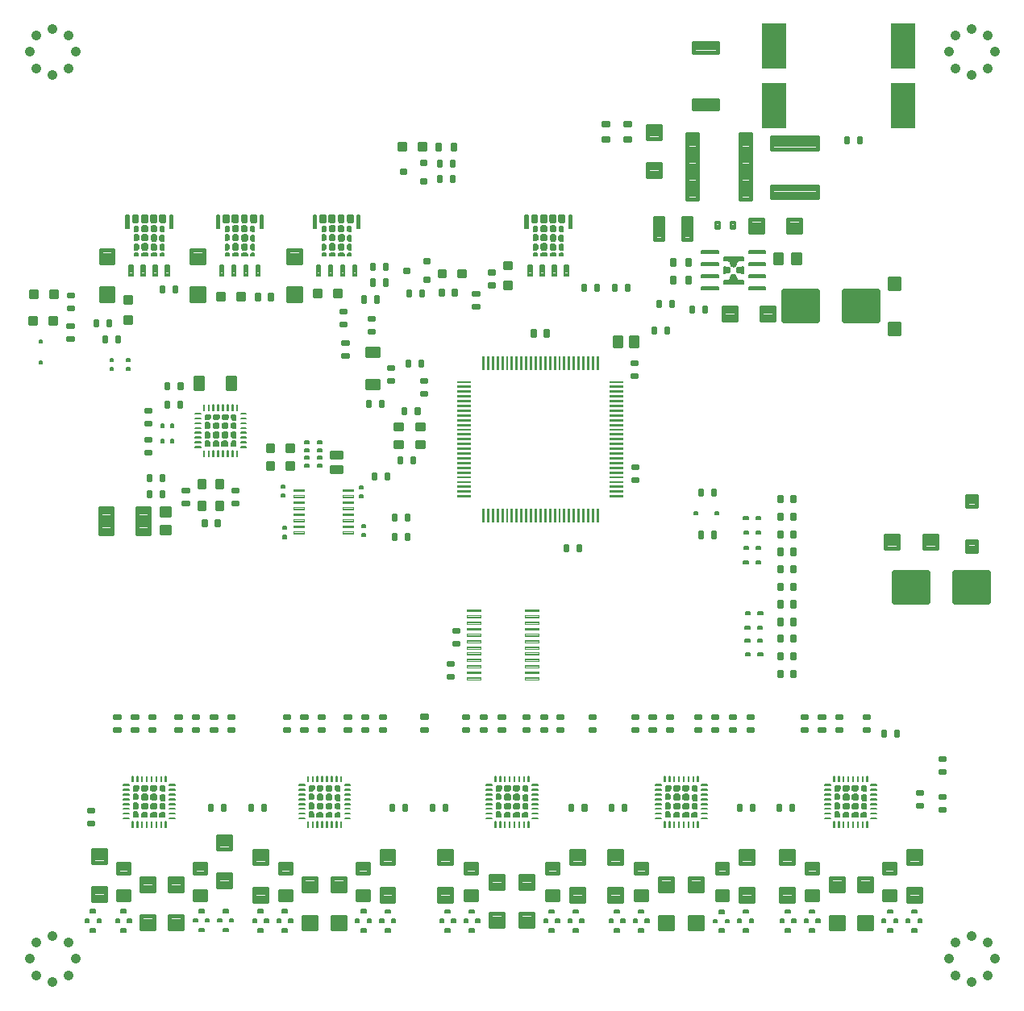
<source format=gtp>
G75*
%MOIN*%
%OFA0B0*%
%FSLAX24Y24*%
%IPPOS*%
%LPD*%
%AMOC8*
5,1,8,0,0,1.08239X$1,22.5*
%
%ADD10C,0.0137*%
%ADD11C,0.0093*%
%ADD12C,0.0033*%
%ADD13C,0.0180*%
%ADD14C,0.0133*%
%ADD15C,0.0071*%
%ADD16C,0.0050*%
%ADD17C,0.0055*%
%ADD18C,0.0117*%
%ADD19C,0.0165*%
%ADD20C,0.0176*%
%ADD21C,0.0077*%
%ADD22C,0.0185*%
%ADD23C,0.0049*%
%ADD24C,0.0068*%
%ADD25C,0.0151*%
%ADD26R,0.0984X0.1870*%
%ADD27C,0.0107*%
%ADD28C,0.0088*%
%ADD29C,0.0177*%
%ADD30C,0.0042*%
%ADD31C,0.0420*%
%ADD32C,0.0066*%
%ADD33C,0.0062*%
%ADD34C,0.0176*%
%ADD35C,0.0174*%
%ADD36C,0.0175*%
%ADD37C,0.0069*%
%ADD38C,0.0177*%
D10*
X025403Y034390D02*
X025403Y034646D01*
X025403Y034390D02*
X025147Y034390D01*
X025147Y034646D01*
X025403Y034646D01*
X025403Y034526D02*
X025147Y034526D01*
X025428Y035489D02*
X025428Y035745D01*
X025428Y035489D02*
X025172Y035489D01*
X025172Y035745D01*
X025428Y035745D01*
X025428Y035625D02*
X025172Y035625D01*
X026254Y035745D02*
X026254Y035489D01*
X025998Y035489D01*
X025998Y035745D01*
X026254Y035745D01*
X026254Y035625D02*
X025998Y035625D01*
X026229Y034646D02*
X026229Y034390D01*
X025973Y034390D01*
X025973Y034646D01*
X026229Y034646D01*
X026229Y034526D02*
X025973Y034526D01*
X029067Y034431D02*
X029323Y034431D01*
X029067Y034431D02*
X029067Y034687D01*
X029323Y034687D01*
X029323Y034431D01*
X029323Y034567D02*
X029067Y034567D01*
X029067Y035257D02*
X029323Y035257D01*
X029067Y035257D02*
X029067Y035513D01*
X029323Y035513D01*
X029323Y035257D01*
X029323Y035393D02*
X029067Y035393D01*
X033160Y035390D02*
X033160Y035646D01*
X033160Y035390D02*
X032904Y035390D01*
X032904Y035646D01*
X033160Y035646D01*
X033160Y035526D02*
X032904Y035526D01*
X033986Y035646D02*
X033986Y035390D01*
X033730Y035390D01*
X033730Y035646D01*
X033986Y035646D01*
X033986Y035526D02*
X033730Y035526D01*
X037160Y035515D02*
X037160Y035771D01*
X037160Y035515D02*
X036904Y035515D01*
X036904Y035771D01*
X037160Y035771D01*
X037160Y035651D02*
X036904Y035651D01*
X037986Y035771D02*
X037986Y035515D01*
X037730Y035515D01*
X037730Y035771D01*
X037986Y035771D01*
X037986Y035651D02*
X037730Y035651D01*
X042310Y036340D02*
X042310Y036596D01*
X042310Y036340D02*
X042054Y036340D01*
X042054Y036596D01*
X042310Y036596D01*
X042310Y036476D02*
X042054Y036476D01*
X043136Y036596D02*
X043136Y036340D01*
X042880Y036340D01*
X042880Y036596D01*
X043136Y036596D01*
X043136Y036476D02*
X042880Y036476D01*
X044767Y036679D02*
X045023Y036679D01*
X044767Y036679D02*
X044767Y036935D01*
X045023Y036935D01*
X045023Y036679D01*
X045023Y036815D02*
X044767Y036815D01*
X044767Y035852D02*
X045023Y035852D01*
X044767Y035852D02*
X044767Y036108D01*
X045023Y036108D01*
X045023Y035852D01*
X045023Y035988D02*
X044767Y035988D01*
X041486Y041590D02*
X041486Y041846D01*
X041486Y041590D02*
X041230Y041590D01*
X041230Y041846D01*
X041486Y041846D01*
X041486Y041726D02*
X041230Y041726D01*
X040660Y041846D02*
X040660Y041590D01*
X040404Y041590D01*
X040404Y041846D01*
X040660Y041846D01*
X040660Y041726D02*
X040404Y041726D01*
X036036Y029371D02*
X036036Y029115D01*
X035780Y029115D01*
X035780Y029371D01*
X036036Y029371D01*
X036036Y029251D02*
X035780Y029251D01*
X035210Y029371D02*
X035210Y029115D01*
X034954Y029115D01*
X034954Y029371D01*
X035210Y029371D01*
X035210Y029251D02*
X034954Y029251D01*
X035210Y028646D02*
X035210Y028390D01*
X034954Y028390D01*
X034954Y028646D01*
X035210Y028646D01*
X035210Y028526D02*
X034954Y028526D01*
X036036Y028646D02*
X036036Y028390D01*
X035780Y028390D01*
X035780Y028646D01*
X036036Y028646D01*
X036036Y028526D02*
X035780Y028526D01*
D11*
X033499Y027581D02*
X033499Y027441D01*
X033499Y027581D02*
X033741Y027581D01*
X033741Y027441D01*
X033499Y027441D01*
X033499Y027533D02*
X033741Y027533D01*
X033499Y027046D02*
X033499Y026906D01*
X033499Y027046D02*
X033741Y027046D01*
X033741Y026906D01*
X033499Y026906D01*
X033499Y026998D02*
X033741Y026998D01*
X032958Y026289D02*
X032818Y026289D01*
X032958Y026289D02*
X032958Y026047D01*
X032818Y026047D01*
X032818Y026289D01*
X032818Y026139D02*
X032958Y026139D01*
X032958Y026231D02*
X032818Y026231D01*
X032422Y026289D02*
X032282Y026289D01*
X032422Y026289D02*
X032422Y026047D01*
X032282Y026047D01*
X032282Y026289D01*
X032282Y026139D02*
X032422Y026139D01*
X032422Y026231D02*
X032282Y026231D01*
X031449Y026906D02*
X031449Y027046D01*
X031691Y027046D01*
X031691Y026906D01*
X031449Y026906D01*
X031449Y026998D02*
X031691Y026998D01*
X031449Y027441D02*
X031449Y027581D01*
X031691Y027581D01*
X031691Y027441D01*
X031449Y027441D01*
X031449Y027533D02*
X031691Y027533D01*
X030683Y027489D02*
X030543Y027489D01*
X030683Y027489D02*
X030683Y027247D01*
X030543Y027247D01*
X030543Y027489D01*
X030543Y027339D02*
X030683Y027339D01*
X030683Y027431D02*
X030543Y027431D01*
X030147Y027489D02*
X030007Y027489D01*
X030147Y027489D02*
X030147Y027247D01*
X030007Y027247D01*
X030007Y027489D01*
X030007Y027339D02*
X030147Y027339D01*
X030147Y027431D02*
X030007Y027431D01*
X030007Y028164D02*
X030147Y028164D01*
X030147Y027922D01*
X030007Y027922D01*
X030007Y028164D01*
X030007Y028014D02*
X030147Y028014D01*
X030147Y028106D02*
X030007Y028106D01*
X030543Y028164D02*
X030683Y028164D01*
X030683Y027922D01*
X030543Y027922D01*
X030543Y028164D01*
X030543Y028014D02*
X030683Y028014D01*
X030683Y028106D02*
X030543Y028106D01*
X030141Y029006D02*
X030141Y029146D01*
X030141Y029006D02*
X029899Y029006D01*
X029899Y029146D01*
X030141Y029146D01*
X030141Y029098D02*
X029899Y029098D01*
X030141Y029541D02*
X030141Y029681D01*
X030141Y029541D02*
X029899Y029541D01*
X029899Y029681D01*
X030141Y029681D01*
X030141Y029633D02*
X029899Y029633D01*
X029899Y030206D02*
X029899Y030346D01*
X030141Y030346D01*
X030141Y030206D01*
X029899Y030206D01*
X029899Y030298D02*
X030141Y030298D01*
X029899Y030741D02*
X029899Y030881D01*
X030141Y030881D01*
X030141Y030741D01*
X029899Y030741D01*
X029899Y030833D02*
X030141Y030833D01*
X030732Y031189D02*
X030872Y031189D01*
X030872Y030947D01*
X030732Y030947D01*
X030732Y031189D01*
X030732Y031039D02*
X030872Y031039D01*
X030872Y031131D02*
X030732Y031131D01*
X031268Y031189D02*
X031408Y031189D01*
X031408Y030947D01*
X031268Y030947D01*
X031268Y031189D01*
X031268Y031039D02*
X031408Y031039D01*
X031408Y031131D02*
X031268Y031131D01*
X031280Y031952D02*
X031420Y031952D01*
X031420Y031710D01*
X031280Y031710D01*
X031280Y031952D01*
X031280Y031802D02*
X031420Y031802D01*
X031420Y031894D02*
X031280Y031894D01*
X030885Y031952D02*
X030745Y031952D01*
X030885Y031952D02*
X030885Y031710D01*
X030745Y031710D01*
X030745Y031952D01*
X030745Y031802D02*
X030885Y031802D01*
X030885Y031894D02*
X030745Y031894D01*
X028833Y033647D02*
X028693Y033647D01*
X028693Y033889D01*
X028833Y033889D01*
X028833Y033647D01*
X028833Y033739D02*
X028693Y033739D01*
X028693Y033831D02*
X028833Y033831D01*
X028297Y033647D02*
X028157Y033647D01*
X028157Y033889D01*
X028297Y033889D01*
X028297Y033647D01*
X028297Y033739D02*
X028157Y033739D01*
X028157Y033831D02*
X028297Y033831D01*
X028343Y034552D02*
X028483Y034552D01*
X028483Y034310D01*
X028343Y034310D01*
X028343Y034552D01*
X028343Y034402D02*
X028483Y034402D01*
X028483Y034494D02*
X028343Y034494D01*
X027947Y034552D02*
X027807Y034552D01*
X027947Y034552D02*
X027947Y034310D01*
X027807Y034310D01*
X027807Y034552D01*
X027807Y034402D02*
X027947Y034402D01*
X027947Y034494D02*
X027807Y034494D01*
X026922Y034380D02*
X026922Y034240D01*
X026680Y034240D01*
X026680Y034380D01*
X026922Y034380D01*
X026922Y034332D02*
X026680Y034332D01*
X026922Y033845D02*
X026922Y033705D01*
X026680Y033705D01*
X026680Y033845D01*
X026922Y033845D01*
X026922Y033797D02*
X026680Y033797D01*
X026941Y034981D02*
X026941Y035121D01*
X026941Y034981D02*
X026699Y034981D01*
X026699Y035121D01*
X026941Y035121D01*
X026941Y035073D02*
X026699Y035073D01*
X026941Y035516D02*
X026941Y035656D01*
X026941Y035516D02*
X026699Y035516D01*
X026699Y035656D01*
X026941Y035656D01*
X026941Y035608D02*
X026699Y035608D01*
X030532Y035964D02*
X030672Y035964D01*
X030672Y035722D01*
X030532Y035722D01*
X030532Y035964D01*
X030532Y035814D02*
X030672Y035814D01*
X030672Y035906D02*
X030532Y035906D01*
X031068Y035964D02*
X031208Y035964D01*
X031208Y035722D01*
X031068Y035722D01*
X031068Y035964D01*
X031068Y035814D02*
X031208Y035814D01*
X031208Y035906D02*
X031068Y035906D01*
X034482Y035397D02*
X034622Y035397D01*
X034482Y035397D02*
X034482Y035639D01*
X034622Y035639D01*
X034622Y035397D01*
X034622Y035489D02*
X034482Y035489D01*
X034482Y035581D02*
X034622Y035581D01*
X035018Y035397D02*
X035158Y035397D01*
X035018Y035397D02*
X035018Y035639D01*
X035158Y035639D01*
X035158Y035397D01*
X035158Y035489D02*
X035018Y035489D01*
X035018Y035581D02*
X035158Y035581D01*
X038216Y034981D02*
X038216Y034841D01*
X037974Y034841D01*
X037974Y034981D01*
X038216Y034981D01*
X038216Y034933D02*
X037974Y034933D01*
X038216Y034446D02*
X038216Y034306D01*
X037974Y034306D01*
X037974Y034446D01*
X038216Y034446D01*
X038216Y034398D02*
X037974Y034398D01*
X038049Y033681D02*
X038049Y033541D01*
X038049Y033681D02*
X038291Y033681D01*
X038291Y033541D01*
X038049Y033541D01*
X038049Y033633D02*
X038291Y033633D01*
X038049Y033146D02*
X038049Y033006D01*
X038049Y033146D02*
X038291Y033146D01*
X038291Y033006D01*
X038049Y033006D01*
X038049Y033098D02*
X038291Y033098D01*
X039366Y034006D02*
X039366Y034146D01*
X039366Y034006D02*
X039124Y034006D01*
X039124Y034146D01*
X039366Y034146D01*
X039366Y034098D02*
X039124Y034098D01*
X039366Y034541D02*
X039366Y034681D01*
X039366Y034541D02*
X039124Y034541D01*
X039124Y034681D01*
X039366Y034681D01*
X039366Y034633D02*
X039124Y034633D01*
X038997Y035539D02*
X038857Y035539D01*
X038997Y035539D02*
X038997Y035297D01*
X038857Y035297D01*
X038857Y035539D01*
X038857Y035389D02*
X038997Y035389D01*
X038997Y035481D02*
X038857Y035481D01*
X039393Y035539D02*
X039533Y035539D01*
X039533Y035297D01*
X039393Y035297D01*
X039393Y035539D01*
X039393Y035389D02*
X039533Y035389D01*
X039533Y035481D02*
X039393Y035481D01*
X039372Y036239D02*
X039232Y036239D01*
X039372Y036239D02*
X039372Y035997D01*
X039232Y035997D01*
X039232Y036239D01*
X039232Y036089D02*
X039372Y036089D01*
X039372Y036181D02*
X039232Y036181D01*
X039232Y036889D02*
X039372Y036889D01*
X039372Y036647D01*
X039232Y036647D01*
X039232Y036889D01*
X039232Y036739D02*
X039372Y036739D01*
X039372Y036831D02*
X039232Y036831D01*
X039768Y036889D02*
X039908Y036889D01*
X039908Y036647D01*
X039768Y036647D01*
X039768Y036889D01*
X039768Y036739D02*
X039908Y036739D01*
X039908Y036831D02*
X039768Y036831D01*
X039768Y036239D02*
X039908Y036239D01*
X039908Y035997D01*
X039768Y035997D01*
X039768Y036239D01*
X039768Y036089D02*
X039908Y036089D01*
X039908Y036181D02*
X039768Y036181D01*
X040732Y035547D02*
X040872Y035547D01*
X040732Y035547D02*
X040732Y035789D01*
X040872Y035789D01*
X040872Y035547D01*
X040872Y035639D02*
X040732Y035639D01*
X040732Y035731D02*
X040872Y035731D01*
X041268Y035547D02*
X041408Y035547D01*
X041268Y035547D02*
X041268Y035789D01*
X041408Y035789D01*
X041408Y035547D01*
X041408Y035639D02*
X041268Y035639D01*
X041268Y035731D02*
X041408Y035731D01*
X042082Y035814D02*
X042222Y035814D01*
X042222Y035572D01*
X042082Y035572D01*
X042082Y035814D01*
X042082Y035664D02*
X042222Y035664D01*
X042222Y035756D02*
X042082Y035756D01*
X042618Y035814D02*
X042758Y035814D01*
X042758Y035572D01*
X042618Y035572D01*
X042618Y035814D01*
X042618Y035664D02*
X042758Y035664D01*
X042758Y035756D02*
X042618Y035756D01*
X043691Y035731D02*
X043691Y035591D01*
X043449Y035591D01*
X043449Y035731D01*
X043691Y035731D01*
X043691Y035683D02*
X043449Y035683D01*
X043691Y035196D02*
X043691Y035056D01*
X043449Y035056D01*
X043449Y035196D01*
X043691Y035196D01*
X043691Y035148D02*
X043449Y035148D01*
X044341Y035931D02*
X044341Y036071D01*
X044341Y035931D02*
X044099Y035931D01*
X044099Y036071D01*
X044341Y036071D01*
X044341Y036023D02*
X044099Y036023D01*
X044341Y036466D02*
X044341Y036606D01*
X044341Y036466D02*
X044099Y036466D01*
X044099Y036606D01*
X044341Y036606D01*
X044341Y036558D02*
X044099Y036558D01*
X045882Y034139D02*
X046022Y034139D01*
X046022Y033897D01*
X045882Y033897D01*
X045882Y034139D01*
X045882Y033989D02*
X046022Y033989D01*
X046022Y034081D02*
X045882Y034081D01*
X046418Y034139D02*
X046558Y034139D01*
X046558Y033897D01*
X046418Y033897D01*
X046418Y034139D01*
X046418Y033989D02*
X046558Y033989D01*
X046558Y034081D02*
X046418Y034081D01*
X047957Y036014D02*
X048097Y036014D01*
X048097Y035772D01*
X047957Y035772D01*
X047957Y036014D01*
X047957Y035864D02*
X048097Y035864D01*
X048097Y035956D02*
X047957Y035956D01*
X048493Y036014D02*
X048633Y036014D01*
X048633Y035772D01*
X048493Y035772D01*
X048493Y036014D01*
X048493Y035864D02*
X048633Y035864D01*
X048633Y035956D02*
X048493Y035956D01*
X049232Y035772D02*
X049372Y035772D01*
X049232Y035772D02*
X049232Y036014D01*
X049372Y036014D01*
X049372Y035772D01*
X049372Y035864D02*
X049232Y035864D01*
X049232Y035956D02*
X049372Y035956D01*
X049768Y035772D02*
X049908Y035772D01*
X049768Y035772D02*
X049768Y036014D01*
X049908Y036014D01*
X049908Y035772D01*
X049908Y035864D02*
X049768Y035864D01*
X049768Y035956D02*
X049908Y035956D01*
X051057Y035364D02*
X051197Y035364D01*
X051197Y035122D01*
X051057Y035122D01*
X051057Y035364D01*
X051057Y035214D02*
X051197Y035214D01*
X051197Y035306D02*
X051057Y035306D01*
X051593Y035364D02*
X051733Y035364D01*
X051733Y035122D01*
X051593Y035122D01*
X051593Y035364D01*
X051593Y035214D02*
X051733Y035214D01*
X051733Y035306D02*
X051593Y035306D01*
X052432Y034872D02*
X052572Y034872D01*
X052432Y034872D02*
X052432Y035114D01*
X052572Y035114D01*
X052572Y034872D01*
X052572Y034964D02*
X052432Y034964D01*
X052432Y035056D02*
X052572Y035056D01*
X052968Y034872D02*
X053108Y034872D01*
X052968Y034872D02*
X052968Y035114D01*
X053108Y035114D01*
X053108Y034872D01*
X053108Y034964D02*
X052968Y034964D01*
X052968Y035056D02*
X053108Y035056D01*
X051547Y034028D02*
X051407Y034028D01*
X051407Y034270D01*
X051547Y034270D01*
X051547Y034028D01*
X051547Y034120D02*
X051407Y034120D01*
X051407Y034212D02*
X051547Y034212D01*
X051012Y034028D02*
X050872Y034028D01*
X050872Y034270D01*
X051012Y034270D01*
X051012Y034028D01*
X051012Y034120D02*
X050872Y034120D01*
X050872Y034212D02*
X051012Y034212D01*
X049999Y032867D02*
X049999Y032727D01*
X049999Y032867D02*
X050241Y032867D01*
X050241Y032727D01*
X049999Y032727D01*
X049999Y032819D02*
X050241Y032819D01*
X049999Y032331D02*
X049999Y032191D01*
X049999Y032331D02*
X050241Y032331D01*
X050241Y032191D01*
X049999Y032191D01*
X049999Y032283D02*
X050241Y032283D01*
X050282Y028547D02*
X050282Y028407D01*
X050040Y028407D01*
X050040Y028547D01*
X050282Y028547D01*
X050282Y028499D02*
X050040Y028499D01*
X050282Y028012D02*
X050282Y027872D01*
X050040Y027872D01*
X050040Y028012D01*
X050282Y028012D01*
X050282Y027964D02*
X050040Y027964D01*
X047896Y025021D02*
X047756Y025021D01*
X047756Y025263D01*
X047896Y025263D01*
X047896Y025021D01*
X047896Y025113D02*
X047756Y025113D01*
X047756Y025205D02*
X047896Y025205D01*
X047360Y025021D02*
X047220Y025021D01*
X047220Y025263D01*
X047360Y025263D01*
X047360Y025021D01*
X047360Y025113D02*
X047220Y025113D01*
X047220Y025205D02*
X047360Y025205D01*
X042866Y021782D02*
X042866Y021642D01*
X042624Y021642D01*
X042624Y021782D01*
X042866Y021782D01*
X042866Y021734D02*
X042624Y021734D01*
X042866Y021247D02*
X042866Y021107D01*
X042624Y021107D01*
X042624Y021247D01*
X042866Y021247D01*
X042866Y021199D02*
X042624Y021199D01*
X042398Y020421D02*
X042398Y020281D01*
X042398Y020421D02*
X042640Y020421D01*
X042640Y020281D01*
X042398Y020281D01*
X042398Y020373D02*
X042640Y020373D01*
X042398Y019886D02*
X042398Y019746D01*
X042398Y019886D02*
X042640Y019886D01*
X042640Y019746D01*
X042398Y019746D01*
X042398Y019838D02*
X042640Y019838D01*
X043279Y018231D02*
X043279Y018091D01*
X043037Y018091D01*
X043037Y018231D01*
X043279Y018231D01*
X043279Y018183D02*
X043037Y018183D01*
X043279Y017696D02*
X043279Y017556D01*
X043037Y017556D01*
X043037Y017696D01*
X043279Y017696D01*
X043279Y017648D02*
X043037Y017648D01*
X044016Y017696D02*
X044016Y017556D01*
X043774Y017556D01*
X043774Y017696D01*
X044016Y017696D01*
X044016Y017648D02*
X043774Y017648D01*
X044016Y018091D02*
X044016Y018231D01*
X044016Y018091D02*
X043774Y018091D01*
X043774Y018231D01*
X044016Y018231D01*
X044016Y018183D02*
X043774Y018183D01*
X044512Y018231D02*
X044512Y018091D01*
X044512Y018231D02*
X044754Y018231D01*
X044754Y018091D01*
X044512Y018091D01*
X044512Y018183D02*
X044754Y018183D01*
X044512Y017696D02*
X044512Y017556D01*
X044512Y017696D02*
X044754Y017696D01*
X044754Y017556D01*
X044512Y017556D01*
X044512Y017648D02*
X044754Y017648D01*
X045537Y017696D02*
X045537Y017556D01*
X045537Y017696D02*
X045779Y017696D01*
X045779Y017556D01*
X045537Y017556D01*
X045537Y017648D02*
X045779Y017648D01*
X045537Y018091D02*
X045537Y018231D01*
X045779Y018231D01*
X045779Y018091D01*
X045537Y018091D01*
X045537Y018183D02*
X045779Y018183D01*
X046504Y018231D02*
X046504Y018091D01*
X046262Y018091D01*
X046262Y018231D01*
X046504Y018231D01*
X046504Y018183D02*
X046262Y018183D01*
X046504Y017696D02*
X046504Y017556D01*
X046262Y017556D01*
X046262Y017696D01*
X046504Y017696D01*
X046504Y017648D02*
X046262Y017648D01*
X047166Y017696D02*
X047166Y017556D01*
X046924Y017556D01*
X046924Y017696D01*
X047166Y017696D01*
X047166Y017648D02*
X046924Y017648D01*
X047166Y018091D02*
X047166Y018231D01*
X047166Y018091D02*
X046924Y018091D01*
X046924Y018231D01*
X047166Y018231D01*
X047166Y018183D02*
X046924Y018183D01*
X048264Y018231D02*
X048264Y018091D01*
X048264Y018231D02*
X048506Y018231D01*
X048506Y018091D01*
X048264Y018091D01*
X048264Y018183D02*
X048506Y018183D01*
X048264Y017696D02*
X048264Y017556D01*
X048264Y017696D02*
X048506Y017696D01*
X048506Y017556D01*
X048264Y017556D01*
X048264Y017648D02*
X048506Y017648D01*
X050265Y017696D02*
X050265Y017556D01*
X050023Y017556D01*
X050023Y017696D01*
X050265Y017696D01*
X050265Y017648D02*
X050023Y017648D01*
X050265Y018091D02*
X050265Y018231D01*
X050265Y018091D02*
X050023Y018091D01*
X050023Y018231D01*
X050265Y018231D01*
X050265Y018183D02*
X050023Y018183D01*
X050991Y018231D02*
X050991Y018091D01*
X050749Y018091D01*
X050749Y018231D01*
X050991Y018231D01*
X050991Y018183D02*
X050749Y018183D01*
X050991Y017696D02*
X050991Y017556D01*
X050749Y017556D01*
X050749Y017696D01*
X050991Y017696D01*
X050991Y017648D02*
X050749Y017648D01*
X051474Y017696D02*
X051474Y017556D01*
X051474Y017696D02*
X051716Y017696D01*
X051716Y017556D01*
X051474Y017556D01*
X051474Y017648D02*
X051716Y017648D01*
X051474Y018091D02*
X051474Y018231D01*
X051716Y018231D01*
X051716Y018091D01*
X051474Y018091D01*
X051474Y018183D02*
X051716Y018183D01*
X052620Y018231D02*
X052620Y018091D01*
X052620Y018231D02*
X052862Y018231D01*
X052862Y018091D01*
X052620Y018091D01*
X052620Y018183D02*
X052862Y018183D01*
X052620Y017696D02*
X052620Y017556D01*
X052620Y017696D02*
X052862Y017696D01*
X052862Y017556D01*
X052620Y017556D01*
X052620Y017648D02*
X052862Y017648D01*
X053339Y017696D02*
X053339Y017556D01*
X053339Y017696D02*
X053581Y017696D01*
X053581Y017556D01*
X053339Y017556D01*
X053339Y017648D02*
X053581Y017648D01*
X053339Y018091D02*
X053339Y018231D01*
X053581Y018231D01*
X053581Y018091D01*
X053339Y018091D01*
X053339Y018183D02*
X053581Y018183D01*
X054314Y018231D02*
X054314Y018091D01*
X054072Y018091D01*
X054072Y018231D01*
X054314Y018231D01*
X054314Y018183D02*
X054072Y018183D01*
X054314Y017696D02*
X054314Y017556D01*
X054072Y017556D01*
X054072Y017696D01*
X054314Y017696D01*
X054314Y017648D02*
X054072Y017648D01*
X054798Y017696D02*
X054798Y017556D01*
X054798Y017696D02*
X055040Y017696D01*
X055040Y017556D01*
X054798Y017556D01*
X054798Y017648D02*
X055040Y017648D01*
X054798Y018091D02*
X054798Y018231D01*
X055040Y018231D01*
X055040Y018091D01*
X054798Y018091D01*
X054798Y018183D02*
X055040Y018183D01*
X056082Y019822D02*
X056222Y019822D01*
X056082Y019822D02*
X056082Y020064D01*
X056222Y020064D01*
X056222Y019822D01*
X056222Y019914D02*
X056082Y019914D01*
X056082Y020006D02*
X056222Y020006D01*
X056618Y019822D02*
X056758Y019822D01*
X056618Y019822D02*
X056618Y020064D01*
X056758Y020064D01*
X056758Y019822D01*
X056758Y019914D02*
X056618Y019914D01*
X056618Y020006D02*
X056758Y020006D01*
X056758Y020547D02*
X056618Y020547D01*
X056618Y020789D01*
X056758Y020789D01*
X056758Y020547D01*
X056758Y020639D02*
X056618Y020639D01*
X056618Y020731D02*
X056758Y020731D01*
X056222Y020547D02*
X056082Y020547D01*
X056082Y020789D01*
X056222Y020789D01*
X056222Y020547D01*
X056222Y020639D02*
X056082Y020639D01*
X056082Y020731D02*
X056222Y020731D01*
X056222Y021272D02*
X056082Y021272D01*
X056082Y021514D01*
X056222Y021514D01*
X056222Y021272D01*
X056222Y021364D02*
X056082Y021364D01*
X056082Y021456D02*
X056222Y021456D01*
X056618Y021272D02*
X056758Y021272D01*
X056618Y021272D02*
X056618Y021514D01*
X056758Y021514D01*
X056758Y021272D01*
X056758Y021364D02*
X056618Y021364D01*
X056618Y021456D02*
X056758Y021456D01*
X056758Y022209D02*
X056618Y022209D01*
X056758Y022209D02*
X056758Y021967D01*
X056618Y021967D01*
X056618Y022209D01*
X056618Y022059D02*
X056758Y022059D01*
X056758Y022151D02*
X056618Y022151D01*
X056222Y022209D02*
X056082Y022209D01*
X056222Y022209D02*
X056222Y021967D01*
X056082Y021967D01*
X056082Y022209D01*
X056082Y022059D02*
X056222Y022059D01*
X056222Y022151D02*
X056082Y022151D01*
X056082Y022702D02*
X056222Y022702D01*
X056082Y022702D02*
X056082Y022944D01*
X056222Y022944D01*
X056222Y022702D01*
X056222Y022794D02*
X056082Y022794D01*
X056082Y022886D02*
X056222Y022886D01*
X056618Y022702D02*
X056758Y022702D01*
X056618Y022702D02*
X056618Y022944D01*
X056758Y022944D01*
X056758Y022702D01*
X056758Y022794D02*
X056618Y022794D01*
X056618Y022886D02*
X056758Y022886D01*
X056758Y023427D02*
X056618Y023427D01*
X056618Y023669D01*
X056758Y023669D01*
X056758Y023427D01*
X056758Y023519D02*
X056618Y023519D01*
X056618Y023611D02*
X056758Y023611D01*
X056222Y023427D02*
X056082Y023427D01*
X056082Y023669D01*
X056222Y023669D01*
X056222Y023427D01*
X056222Y023519D02*
X056082Y023519D01*
X056082Y023611D02*
X056222Y023611D01*
X056222Y024147D02*
X056082Y024147D01*
X056082Y024389D01*
X056222Y024389D01*
X056222Y024147D01*
X056222Y024239D02*
X056082Y024239D01*
X056082Y024331D02*
X056222Y024331D01*
X056618Y024147D02*
X056758Y024147D01*
X056618Y024147D02*
X056618Y024389D01*
X056758Y024389D01*
X056758Y024147D01*
X056758Y024239D02*
X056618Y024239D01*
X056618Y024331D02*
X056758Y024331D01*
X056758Y025109D02*
X056618Y025109D01*
X056758Y025109D02*
X056758Y024867D01*
X056618Y024867D01*
X056618Y025109D01*
X056618Y024959D02*
X056758Y024959D01*
X056758Y025051D02*
X056618Y025051D01*
X056222Y025109D02*
X056082Y025109D01*
X056222Y025109D02*
X056222Y024867D01*
X056082Y024867D01*
X056082Y025109D01*
X056082Y024959D02*
X056222Y024959D01*
X056222Y025051D02*
X056082Y025051D01*
X056082Y025834D02*
X056222Y025834D01*
X056222Y025592D01*
X056082Y025592D01*
X056082Y025834D01*
X056082Y025684D02*
X056222Y025684D01*
X056222Y025776D02*
X056082Y025776D01*
X056618Y025834D02*
X056758Y025834D01*
X056758Y025592D01*
X056618Y025592D01*
X056618Y025834D01*
X056618Y025684D02*
X056758Y025684D01*
X056758Y025776D02*
X056618Y025776D01*
X056618Y026327D02*
X056758Y026327D01*
X056618Y026327D02*
X056618Y026569D01*
X056758Y026569D01*
X056758Y026327D01*
X056758Y026419D02*
X056618Y026419D01*
X056618Y026511D02*
X056758Y026511D01*
X056222Y026327D02*
X056082Y026327D01*
X056082Y026569D01*
X056222Y026569D01*
X056222Y026327D01*
X056222Y026419D02*
X056082Y026419D01*
X056082Y026511D02*
X056222Y026511D01*
X056222Y027047D02*
X056082Y027047D01*
X056082Y027289D01*
X056222Y027289D01*
X056222Y027047D01*
X056222Y027139D02*
X056082Y027139D01*
X056082Y027231D02*
X056222Y027231D01*
X056618Y027047D02*
X056758Y027047D01*
X056618Y027047D02*
X056618Y027289D01*
X056758Y027289D01*
X056758Y027047D01*
X056758Y027139D02*
X056618Y027139D01*
X056618Y027231D02*
X056758Y027231D01*
X053483Y027322D02*
X053343Y027322D01*
X053343Y027564D01*
X053483Y027564D01*
X053483Y027322D01*
X053483Y027414D02*
X053343Y027414D01*
X053343Y027506D02*
X053483Y027506D01*
X052947Y027322D02*
X052807Y027322D01*
X052807Y027564D01*
X052947Y027564D01*
X052947Y027322D01*
X052947Y027414D02*
X052807Y027414D01*
X052807Y027506D02*
X052947Y027506D01*
X052936Y025569D02*
X052796Y025569D01*
X052796Y025811D01*
X052936Y025811D01*
X052936Y025569D01*
X052936Y025661D02*
X052796Y025661D01*
X052796Y025753D02*
X052936Y025753D01*
X053332Y025569D02*
X053472Y025569D01*
X053332Y025569D02*
X053332Y025811D01*
X053472Y025811D01*
X053472Y025569D01*
X053472Y025661D02*
X053332Y025661D01*
X053332Y025753D02*
X053472Y025753D01*
X057265Y018231D02*
X057265Y018091D01*
X057023Y018091D01*
X057023Y018231D01*
X057265Y018231D01*
X057265Y018183D02*
X057023Y018183D01*
X057265Y017696D02*
X057265Y017556D01*
X057023Y017556D01*
X057023Y017696D01*
X057265Y017696D01*
X057265Y017648D02*
X057023Y017648D01*
X057991Y017696D02*
X057991Y017556D01*
X057749Y017556D01*
X057749Y017696D01*
X057991Y017696D01*
X057991Y017648D02*
X057749Y017648D01*
X057991Y018091D02*
X057991Y018231D01*
X057991Y018091D02*
X057749Y018091D01*
X057749Y018231D01*
X057991Y018231D01*
X057991Y018183D02*
X057749Y018183D01*
X058474Y018231D02*
X058474Y018091D01*
X058474Y018231D02*
X058716Y018231D01*
X058716Y018091D01*
X058474Y018091D01*
X058474Y018183D02*
X058716Y018183D01*
X058474Y017696D02*
X058474Y017556D01*
X058474Y017696D02*
X058716Y017696D01*
X058716Y017556D01*
X058474Y017556D01*
X058474Y017648D02*
X058716Y017648D01*
X059599Y017696D02*
X059599Y017556D01*
X059599Y017696D02*
X059841Y017696D01*
X059841Y017556D01*
X059599Y017556D01*
X059599Y017648D02*
X059841Y017648D01*
X059599Y018091D02*
X059599Y018231D01*
X059841Y018231D01*
X059841Y018091D01*
X059599Y018091D01*
X059599Y018183D02*
X059841Y018183D01*
X060352Y017589D02*
X060492Y017589D01*
X060492Y017347D01*
X060352Y017347D01*
X060352Y017589D01*
X060352Y017439D02*
X060492Y017439D01*
X060492Y017531D02*
X060352Y017531D01*
X060888Y017589D02*
X061028Y017589D01*
X061028Y017347D01*
X060888Y017347D01*
X060888Y017589D01*
X060888Y017439D02*
X061028Y017439D01*
X061028Y017531D02*
X060888Y017531D01*
X062979Y016481D02*
X062979Y016341D01*
X062737Y016341D01*
X062737Y016481D01*
X062979Y016481D01*
X062979Y016433D02*
X062737Y016433D01*
X062979Y015946D02*
X062979Y015806D01*
X062737Y015806D01*
X062737Y015946D01*
X062979Y015946D01*
X062979Y015898D02*
X062737Y015898D01*
X062051Y015079D02*
X062051Y014939D01*
X061809Y014939D01*
X061809Y015079D01*
X062051Y015079D01*
X062051Y015031D02*
X061809Y015031D01*
X062051Y014544D02*
X062051Y014404D01*
X061809Y014404D01*
X061809Y014544D01*
X062051Y014544D01*
X062051Y014496D02*
X061809Y014496D01*
X062724Y014396D02*
X062724Y014256D01*
X062724Y014396D02*
X062966Y014396D01*
X062966Y014256D01*
X062724Y014256D01*
X062724Y014348D02*
X062966Y014348D01*
X062724Y014791D02*
X062724Y014931D01*
X062966Y014931D01*
X062966Y014791D01*
X062724Y014791D01*
X062724Y014883D02*
X062966Y014883D01*
X056695Y014514D02*
X056555Y014514D01*
X056695Y014514D02*
X056695Y014272D01*
X056555Y014272D01*
X056555Y014514D01*
X056555Y014364D02*
X056695Y014364D01*
X056695Y014456D02*
X056555Y014456D01*
X056160Y014514D02*
X056020Y014514D01*
X056160Y014514D02*
X056160Y014272D01*
X056020Y014272D01*
X056020Y014514D01*
X056020Y014364D02*
X056160Y014364D01*
X056160Y014456D02*
X056020Y014456D01*
X055070Y014272D02*
X054930Y014272D01*
X054930Y014514D01*
X055070Y014514D01*
X055070Y014272D01*
X055070Y014364D02*
X054930Y014364D01*
X054930Y014456D02*
X055070Y014456D01*
X054535Y014272D02*
X054395Y014272D01*
X054395Y014514D01*
X054535Y014514D01*
X054535Y014272D01*
X054535Y014364D02*
X054395Y014364D01*
X054395Y014456D02*
X054535Y014456D01*
X049770Y014514D02*
X049630Y014514D01*
X049770Y014514D02*
X049770Y014272D01*
X049630Y014272D01*
X049630Y014514D01*
X049630Y014364D02*
X049770Y014364D01*
X049770Y014456D02*
X049630Y014456D01*
X049235Y014514D02*
X049095Y014514D01*
X049235Y014514D02*
X049235Y014272D01*
X049095Y014272D01*
X049095Y014514D01*
X049095Y014364D02*
X049235Y014364D01*
X049235Y014456D02*
X049095Y014456D01*
X048120Y014272D02*
X047980Y014272D01*
X047980Y014514D01*
X048120Y014514D01*
X048120Y014272D01*
X048120Y014364D02*
X047980Y014364D01*
X047980Y014456D02*
X048120Y014456D01*
X047585Y014272D02*
X047445Y014272D01*
X047445Y014514D01*
X047585Y014514D01*
X047585Y014272D01*
X047585Y014364D02*
X047445Y014364D01*
X047445Y014456D02*
X047585Y014456D01*
X042370Y014514D02*
X042230Y014514D01*
X042370Y014514D02*
X042370Y014272D01*
X042230Y014272D01*
X042230Y014514D01*
X042230Y014364D02*
X042370Y014364D01*
X042370Y014456D02*
X042230Y014456D01*
X041835Y014514D02*
X041695Y014514D01*
X041835Y014514D02*
X041835Y014272D01*
X041695Y014272D01*
X041695Y014514D01*
X041695Y014364D02*
X041835Y014364D01*
X041835Y014456D02*
X041695Y014456D01*
X040695Y014272D02*
X040555Y014272D01*
X040555Y014514D01*
X040695Y014514D01*
X040695Y014272D01*
X040695Y014364D02*
X040555Y014364D01*
X040555Y014456D02*
X040695Y014456D01*
X040160Y014272D02*
X040020Y014272D01*
X040020Y014514D01*
X040160Y014514D01*
X040160Y014272D01*
X040160Y014364D02*
X040020Y014364D01*
X040020Y014456D02*
X040160Y014456D01*
X039829Y017556D02*
X039829Y017696D01*
X039829Y017556D02*
X039587Y017556D01*
X039587Y017696D01*
X039829Y017696D01*
X039829Y017648D02*
X039587Y017648D01*
X039829Y018091D02*
X039829Y018231D01*
X039829Y018091D02*
X039587Y018091D01*
X039587Y018231D01*
X039829Y018231D01*
X039829Y018183D02*
X039587Y018183D01*
X038874Y018231D02*
X038874Y018091D01*
X038874Y018231D02*
X039116Y018231D01*
X039116Y018091D01*
X038874Y018091D01*
X038874Y018183D02*
X039116Y018183D01*
X038874Y017696D02*
X038874Y017556D01*
X038874Y017696D02*
X039116Y017696D01*
X039116Y017556D01*
X038874Y017556D01*
X038874Y017648D02*
X039116Y017648D01*
X038149Y017696D02*
X038149Y017556D01*
X038149Y017696D02*
X038391Y017696D01*
X038391Y017556D01*
X038149Y017556D01*
X038149Y017648D02*
X038391Y017648D01*
X038149Y018091D02*
X038149Y018231D01*
X038391Y018231D01*
X038391Y018091D01*
X038149Y018091D01*
X038149Y018183D02*
X038391Y018183D01*
X037074Y018231D02*
X037074Y018091D01*
X037074Y018231D02*
X037316Y018231D01*
X037316Y018091D01*
X037074Y018091D01*
X037074Y018183D02*
X037316Y018183D01*
X037074Y017696D02*
X037074Y017556D01*
X037074Y017696D02*
X037316Y017696D01*
X037316Y017556D01*
X037074Y017556D01*
X037074Y017648D02*
X037316Y017648D01*
X036591Y017696D02*
X036591Y017556D01*
X036349Y017556D01*
X036349Y017696D01*
X036591Y017696D01*
X036591Y017648D02*
X036349Y017648D01*
X036591Y018091D02*
X036591Y018231D01*
X036591Y018091D02*
X036349Y018091D01*
X036349Y018231D01*
X036591Y018231D01*
X036591Y018183D02*
X036349Y018183D01*
X035862Y018231D02*
X035862Y018091D01*
X035620Y018091D01*
X035620Y018231D01*
X035862Y018231D01*
X035862Y018183D02*
X035620Y018183D01*
X035862Y017696D02*
X035862Y017556D01*
X035620Y017556D01*
X035620Y017696D01*
X035862Y017696D01*
X035862Y017648D02*
X035620Y017648D01*
X033338Y017696D02*
X033338Y017556D01*
X033338Y017696D02*
X033580Y017696D01*
X033580Y017556D01*
X033338Y017556D01*
X033338Y017648D02*
X033580Y017648D01*
X033338Y018091D02*
X033338Y018231D01*
X033580Y018231D01*
X033580Y018091D01*
X033338Y018091D01*
X033338Y018183D02*
X033580Y018183D01*
X032854Y018231D02*
X032854Y018091D01*
X032612Y018091D01*
X032612Y018231D01*
X032854Y018231D01*
X032854Y018183D02*
X032612Y018183D01*
X032854Y017696D02*
X032854Y017556D01*
X032612Y017556D01*
X032612Y017696D01*
X032854Y017696D01*
X032854Y017648D02*
X032612Y017648D01*
X031874Y017696D02*
X031874Y017556D01*
X031874Y017696D02*
X032116Y017696D01*
X032116Y017556D01*
X031874Y017556D01*
X031874Y017648D02*
X032116Y017648D01*
X031874Y018091D02*
X031874Y018231D01*
X032116Y018231D01*
X032116Y018091D01*
X031874Y018091D01*
X031874Y018183D02*
X032116Y018183D01*
X031149Y018231D02*
X031149Y018091D01*
X031149Y018231D02*
X031391Y018231D01*
X031391Y018091D01*
X031149Y018091D01*
X031149Y018183D02*
X031391Y018183D01*
X031149Y017696D02*
X031149Y017556D01*
X031149Y017696D02*
X031391Y017696D01*
X031391Y017556D01*
X031149Y017556D01*
X031149Y017648D02*
X031391Y017648D01*
X030074Y017696D02*
X030074Y017556D01*
X030074Y017696D02*
X030316Y017696D01*
X030316Y017556D01*
X030074Y017556D01*
X030074Y017648D02*
X030316Y017648D01*
X030074Y018091D02*
X030074Y018231D01*
X030316Y018231D01*
X030316Y018091D01*
X030074Y018091D01*
X030074Y018183D02*
X030316Y018183D01*
X029591Y018231D02*
X029591Y018091D01*
X029349Y018091D01*
X029349Y018231D01*
X029591Y018231D01*
X029591Y018183D02*
X029349Y018183D01*
X029591Y017696D02*
X029591Y017556D01*
X029349Y017556D01*
X029349Y017696D01*
X029591Y017696D01*
X029591Y017648D02*
X029349Y017648D01*
X028852Y017696D02*
X028852Y017556D01*
X028610Y017556D01*
X028610Y017696D01*
X028852Y017696D01*
X028852Y017648D02*
X028610Y017648D01*
X028852Y018091D02*
X028852Y018231D01*
X028852Y018091D02*
X028610Y018091D01*
X028610Y018231D01*
X028852Y018231D01*
X028852Y018183D02*
X028610Y018183D01*
X027529Y014369D02*
X027529Y014229D01*
X027529Y014369D02*
X027771Y014369D01*
X027771Y014229D01*
X027529Y014229D01*
X027529Y014321D02*
X027771Y014321D01*
X027529Y013833D02*
X027529Y013693D01*
X027529Y013833D02*
X027771Y013833D01*
X027771Y013693D01*
X027529Y013693D01*
X027529Y013785D02*
X027771Y013785D01*
X032520Y014272D02*
X032660Y014272D01*
X032520Y014272D02*
X032520Y014514D01*
X032660Y014514D01*
X032660Y014272D01*
X032660Y014364D02*
X032520Y014364D01*
X032520Y014456D02*
X032660Y014456D01*
X033055Y014272D02*
X033195Y014272D01*
X033055Y014272D02*
X033055Y014514D01*
X033195Y014514D01*
X033195Y014272D01*
X033195Y014364D02*
X033055Y014364D01*
X033055Y014456D02*
X033195Y014456D01*
X034195Y014514D02*
X034335Y014514D01*
X034335Y014272D01*
X034195Y014272D01*
X034195Y014514D01*
X034195Y014364D02*
X034335Y014364D01*
X034335Y014456D02*
X034195Y014456D01*
X034730Y014514D02*
X034870Y014514D01*
X034870Y014272D01*
X034730Y014272D01*
X034730Y014514D01*
X034730Y014364D02*
X034870Y014364D01*
X034870Y014456D02*
X034730Y014456D01*
X041312Y017562D02*
X041312Y017702D01*
X041554Y017702D01*
X041554Y017562D01*
X041312Y017562D01*
X041312Y017654D02*
X041554Y017654D01*
X041312Y018098D02*
X041312Y018238D01*
X041554Y018238D01*
X041554Y018098D01*
X041312Y018098D01*
X041312Y018190D02*
X041554Y018190D01*
X040808Y025724D02*
X040668Y025724D01*
X040808Y025724D02*
X040808Y025482D01*
X040668Y025482D01*
X040668Y025724D01*
X040668Y025574D02*
X040808Y025574D01*
X040808Y025666D02*
X040668Y025666D01*
X040272Y025724D02*
X040132Y025724D01*
X040272Y025724D02*
X040272Y025482D01*
X040132Y025482D01*
X040132Y025724D01*
X040132Y025574D02*
X040272Y025574D01*
X040272Y025666D02*
X040132Y025666D01*
X040132Y026528D02*
X040272Y026528D01*
X040272Y026286D01*
X040132Y026286D01*
X040132Y026528D01*
X040132Y026378D02*
X040272Y026378D01*
X040272Y026470D02*
X040132Y026470D01*
X040668Y026528D02*
X040808Y026528D01*
X040808Y026286D01*
X040668Y026286D01*
X040668Y026528D01*
X040668Y026378D02*
X040808Y026378D01*
X040808Y026470D02*
X040668Y026470D01*
X039983Y027972D02*
X039843Y027972D01*
X039843Y028214D01*
X039983Y028214D01*
X039983Y027972D01*
X039983Y028064D02*
X039843Y028064D01*
X039843Y028156D02*
X039983Y028156D01*
X039447Y027972D02*
X039307Y027972D01*
X039307Y028214D01*
X039447Y028214D01*
X039447Y027972D01*
X039447Y028064D02*
X039307Y028064D01*
X039307Y028156D02*
X039447Y028156D01*
X040370Y028647D02*
X040510Y028647D01*
X040370Y028647D02*
X040370Y028889D01*
X040510Y028889D01*
X040510Y028647D01*
X040510Y028739D02*
X040370Y028739D01*
X040370Y028831D02*
X040510Y028831D01*
X040905Y028647D02*
X041045Y028647D01*
X040905Y028647D02*
X040905Y028889D01*
X041045Y028889D01*
X041045Y028647D01*
X041045Y028739D02*
X040905Y028739D01*
X040905Y028831D02*
X041045Y028831D01*
X041080Y030914D02*
X041220Y030914D01*
X041220Y030672D01*
X041080Y030672D01*
X041080Y030914D01*
X041080Y030764D02*
X041220Y030764D01*
X041220Y030856D02*
X041080Y030856D01*
X040685Y030914D02*
X040545Y030914D01*
X040685Y030914D02*
X040685Y030672D01*
X040545Y030672D01*
X040545Y030914D01*
X040545Y030764D02*
X040685Y030764D01*
X040685Y030856D02*
X040545Y030856D01*
X039733Y031214D02*
X039593Y031214D01*
X039733Y031214D02*
X039733Y030972D01*
X039593Y030972D01*
X039593Y031214D01*
X039593Y031064D02*
X039733Y031064D01*
X039733Y031156D02*
X039593Y031156D01*
X039197Y031214D02*
X039057Y031214D01*
X039197Y031214D02*
X039197Y030972D01*
X039057Y030972D01*
X039057Y031214D01*
X039057Y031064D02*
X039197Y031064D01*
X039197Y031156D02*
X039057Y031156D01*
X039924Y031981D02*
X039924Y032121D01*
X040166Y032121D01*
X040166Y031981D01*
X039924Y031981D01*
X039924Y032073D02*
X040166Y032073D01*
X039924Y032516D02*
X039924Y032656D01*
X040166Y032656D01*
X040166Y032516D01*
X039924Y032516D01*
X039924Y032608D02*
X040166Y032608D01*
X040707Y032889D02*
X040847Y032889D01*
X040847Y032647D01*
X040707Y032647D01*
X040707Y032889D01*
X040707Y032739D02*
X040847Y032739D01*
X040847Y032831D02*
X040707Y032831D01*
X041243Y032889D02*
X041383Y032889D01*
X041383Y032647D01*
X041243Y032647D01*
X041243Y032889D01*
X041243Y032739D02*
X041383Y032739D01*
X041383Y032831D02*
X041243Y032831D01*
X041307Y032115D02*
X041307Y031975D01*
X041307Y032115D02*
X041549Y032115D01*
X041549Y031975D01*
X041307Y031975D01*
X041307Y032067D02*
X041549Y032067D01*
X041307Y031580D02*
X041307Y031440D01*
X041307Y031580D02*
X041549Y031580D01*
X041549Y031440D01*
X041307Y031440D01*
X041307Y031532D02*
X041549Y031532D01*
X042007Y040514D02*
X042147Y040514D01*
X042147Y040272D01*
X042007Y040272D01*
X042007Y040514D01*
X042007Y040364D02*
X042147Y040364D01*
X042147Y040456D02*
X042007Y040456D01*
X042007Y040922D02*
X042147Y040922D01*
X042007Y040922D02*
X042007Y041164D01*
X042147Y041164D01*
X042147Y040922D01*
X042147Y041014D02*
X042007Y041014D01*
X042007Y041106D02*
X042147Y041106D01*
X042543Y040922D02*
X042683Y040922D01*
X042543Y040922D02*
X042543Y041164D01*
X042683Y041164D01*
X042683Y040922D01*
X042683Y041014D02*
X042543Y041014D01*
X042543Y041106D02*
X042683Y041106D01*
X042683Y040514D02*
X042543Y040514D01*
X042683Y040514D02*
X042683Y040272D01*
X042543Y040272D01*
X042543Y040514D01*
X042543Y040364D02*
X042683Y040364D01*
X042683Y040456D02*
X042543Y040456D01*
X058832Y042114D02*
X058972Y042114D01*
X058972Y041872D01*
X058832Y041872D01*
X058832Y042114D01*
X058832Y041964D02*
X058972Y041964D01*
X058972Y042056D02*
X058832Y042056D01*
X059368Y042114D02*
X059508Y042114D01*
X059508Y041872D01*
X059368Y041872D01*
X059368Y042114D01*
X059368Y041964D02*
X059508Y041964D01*
X059508Y042056D02*
X059368Y042056D01*
D12*
X049113Y032037D02*
X049113Y031975D01*
X049113Y032037D02*
X049647Y032037D01*
X049647Y031975D01*
X049113Y031975D01*
X049113Y032007D02*
X049647Y032007D01*
X049113Y031840D02*
X049113Y031778D01*
X049113Y031840D02*
X049647Y031840D01*
X049647Y031778D01*
X049113Y031778D01*
X049113Y031810D02*
X049647Y031810D01*
X049113Y031643D02*
X049113Y031581D01*
X049113Y031643D02*
X049647Y031643D01*
X049647Y031581D01*
X049113Y031581D01*
X049113Y031613D02*
X049647Y031613D01*
X049113Y031446D02*
X049113Y031384D01*
X049113Y031446D02*
X049647Y031446D01*
X049647Y031384D01*
X049113Y031384D01*
X049113Y031416D02*
X049647Y031416D01*
X049113Y031249D02*
X049113Y031187D01*
X049113Y031249D02*
X049647Y031249D01*
X049647Y031187D01*
X049113Y031187D01*
X049113Y031219D02*
X049647Y031219D01*
X049113Y031052D02*
X049113Y030990D01*
X049113Y031052D02*
X049647Y031052D01*
X049647Y030990D01*
X049113Y030990D01*
X049113Y031022D02*
X049647Y031022D01*
X049113Y030855D02*
X049113Y030793D01*
X049113Y030855D02*
X049647Y030855D01*
X049647Y030793D01*
X049113Y030793D01*
X049113Y030825D02*
X049647Y030825D01*
X049113Y030659D02*
X049113Y030597D01*
X049113Y030659D02*
X049647Y030659D01*
X049647Y030597D01*
X049113Y030597D01*
X049113Y030629D02*
X049647Y030629D01*
X049113Y030462D02*
X049113Y030400D01*
X049113Y030462D02*
X049647Y030462D01*
X049647Y030400D01*
X049113Y030400D01*
X049113Y030432D02*
X049647Y030432D01*
X049113Y030265D02*
X049113Y030203D01*
X049113Y030265D02*
X049647Y030265D01*
X049647Y030203D01*
X049113Y030203D01*
X049113Y030235D02*
X049647Y030235D01*
X049113Y030068D02*
X049113Y030006D01*
X049113Y030068D02*
X049647Y030068D01*
X049647Y030006D01*
X049113Y030006D01*
X049113Y030038D02*
X049647Y030038D01*
X049113Y029871D02*
X049113Y029809D01*
X049113Y029871D02*
X049647Y029871D01*
X049647Y029809D01*
X049113Y029809D01*
X049113Y029841D02*
X049647Y029841D01*
X049113Y029674D02*
X049113Y029612D01*
X049113Y029674D02*
X049647Y029674D01*
X049647Y029612D01*
X049113Y029612D01*
X049113Y029644D02*
X049647Y029644D01*
X049113Y029477D02*
X049113Y029415D01*
X049113Y029477D02*
X049647Y029477D01*
X049647Y029415D01*
X049113Y029415D01*
X049113Y029447D02*
X049647Y029447D01*
X049113Y029281D02*
X049113Y029219D01*
X049113Y029281D02*
X049647Y029281D01*
X049647Y029219D01*
X049113Y029219D01*
X049113Y029251D02*
X049647Y029251D01*
X049113Y029084D02*
X049113Y029022D01*
X049113Y029084D02*
X049647Y029084D01*
X049647Y029022D01*
X049113Y029022D01*
X049113Y029054D02*
X049647Y029054D01*
X049113Y028887D02*
X049113Y028825D01*
X049113Y028887D02*
X049647Y028887D01*
X049647Y028825D01*
X049113Y028825D01*
X049113Y028857D02*
X049647Y028857D01*
X049113Y028690D02*
X049113Y028628D01*
X049113Y028690D02*
X049647Y028690D01*
X049647Y028628D01*
X049113Y028628D01*
X049113Y028660D02*
X049647Y028660D01*
X049113Y028493D02*
X049113Y028431D01*
X049113Y028493D02*
X049647Y028493D01*
X049647Y028431D01*
X049113Y028431D01*
X049113Y028463D02*
X049647Y028463D01*
X049113Y028296D02*
X049113Y028234D01*
X049113Y028296D02*
X049647Y028296D01*
X049647Y028234D01*
X049113Y028234D01*
X049113Y028266D02*
X049647Y028266D01*
X049113Y028100D02*
X049113Y028038D01*
X049113Y028100D02*
X049647Y028100D01*
X049647Y028038D01*
X049113Y028038D01*
X049113Y028070D02*
X049647Y028070D01*
X049113Y027903D02*
X049113Y027841D01*
X049113Y027903D02*
X049647Y027903D01*
X049647Y027841D01*
X049113Y027841D01*
X049113Y027873D02*
X049647Y027873D01*
X049113Y027706D02*
X049113Y027644D01*
X049113Y027706D02*
X049647Y027706D01*
X049647Y027644D01*
X049113Y027644D01*
X049113Y027676D02*
X049647Y027676D01*
X049113Y027509D02*
X049113Y027447D01*
X049113Y027509D02*
X049647Y027509D01*
X049647Y027447D01*
X049113Y027447D01*
X049113Y027479D02*
X049647Y027479D01*
X049113Y027312D02*
X049113Y027250D01*
X049113Y027312D02*
X049647Y027312D01*
X049647Y027250D01*
X049113Y027250D01*
X049113Y027282D02*
X049647Y027282D01*
X048561Y026761D02*
X048561Y026227D01*
X048561Y026761D02*
X048623Y026761D01*
X048623Y026227D01*
X048561Y026227D01*
X048561Y026259D02*
X048623Y026259D01*
X048623Y026291D02*
X048561Y026291D01*
X048561Y026323D02*
X048623Y026323D01*
X048623Y026355D02*
X048561Y026355D01*
X048561Y026387D02*
X048623Y026387D01*
X048623Y026419D02*
X048561Y026419D01*
X048561Y026451D02*
X048623Y026451D01*
X048623Y026483D02*
X048561Y026483D01*
X048561Y026515D02*
X048623Y026515D01*
X048623Y026547D02*
X048561Y026547D01*
X048561Y026579D02*
X048623Y026579D01*
X048623Y026611D02*
X048561Y026611D01*
X048561Y026643D02*
X048623Y026643D01*
X048623Y026675D02*
X048561Y026675D01*
X048561Y026707D02*
X048623Y026707D01*
X048623Y026739D02*
X048561Y026739D01*
X048364Y026761D02*
X048364Y026227D01*
X048364Y026761D02*
X048426Y026761D01*
X048426Y026227D01*
X048364Y026227D01*
X048364Y026259D02*
X048426Y026259D01*
X048426Y026291D02*
X048364Y026291D01*
X048364Y026323D02*
X048426Y026323D01*
X048426Y026355D02*
X048364Y026355D01*
X048364Y026387D02*
X048426Y026387D01*
X048426Y026419D02*
X048364Y026419D01*
X048364Y026451D02*
X048426Y026451D01*
X048426Y026483D02*
X048364Y026483D01*
X048364Y026515D02*
X048426Y026515D01*
X048426Y026547D02*
X048364Y026547D01*
X048364Y026579D02*
X048426Y026579D01*
X048426Y026611D02*
X048364Y026611D01*
X048364Y026643D02*
X048426Y026643D01*
X048426Y026675D02*
X048364Y026675D01*
X048364Y026707D02*
X048426Y026707D01*
X048426Y026739D02*
X048364Y026739D01*
X048168Y026761D02*
X048168Y026227D01*
X048168Y026761D02*
X048230Y026761D01*
X048230Y026227D01*
X048168Y026227D01*
X048168Y026259D02*
X048230Y026259D01*
X048230Y026291D02*
X048168Y026291D01*
X048168Y026323D02*
X048230Y026323D01*
X048230Y026355D02*
X048168Y026355D01*
X048168Y026387D02*
X048230Y026387D01*
X048230Y026419D02*
X048168Y026419D01*
X048168Y026451D02*
X048230Y026451D01*
X048230Y026483D02*
X048168Y026483D01*
X048168Y026515D02*
X048230Y026515D01*
X048230Y026547D02*
X048168Y026547D01*
X048168Y026579D02*
X048230Y026579D01*
X048230Y026611D02*
X048168Y026611D01*
X048168Y026643D02*
X048230Y026643D01*
X048230Y026675D02*
X048168Y026675D01*
X048168Y026707D02*
X048230Y026707D01*
X048230Y026739D02*
X048168Y026739D01*
X047971Y026761D02*
X047971Y026227D01*
X047971Y026761D02*
X048033Y026761D01*
X048033Y026227D01*
X047971Y026227D01*
X047971Y026259D02*
X048033Y026259D01*
X048033Y026291D02*
X047971Y026291D01*
X047971Y026323D02*
X048033Y026323D01*
X048033Y026355D02*
X047971Y026355D01*
X047971Y026387D02*
X048033Y026387D01*
X048033Y026419D02*
X047971Y026419D01*
X047971Y026451D02*
X048033Y026451D01*
X048033Y026483D02*
X047971Y026483D01*
X047971Y026515D02*
X048033Y026515D01*
X048033Y026547D02*
X047971Y026547D01*
X047971Y026579D02*
X048033Y026579D01*
X048033Y026611D02*
X047971Y026611D01*
X047971Y026643D02*
X048033Y026643D01*
X048033Y026675D02*
X047971Y026675D01*
X047971Y026707D02*
X048033Y026707D01*
X048033Y026739D02*
X047971Y026739D01*
X047774Y026761D02*
X047774Y026227D01*
X047774Y026761D02*
X047836Y026761D01*
X047836Y026227D01*
X047774Y026227D01*
X047774Y026259D02*
X047836Y026259D01*
X047836Y026291D02*
X047774Y026291D01*
X047774Y026323D02*
X047836Y026323D01*
X047836Y026355D02*
X047774Y026355D01*
X047774Y026387D02*
X047836Y026387D01*
X047836Y026419D02*
X047774Y026419D01*
X047774Y026451D02*
X047836Y026451D01*
X047836Y026483D02*
X047774Y026483D01*
X047774Y026515D02*
X047836Y026515D01*
X047836Y026547D02*
X047774Y026547D01*
X047774Y026579D02*
X047836Y026579D01*
X047836Y026611D02*
X047774Y026611D01*
X047774Y026643D02*
X047836Y026643D01*
X047836Y026675D02*
X047774Y026675D01*
X047774Y026707D02*
X047836Y026707D01*
X047836Y026739D02*
X047774Y026739D01*
X047577Y026761D02*
X047577Y026227D01*
X047577Y026761D02*
X047639Y026761D01*
X047639Y026227D01*
X047577Y026227D01*
X047577Y026259D02*
X047639Y026259D01*
X047639Y026291D02*
X047577Y026291D01*
X047577Y026323D02*
X047639Y026323D01*
X047639Y026355D02*
X047577Y026355D01*
X047577Y026387D02*
X047639Y026387D01*
X047639Y026419D02*
X047577Y026419D01*
X047577Y026451D02*
X047639Y026451D01*
X047639Y026483D02*
X047577Y026483D01*
X047577Y026515D02*
X047639Y026515D01*
X047639Y026547D02*
X047577Y026547D01*
X047577Y026579D02*
X047639Y026579D01*
X047639Y026611D02*
X047577Y026611D01*
X047577Y026643D02*
X047639Y026643D01*
X047639Y026675D02*
X047577Y026675D01*
X047577Y026707D02*
X047639Y026707D01*
X047639Y026739D02*
X047577Y026739D01*
X047380Y026761D02*
X047380Y026227D01*
X047380Y026761D02*
X047442Y026761D01*
X047442Y026227D01*
X047380Y026227D01*
X047380Y026259D02*
X047442Y026259D01*
X047442Y026291D02*
X047380Y026291D01*
X047380Y026323D02*
X047442Y026323D01*
X047442Y026355D02*
X047380Y026355D01*
X047380Y026387D02*
X047442Y026387D01*
X047442Y026419D02*
X047380Y026419D01*
X047380Y026451D02*
X047442Y026451D01*
X047442Y026483D02*
X047380Y026483D01*
X047380Y026515D02*
X047442Y026515D01*
X047442Y026547D02*
X047380Y026547D01*
X047380Y026579D02*
X047442Y026579D01*
X047442Y026611D02*
X047380Y026611D01*
X047380Y026643D02*
X047442Y026643D01*
X047442Y026675D02*
X047380Y026675D01*
X047380Y026707D02*
X047442Y026707D01*
X047442Y026739D02*
X047380Y026739D01*
X047183Y026761D02*
X047183Y026227D01*
X047183Y026761D02*
X047245Y026761D01*
X047245Y026227D01*
X047183Y026227D01*
X047183Y026259D02*
X047245Y026259D01*
X047245Y026291D02*
X047183Y026291D01*
X047183Y026323D02*
X047245Y026323D01*
X047245Y026355D02*
X047183Y026355D01*
X047183Y026387D02*
X047245Y026387D01*
X047245Y026419D02*
X047183Y026419D01*
X047183Y026451D02*
X047245Y026451D01*
X047245Y026483D02*
X047183Y026483D01*
X047183Y026515D02*
X047245Y026515D01*
X047245Y026547D02*
X047183Y026547D01*
X047183Y026579D02*
X047245Y026579D01*
X047245Y026611D02*
X047183Y026611D01*
X047183Y026643D02*
X047245Y026643D01*
X047245Y026675D02*
X047183Y026675D01*
X047183Y026707D02*
X047245Y026707D01*
X047245Y026739D02*
X047183Y026739D01*
X046986Y026761D02*
X046986Y026227D01*
X046986Y026761D02*
X047048Y026761D01*
X047048Y026227D01*
X046986Y026227D01*
X046986Y026259D02*
X047048Y026259D01*
X047048Y026291D02*
X046986Y026291D01*
X046986Y026323D02*
X047048Y026323D01*
X047048Y026355D02*
X046986Y026355D01*
X046986Y026387D02*
X047048Y026387D01*
X047048Y026419D02*
X046986Y026419D01*
X046986Y026451D02*
X047048Y026451D01*
X047048Y026483D02*
X046986Y026483D01*
X046986Y026515D02*
X047048Y026515D01*
X047048Y026547D02*
X046986Y026547D01*
X046986Y026579D02*
X047048Y026579D01*
X047048Y026611D02*
X046986Y026611D01*
X046986Y026643D02*
X047048Y026643D01*
X047048Y026675D02*
X046986Y026675D01*
X046986Y026707D02*
X047048Y026707D01*
X047048Y026739D02*
X046986Y026739D01*
X046790Y026761D02*
X046790Y026227D01*
X046790Y026761D02*
X046852Y026761D01*
X046852Y026227D01*
X046790Y026227D01*
X046790Y026259D02*
X046852Y026259D01*
X046852Y026291D02*
X046790Y026291D01*
X046790Y026323D02*
X046852Y026323D01*
X046852Y026355D02*
X046790Y026355D01*
X046790Y026387D02*
X046852Y026387D01*
X046852Y026419D02*
X046790Y026419D01*
X046790Y026451D02*
X046852Y026451D01*
X046852Y026483D02*
X046790Y026483D01*
X046790Y026515D02*
X046852Y026515D01*
X046852Y026547D02*
X046790Y026547D01*
X046790Y026579D02*
X046852Y026579D01*
X046852Y026611D02*
X046790Y026611D01*
X046790Y026643D02*
X046852Y026643D01*
X046852Y026675D02*
X046790Y026675D01*
X046790Y026707D02*
X046852Y026707D01*
X046852Y026739D02*
X046790Y026739D01*
X046593Y026761D02*
X046593Y026227D01*
X046593Y026761D02*
X046655Y026761D01*
X046655Y026227D01*
X046593Y026227D01*
X046593Y026259D02*
X046655Y026259D01*
X046655Y026291D02*
X046593Y026291D01*
X046593Y026323D02*
X046655Y026323D01*
X046655Y026355D02*
X046593Y026355D01*
X046593Y026387D02*
X046655Y026387D01*
X046655Y026419D02*
X046593Y026419D01*
X046593Y026451D02*
X046655Y026451D01*
X046655Y026483D02*
X046593Y026483D01*
X046593Y026515D02*
X046655Y026515D01*
X046655Y026547D02*
X046593Y026547D01*
X046593Y026579D02*
X046655Y026579D01*
X046655Y026611D02*
X046593Y026611D01*
X046593Y026643D02*
X046655Y026643D01*
X046655Y026675D02*
X046593Y026675D01*
X046593Y026707D02*
X046655Y026707D01*
X046655Y026739D02*
X046593Y026739D01*
X046396Y026761D02*
X046396Y026227D01*
X046396Y026761D02*
X046458Y026761D01*
X046458Y026227D01*
X046396Y026227D01*
X046396Y026259D02*
X046458Y026259D01*
X046458Y026291D02*
X046396Y026291D01*
X046396Y026323D02*
X046458Y026323D01*
X046458Y026355D02*
X046396Y026355D01*
X046396Y026387D02*
X046458Y026387D01*
X046458Y026419D02*
X046396Y026419D01*
X046396Y026451D02*
X046458Y026451D01*
X046458Y026483D02*
X046396Y026483D01*
X046396Y026515D02*
X046458Y026515D01*
X046458Y026547D02*
X046396Y026547D01*
X046396Y026579D02*
X046458Y026579D01*
X046458Y026611D02*
X046396Y026611D01*
X046396Y026643D02*
X046458Y026643D01*
X046458Y026675D02*
X046396Y026675D01*
X046396Y026707D02*
X046458Y026707D01*
X046458Y026739D02*
X046396Y026739D01*
X046199Y026761D02*
X046199Y026227D01*
X046199Y026761D02*
X046261Y026761D01*
X046261Y026227D01*
X046199Y026227D01*
X046199Y026259D02*
X046261Y026259D01*
X046261Y026291D02*
X046199Y026291D01*
X046199Y026323D02*
X046261Y026323D01*
X046261Y026355D02*
X046199Y026355D01*
X046199Y026387D02*
X046261Y026387D01*
X046261Y026419D02*
X046199Y026419D01*
X046199Y026451D02*
X046261Y026451D01*
X046261Y026483D02*
X046199Y026483D01*
X046199Y026515D02*
X046261Y026515D01*
X046261Y026547D02*
X046199Y026547D01*
X046199Y026579D02*
X046261Y026579D01*
X046261Y026611D02*
X046199Y026611D01*
X046199Y026643D02*
X046261Y026643D01*
X046261Y026675D02*
X046199Y026675D01*
X046199Y026707D02*
X046261Y026707D01*
X046261Y026739D02*
X046199Y026739D01*
X046002Y026761D02*
X046002Y026227D01*
X046002Y026761D02*
X046064Y026761D01*
X046064Y026227D01*
X046002Y026227D01*
X046002Y026259D02*
X046064Y026259D01*
X046064Y026291D02*
X046002Y026291D01*
X046002Y026323D02*
X046064Y026323D01*
X046064Y026355D02*
X046002Y026355D01*
X046002Y026387D02*
X046064Y026387D01*
X046064Y026419D02*
X046002Y026419D01*
X046002Y026451D02*
X046064Y026451D01*
X046064Y026483D02*
X046002Y026483D01*
X046002Y026515D02*
X046064Y026515D01*
X046064Y026547D02*
X046002Y026547D01*
X046002Y026579D02*
X046064Y026579D01*
X046064Y026611D02*
X046002Y026611D01*
X046002Y026643D02*
X046064Y026643D01*
X046064Y026675D02*
X046002Y026675D01*
X046002Y026707D02*
X046064Y026707D01*
X046064Y026739D02*
X046002Y026739D01*
X045805Y026761D02*
X045805Y026227D01*
X045805Y026761D02*
X045867Y026761D01*
X045867Y026227D01*
X045805Y026227D01*
X045805Y026259D02*
X045867Y026259D01*
X045867Y026291D02*
X045805Y026291D01*
X045805Y026323D02*
X045867Y026323D01*
X045867Y026355D02*
X045805Y026355D01*
X045805Y026387D02*
X045867Y026387D01*
X045867Y026419D02*
X045805Y026419D01*
X045805Y026451D02*
X045867Y026451D01*
X045867Y026483D02*
X045805Y026483D01*
X045805Y026515D02*
X045867Y026515D01*
X045867Y026547D02*
X045805Y026547D01*
X045805Y026579D02*
X045867Y026579D01*
X045867Y026611D02*
X045805Y026611D01*
X045805Y026643D02*
X045867Y026643D01*
X045867Y026675D02*
X045805Y026675D01*
X045805Y026707D02*
X045867Y026707D01*
X045867Y026739D02*
X045805Y026739D01*
X045608Y026761D02*
X045608Y026227D01*
X045608Y026761D02*
X045670Y026761D01*
X045670Y026227D01*
X045608Y026227D01*
X045608Y026259D02*
X045670Y026259D01*
X045670Y026291D02*
X045608Y026291D01*
X045608Y026323D02*
X045670Y026323D01*
X045670Y026355D02*
X045608Y026355D01*
X045608Y026387D02*
X045670Y026387D01*
X045670Y026419D02*
X045608Y026419D01*
X045608Y026451D02*
X045670Y026451D01*
X045670Y026483D02*
X045608Y026483D01*
X045608Y026515D02*
X045670Y026515D01*
X045670Y026547D02*
X045608Y026547D01*
X045608Y026579D02*
X045670Y026579D01*
X045670Y026611D02*
X045608Y026611D01*
X045608Y026643D02*
X045670Y026643D01*
X045670Y026675D02*
X045608Y026675D01*
X045608Y026707D02*
X045670Y026707D01*
X045670Y026739D02*
X045608Y026739D01*
X045412Y026761D02*
X045412Y026227D01*
X045412Y026761D02*
X045474Y026761D01*
X045474Y026227D01*
X045412Y026227D01*
X045412Y026259D02*
X045474Y026259D01*
X045474Y026291D02*
X045412Y026291D01*
X045412Y026323D02*
X045474Y026323D01*
X045474Y026355D02*
X045412Y026355D01*
X045412Y026387D02*
X045474Y026387D01*
X045474Y026419D02*
X045412Y026419D01*
X045412Y026451D02*
X045474Y026451D01*
X045474Y026483D02*
X045412Y026483D01*
X045412Y026515D02*
X045474Y026515D01*
X045474Y026547D02*
X045412Y026547D01*
X045412Y026579D02*
X045474Y026579D01*
X045474Y026611D02*
X045412Y026611D01*
X045412Y026643D02*
X045474Y026643D01*
X045474Y026675D02*
X045412Y026675D01*
X045412Y026707D02*
X045474Y026707D01*
X045474Y026739D02*
X045412Y026739D01*
X045215Y026761D02*
X045215Y026227D01*
X045215Y026761D02*
X045277Y026761D01*
X045277Y026227D01*
X045215Y026227D01*
X045215Y026259D02*
X045277Y026259D01*
X045277Y026291D02*
X045215Y026291D01*
X045215Y026323D02*
X045277Y026323D01*
X045277Y026355D02*
X045215Y026355D01*
X045215Y026387D02*
X045277Y026387D01*
X045277Y026419D02*
X045215Y026419D01*
X045215Y026451D02*
X045277Y026451D01*
X045277Y026483D02*
X045215Y026483D01*
X045215Y026515D02*
X045277Y026515D01*
X045277Y026547D02*
X045215Y026547D01*
X045215Y026579D02*
X045277Y026579D01*
X045277Y026611D02*
X045215Y026611D01*
X045215Y026643D02*
X045277Y026643D01*
X045277Y026675D02*
X045215Y026675D01*
X045215Y026707D02*
X045277Y026707D01*
X045277Y026739D02*
X045215Y026739D01*
X045018Y026761D02*
X045018Y026227D01*
X045018Y026761D02*
X045080Y026761D01*
X045080Y026227D01*
X045018Y026227D01*
X045018Y026259D02*
X045080Y026259D01*
X045080Y026291D02*
X045018Y026291D01*
X045018Y026323D02*
X045080Y026323D01*
X045080Y026355D02*
X045018Y026355D01*
X045018Y026387D02*
X045080Y026387D01*
X045080Y026419D02*
X045018Y026419D01*
X045018Y026451D02*
X045080Y026451D01*
X045080Y026483D02*
X045018Y026483D01*
X045018Y026515D02*
X045080Y026515D01*
X045080Y026547D02*
X045018Y026547D01*
X045018Y026579D02*
X045080Y026579D01*
X045080Y026611D02*
X045018Y026611D01*
X045018Y026643D02*
X045080Y026643D01*
X045080Y026675D02*
X045018Y026675D01*
X045018Y026707D02*
X045080Y026707D01*
X045080Y026739D02*
X045018Y026739D01*
X044821Y026761D02*
X044821Y026227D01*
X044821Y026761D02*
X044883Y026761D01*
X044883Y026227D01*
X044821Y026227D01*
X044821Y026259D02*
X044883Y026259D01*
X044883Y026291D02*
X044821Y026291D01*
X044821Y026323D02*
X044883Y026323D01*
X044883Y026355D02*
X044821Y026355D01*
X044821Y026387D02*
X044883Y026387D01*
X044883Y026419D02*
X044821Y026419D01*
X044821Y026451D02*
X044883Y026451D01*
X044883Y026483D02*
X044821Y026483D01*
X044821Y026515D02*
X044883Y026515D01*
X044883Y026547D02*
X044821Y026547D01*
X044821Y026579D02*
X044883Y026579D01*
X044883Y026611D02*
X044821Y026611D01*
X044821Y026643D02*
X044883Y026643D01*
X044883Y026675D02*
X044821Y026675D01*
X044821Y026707D02*
X044883Y026707D01*
X044883Y026739D02*
X044821Y026739D01*
X044624Y026761D02*
X044624Y026227D01*
X044624Y026761D02*
X044686Y026761D01*
X044686Y026227D01*
X044624Y026227D01*
X044624Y026259D02*
X044686Y026259D01*
X044686Y026291D02*
X044624Y026291D01*
X044624Y026323D02*
X044686Y026323D01*
X044686Y026355D02*
X044624Y026355D01*
X044624Y026387D02*
X044686Y026387D01*
X044686Y026419D02*
X044624Y026419D01*
X044624Y026451D02*
X044686Y026451D01*
X044686Y026483D02*
X044624Y026483D01*
X044624Y026515D02*
X044686Y026515D01*
X044686Y026547D02*
X044624Y026547D01*
X044624Y026579D02*
X044686Y026579D01*
X044686Y026611D02*
X044624Y026611D01*
X044624Y026643D02*
X044686Y026643D01*
X044686Y026675D02*
X044624Y026675D01*
X044624Y026707D02*
X044686Y026707D01*
X044686Y026739D02*
X044624Y026739D01*
X044427Y026761D02*
X044427Y026227D01*
X044427Y026761D02*
X044489Y026761D01*
X044489Y026227D01*
X044427Y026227D01*
X044427Y026259D02*
X044489Y026259D01*
X044489Y026291D02*
X044427Y026291D01*
X044427Y026323D02*
X044489Y026323D01*
X044489Y026355D02*
X044427Y026355D01*
X044427Y026387D02*
X044489Y026387D01*
X044489Y026419D02*
X044427Y026419D01*
X044427Y026451D02*
X044489Y026451D01*
X044489Y026483D02*
X044427Y026483D01*
X044427Y026515D02*
X044489Y026515D01*
X044489Y026547D02*
X044427Y026547D01*
X044427Y026579D02*
X044489Y026579D01*
X044489Y026611D02*
X044427Y026611D01*
X044427Y026643D02*
X044489Y026643D01*
X044489Y026675D02*
X044427Y026675D01*
X044427Y026707D02*
X044489Y026707D01*
X044489Y026739D02*
X044427Y026739D01*
X044230Y026761D02*
X044230Y026227D01*
X044230Y026761D02*
X044292Y026761D01*
X044292Y026227D01*
X044230Y026227D01*
X044230Y026259D02*
X044292Y026259D01*
X044292Y026291D02*
X044230Y026291D01*
X044230Y026323D02*
X044292Y026323D01*
X044292Y026355D02*
X044230Y026355D01*
X044230Y026387D02*
X044292Y026387D01*
X044292Y026419D02*
X044230Y026419D01*
X044230Y026451D02*
X044292Y026451D01*
X044292Y026483D02*
X044230Y026483D01*
X044230Y026515D02*
X044292Y026515D01*
X044292Y026547D02*
X044230Y026547D01*
X044230Y026579D02*
X044292Y026579D01*
X044292Y026611D02*
X044230Y026611D01*
X044230Y026643D02*
X044292Y026643D01*
X044292Y026675D02*
X044230Y026675D01*
X044230Y026707D02*
X044292Y026707D01*
X044292Y026739D02*
X044230Y026739D01*
X044034Y026761D02*
X044034Y026227D01*
X044034Y026761D02*
X044096Y026761D01*
X044096Y026227D01*
X044034Y026227D01*
X044034Y026259D02*
X044096Y026259D01*
X044096Y026291D02*
X044034Y026291D01*
X044034Y026323D02*
X044096Y026323D01*
X044096Y026355D02*
X044034Y026355D01*
X044034Y026387D02*
X044096Y026387D01*
X044096Y026419D02*
X044034Y026419D01*
X044034Y026451D02*
X044096Y026451D01*
X044096Y026483D02*
X044034Y026483D01*
X044034Y026515D02*
X044096Y026515D01*
X044096Y026547D02*
X044034Y026547D01*
X044034Y026579D02*
X044096Y026579D01*
X044096Y026611D02*
X044034Y026611D01*
X044034Y026643D02*
X044096Y026643D01*
X044096Y026675D02*
X044034Y026675D01*
X044034Y026707D02*
X044096Y026707D01*
X044096Y026739D02*
X044034Y026739D01*
X043837Y026761D02*
X043837Y026227D01*
X043837Y026761D02*
X043899Y026761D01*
X043899Y026227D01*
X043837Y026227D01*
X043837Y026259D02*
X043899Y026259D01*
X043899Y026291D02*
X043837Y026291D01*
X043837Y026323D02*
X043899Y026323D01*
X043899Y026355D02*
X043837Y026355D01*
X043837Y026387D02*
X043899Y026387D01*
X043899Y026419D02*
X043837Y026419D01*
X043837Y026451D02*
X043899Y026451D01*
X043899Y026483D02*
X043837Y026483D01*
X043837Y026515D02*
X043899Y026515D01*
X043899Y026547D02*
X043837Y026547D01*
X043837Y026579D02*
X043899Y026579D01*
X043899Y026611D02*
X043837Y026611D01*
X043837Y026643D02*
X043899Y026643D01*
X043899Y026675D02*
X043837Y026675D01*
X043837Y026707D02*
X043899Y026707D01*
X043899Y026739D02*
X043837Y026739D01*
X042813Y027250D02*
X042813Y027312D01*
X043347Y027312D01*
X043347Y027250D01*
X042813Y027250D01*
X042813Y027282D02*
X043347Y027282D01*
X042813Y027447D02*
X042813Y027509D01*
X043347Y027509D01*
X043347Y027447D01*
X042813Y027447D01*
X042813Y027479D02*
X043347Y027479D01*
X042813Y027644D02*
X042813Y027706D01*
X043347Y027706D01*
X043347Y027644D01*
X042813Y027644D01*
X042813Y027676D02*
X043347Y027676D01*
X042813Y027841D02*
X042813Y027903D01*
X043347Y027903D01*
X043347Y027841D01*
X042813Y027841D01*
X042813Y027873D02*
X043347Y027873D01*
X042813Y028038D02*
X042813Y028100D01*
X043347Y028100D01*
X043347Y028038D01*
X042813Y028038D01*
X042813Y028070D02*
X043347Y028070D01*
X042813Y028234D02*
X042813Y028296D01*
X043347Y028296D01*
X043347Y028234D01*
X042813Y028234D01*
X042813Y028266D02*
X043347Y028266D01*
X042813Y028431D02*
X042813Y028493D01*
X043347Y028493D01*
X043347Y028431D01*
X042813Y028431D01*
X042813Y028463D02*
X043347Y028463D01*
X042813Y028628D02*
X042813Y028690D01*
X043347Y028690D01*
X043347Y028628D01*
X042813Y028628D01*
X042813Y028660D02*
X043347Y028660D01*
X042813Y028825D02*
X042813Y028887D01*
X043347Y028887D01*
X043347Y028825D01*
X042813Y028825D01*
X042813Y028857D02*
X043347Y028857D01*
X042813Y029022D02*
X042813Y029084D01*
X043347Y029084D01*
X043347Y029022D01*
X042813Y029022D01*
X042813Y029054D02*
X043347Y029054D01*
X042813Y029219D02*
X042813Y029281D01*
X043347Y029281D01*
X043347Y029219D01*
X042813Y029219D01*
X042813Y029251D02*
X043347Y029251D01*
X042813Y029415D02*
X042813Y029477D01*
X043347Y029477D01*
X043347Y029415D01*
X042813Y029415D01*
X042813Y029447D02*
X043347Y029447D01*
X042813Y029612D02*
X042813Y029674D01*
X043347Y029674D01*
X043347Y029612D01*
X042813Y029612D01*
X042813Y029644D02*
X043347Y029644D01*
X042813Y029809D02*
X042813Y029871D01*
X043347Y029871D01*
X043347Y029809D01*
X042813Y029809D01*
X042813Y029841D02*
X043347Y029841D01*
X042813Y030006D02*
X042813Y030068D01*
X043347Y030068D01*
X043347Y030006D01*
X042813Y030006D01*
X042813Y030038D02*
X043347Y030038D01*
X042813Y030203D02*
X042813Y030265D01*
X043347Y030265D01*
X043347Y030203D01*
X042813Y030203D01*
X042813Y030235D02*
X043347Y030235D01*
X042813Y030400D02*
X042813Y030462D01*
X043347Y030462D01*
X043347Y030400D01*
X042813Y030400D01*
X042813Y030432D02*
X043347Y030432D01*
X042813Y030597D02*
X042813Y030659D01*
X043347Y030659D01*
X043347Y030597D01*
X042813Y030597D01*
X042813Y030629D02*
X043347Y030629D01*
X042813Y030793D02*
X042813Y030855D01*
X043347Y030855D01*
X043347Y030793D01*
X042813Y030793D01*
X042813Y030825D02*
X043347Y030825D01*
X042813Y030990D02*
X042813Y031052D01*
X043347Y031052D01*
X043347Y030990D01*
X042813Y030990D01*
X042813Y031022D02*
X043347Y031022D01*
X042813Y031187D02*
X042813Y031249D01*
X043347Y031249D01*
X043347Y031187D01*
X042813Y031187D01*
X042813Y031219D02*
X043347Y031219D01*
X042813Y031384D02*
X042813Y031446D01*
X043347Y031446D01*
X043347Y031384D01*
X042813Y031384D01*
X042813Y031416D02*
X043347Y031416D01*
X042813Y031581D02*
X042813Y031643D01*
X043347Y031643D01*
X043347Y031581D01*
X042813Y031581D01*
X042813Y031613D02*
X043347Y031613D01*
X042813Y031778D02*
X042813Y031840D01*
X043347Y031840D01*
X043347Y031778D01*
X042813Y031778D01*
X042813Y031810D02*
X043347Y031810D01*
X042813Y031975D02*
X042813Y032037D01*
X043347Y032037D01*
X043347Y031975D01*
X042813Y031975D01*
X042813Y032007D02*
X043347Y032007D01*
X043837Y032526D02*
X043837Y033060D01*
X043899Y033060D01*
X043899Y032526D01*
X043837Y032526D01*
X043837Y032558D02*
X043899Y032558D01*
X043899Y032590D02*
X043837Y032590D01*
X043837Y032622D02*
X043899Y032622D01*
X043899Y032654D02*
X043837Y032654D01*
X043837Y032686D02*
X043899Y032686D01*
X043899Y032718D02*
X043837Y032718D01*
X043837Y032750D02*
X043899Y032750D01*
X043899Y032782D02*
X043837Y032782D01*
X043837Y032814D02*
X043899Y032814D01*
X043899Y032846D02*
X043837Y032846D01*
X043837Y032878D02*
X043899Y032878D01*
X043899Y032910D02*
X043837Y032910D01*
X043837Y032942D02*
X043899Y032942D01*
X043899Y032974D02*
X043837Y032974D01*
X043837Y033006D02*
X043899Y033006D01*
X043899Y033038D02*
X043837Y033038D01*
X044034Y033060D02*
X044034Y032526D01*
X044034Y033060D02*
X044096Y033060D01*
X044096Y032526D01*
X044034Y032526D01*
X044034Y032558D02*
X044096Y032558D01*
X044096Y032590D02*
X044034Y032590D01*
X044034Y032622D02*
X044096Y032622D01*
X044096Y032654D02*
X044034Y032654D01*
X044034Y032686D02*
X044096Y032686D01*
X044096Y032718D02*
X044034Y032718D01*
X044034Y032750D02*
X044096Y032750D01*
X044096Y032782D02*
X044034Y032782D01*
X044034Y032814D02*
X044096Y032814D01*
X044096Y032846D02*
X044034Y032846D01*
X044034Y032878D02*
X044096Y032878D01*
X044096Y032910D02*
X044034Y032910D01*
X044034Y032942D02*
X044096Y032942D01*
X044096Y032974D02*
X044034Y032974D01*
X044034Y033006D02*
X044096Y033006D01*
X044096Y033038D02*
X044034Y033038D01*
X044230Y033060D02*
X044230Y032526D01*
X044230Y033060D02*
X044292Y033060D01*
X044292Y032526D01*
X044230Y032526D01*
X044230Y032558D02*
X044292Y032558D01*
X044292Y032590D02*
X044230Y032590D01*
X044230Y032622D02*
X044292Y032622D01*
X044292Y032654D02*
X044230Y032654D01*
X044230Y032686D02*
X044292Y032686D01*
X044292Y032718D02*
X044230Y032718D01*
X044230Y032750D02*
X044292Y032750D01*
X044292Y032782D02*
X044230Y032782D01*
X044230Y032814D02*
X044292Y032814D01*
X044292Y032846D02*
X044230Y032846D01*
X044230Y032878D02*
X044292Y032878D01*
X044292Y032910D02*
X044230Y032910D01*
X044230Y032942D02*
X044292Y032942D01*
X044292Y032974D02*
X044230Y032974D01*
X044230Y033006D02*
X044292Y033006D01*
X044292Y033038D02*
X044230Y033038D01*
X044427Y033060D02*
X044427Y032526D01*
X044427Y033060D02*
X044489Y033060D01*
X044489Y032526D01*
X044427Y032526D01*
X044427Y032558D02*
X044489Y032558D01*
X044489Y032590D02*
X044427Y032590D01*
X044427Y032622D02*
X044489Y032622D01*
X044489Y032654D02*
X044427Y032654D01*
X044427Y032686D02*
X044489Y032686D01*
X044489Y032718D02*
X044427Y032718D01*
X044427Y032750D02*
X044489Y032750D01*
X044489Y032782D02*
X044427Y032782D01*
X044427Y032814D02*
X044489Y032814D01*
X044489Y032846D02*
X044427Y032846D01*
X044427Y032878D02*
X044489Y032878D01*
X044489Y032910D02*
X044427Y032910D01*
X044427Y032942D02*
X044489Y032942D01*
X044489Y032974D02*
X044427Y032974D01*
X044427Y033006D02*
X044489Y033006D01*
X044489Y033038D02*
X044427Y033038D01*
X044624Y033060D02*
X044624Y032526D01*
X044624Y033060D02*
X044686Y033060D01*
X044686Y032526D01*
X044624Y032526D01*
X044624Y032558D02*
X044686Y032558D01*
X044686Y032590D02*
X044624Y032590D01*
X044624Y032622D02*
X044686Y032622D01*
X044686Y032654D02*
X044624Y032654D01*
X044624Y032686D02*
X044686Y032686D01*
X044686Y032718D02*
X044624Y032718D01*
X044624Y032750D02*
X044686Y032750D01*
X044686Y032782D02*
X044624Y032782D01*
X044624Y032814D02*
X044686Y032814D01*
X044686Y032846D02*
X044624Y032846D01*
X044624Y032878D02*
X044686Y032878D01*
X044686Y032910D02*
X044624Y032910D01*
X044624Y032942D02*
X044686Y032942D01*
X044686Y032974D02*
X044624Y032974D01*
X044624Y033006D02*
X044686Y033006D01*
X044686Y033038D02*
X044624Y033038D01*
X044821Y033060D02*
X044821Y032526D01*
X044821Y033060D02*
X044883Y033060D01*
X044883Y032526D01*
X044821Y032526D01*
X044821Y032558D02*
X044883Y032558D01*
X044883Y032590D02*
X044821Y032590D01*
X044821Y032622D02*
X044883Y032622D01*
X044883Y032654D02*
X044821Y032654D01*
X044821Y032686D02*
X044883Y032686D01*
X044883Y032718D02*
X044821Y032718D01*
X044821Y032750D02*
X044883Y032750D01*
X044883Y032782D02*
X044821Y032782D01*
X044821Y032814D02*
X044883Y032814D01*
X044883Y032846D02*
X044821Y032846D01*
X044821Y032878D02*
X044883Y032878D01*
X044883Y032910D02*
X044821Y032910D01*
X044821Y032942D02*
X044883Y032942D01*
X044883Y032974D02*
X044821Y032974D01*
X044821Y033006D02*
X044883Y033006D01*
X044883Y033038D02*
X044821Y033038D01*
X045018Y033060D02*
X045018Y032526D01*
X045018Y033060D02*
X045080Y033060D01*
X045080Y032526D01*
X045018Y032526D01*
X045018Y032558D02*
X045080Y032558D01*
X045080Y032590D02*
X045018Y032590D01*
X045018Y032622D02*
X045080Y032622D01*
X045080Y032654D02*
X045018Y032654D01*
X045018Y032686D02*
X045080Y032686D01*
X045080Y032718D02*
X045018Y032718D01*
X045018Y032750D02*
X045080Y032750D01*
X045080Y032782D02*
X045018Y032782D01*
X045018Y032814D02*
X045080Y032814D01*
X045080Y032846D02*
X045018Y032846D01*
X045018Y032878D02*
X045080Y032878D01*
X045080Y032910D02*
X045018Y032910D01*
X045018Y032942D02*
X045080Y032942D01*
X045080Y032974D02*
X045018Y032974D01*
X045018Y033006D02*
X045080Y033006D01*
X045080Y033038D02*
X045018Y033038D01*
X045215Y033060D02*
X045215Y032526D01*
X045215Y033060D02*
X045277Y033060D01*
X045277Y032526D01*
X045215Y032526D01*
X045215Y032558D02*
X045277Y032558D01*
X045277Y032590D02*
X045215Y032590D01*
X045215Y032622D02*
X045277Y032622D01*
X045277Y032654D02*
X045215Y032654D01*
X045215Y032686D02*
X045277Y032686D01*
X045277Y032718D02*
X045215Y032718D01*
X045215Y032750D02*
X045277Y032750D01*
X045277Y032782D02*
X045215Y032782D01*
X045215Y032814D02*
X045277Y032814D01*
X045277Y032846D02*
X045215Y032846D01*
X045215Y032878D02*
X045277Y032878D01*
X045277Y032910D02*
X045215Y032910D01*
X045215Y032942D02*
X045277Y032942D01*
X045277Y032974D02*
X045215Y032974D01*
X045215Y033006D02*
X045277Y033006D01*
X045277Y033038D02*
X045215Y033038D01*
X045412Y033060D02*
X045412Y032526D01*
X045412Y033060D02*
X045474Y033060D01*
X045474Y032526D01*
X045412Y032526D01*
X045412Y032558D02*
X045474Y032558D01*
X045474Y032590D02*
X045412Y032590D01*
X045412Y032622D02*
X045474Y032622D01*
X045474Y032654D02*
X045412Y032654D01*
X045412Y032686D02*
X045474Y032686D01*
X045474Y032718D02*
X045412Y032718D01*
X045412Y032750D02*
X045474Y032750D01*
X045474Y032782D02*
X045412Y032782D01*
X045412Y032814D02*
X045474Y032814D01*
X045474Y032846D02*
X045412Y032846D01*
X045412Y032878D02*
X045474Y032878D01*
X045474Y032910D02*
X045412Y032910D01*
X045412Y032942D02*
X045474Y032942D01*
X045474Y032974D02*
X045412Y032974D01*
X045412Y033006D02*
X045474Y033006D01*
X045474Y033038D02*
X045412Y033038D01*
X045608Y033060D02*
X045608Y032526D01*
X045608Y033060D02*
X045670Y033060D01*
X045670Y032526D01*
X045608Y032526D01*
X045608Y032558D02*
X045670Y032558D01*
X045670Y032590D02*
X045608Y032590D01*
X045608Y032622D02*
X045670Y032622D01*
X045670Y032654D02*
X045608Y032654D01*
X045608Y032686D02*
X045670Y032686D01*
X045670Y032718D02*
X045608Y032718D01*
X045608Y032750D02*
X045670Y032750D01*
X045670Y032782D02*
X045608Y032782D01*
X045608Y032814D02*
X045670Y032814D01*
X045670Y032846D02*
X045608Y032846D01*
X045608Y032878D02*
X045670Y032878D01*
X045670Y032910D02*
X045608Y032910D01*
X045608Y032942D02*
X045670Y032942D01*
X045670Y032974D02*
X045608Y032974D01*
X045608Y033006D02*
X045670Y033006D01*
X045670Y033038D02*
X045608Y033038D01*
X045805Y033060D02*
X045805Y032526D01*
X045805Y033060D02*
X045867Y033060D01*
X045867Y032526D01*
X045805Y032526D01*
X045805Y032558D02*
X045867Y032558D01*
X045867Y032590D02*
X045805Y032590D01*
X045805Y032622D02*
X045867Y032622D01*
X045867Y032654D02*
X045805Y032654D01*
X045805Y032686D02*
X045867Y032686D01*
X045867Y032718D02*
X045805Y032718D01*
X045805Y032750D02*
X045867Y032750D01*
X045867Y032782D02*
X045805Y032782D01*
X045805Y032814D02*
X045867Y032814D01*
X045867Y032846D02*
X045805Y032846D01*
X045805Y032878D02*
X045867Y032878D01*
X045867Y032910D02*
X045805Y032910D01*
X045805Y032942D02*
X045867Y032942D01*
X045867Y032974D02*
X045805Y032974D01*
X045805Y033006D02*
X045867Y033006D01*
X045867Y033038D02*
X045805Y033038D01*
X046002Y033060D02*
X046002Y032526D01*
X046002Y033060D02*
X046064Y033060D01*
X046064Y032526D01*
X046002Y032526D01*
X046002Y032558D02*
X046064Y032558D01*
X046064Y032590D02*
X046002Y032590D01*
X046002Y032622D02*
X046064Y032622D01*
X046064Y032654D02*
X046002Y032654D01*
X046002Y032686D02*
X046064Y032686D01*
X046064Y032718D02*
X046002Y032718D01*
X046002Y032750D02*
X046064Y032750D01*
X046064Y032782D02*
X046002Y032782D01*
X046002Y032814D02*
X046064Y032814D01*
X046064Y032846D02*
X046002Y032846D01*
X046002Y032878D02*
X046064Y032878D01*
X046064Y032910D02*
X046002Y032910D01*
X046002Y032942D02*
X046064Y032942D01*
X046064Y032974D02*
X046002Y032974D01*
X046002Y033006D02*
X046064Y033006D01*
X046064Y033038D02*
X046002Y033038D01*
X046199Y033060D02*
X046199Y032526D01*
X046199Y033060D02*
X046261Y033060D01*
X046261Y032526D01*
X046199Y032526D01*
X046199Y032558D02*
X046261Y032558D01*
X046261Y032590D02*
X046199Y032590D01*
X046199Y032622D02*
X046261Y032622D01*
X046261Y032654D02*
X046199Y032654D01*
X046199Y032686D02*
X046261Y032686D01*
X046261Y032718D02*
X046199Y032718D01*
X046199Y032750D02*
X046261Y032750D01*
X046261Y032782D02*
X046199Y032782D01*
X046199Y032814D02*
X046261Y032814D01*
X046261Y032846D02*
X046199Y032846D01*
X046199Y032878D02*
X046261Y032878D01*
X046261Y032910D02*
X046199Y032910D01*
X046199Y032942D02*
X046261Y032942D01*
X046261Y032974D02*
X046199Y032974D01*
X046199Y033006D02*
X046261Y033006D01*
X046261Y033038D02*
X046199Y033038D01*
X046396Y033060D02*
X046396Y032526D01*
X046396Y033060D02*
X046458Y033060D01*
X046458Y032526D01*
X046396Y032526D01*
X046396Y032558D02*
X046458Y032558D01*
X046458Y032590D02*
X046396Y032590D01*
X046396Y032622D02*
X046458Y032622D01*
X046458Y032654D02*
X046396Y032654D01*
X046396Y032686D02*
X046458Y032686D01*
X046458Y032718D02*
X046396Y032718D01*
X046396Y032750D02*
X046458Y032750D01*
X046458Y032782D02*
X046396Y032782D01*
X046396Y032814D02*
X046458Y032814D01*
X046458Y032846D02*
X046396Y032846D01*
X046396Y032878D02*
X046458Y032878D01*
X046458Y032910D02*
X046396Y032910D01*
X046396Y032942D02*
X046458Y032942D01*
X046458Y032974D02*
X046396Y032974D01*
X046396Y033006D02*
X046458Y033006D01*
X046458Y033038D02*
X046396Y033038D01*
X046593Y033060D02*
X046593Y032526D01*
X046593Y033060D02*
X046655Y033060D01*
X046655Y032526D01*
X046593Y032526D01*
X046593Y032558D02*
X046655Y032558D01*
X046655Y032590D02*
X046593Y032590D01*
X046593Y032622D02*
X046655Y032622D01*
X046655Y032654D02*
X046593Y032654D01*
X046593Y032686D02*
X046655Y032686D01*
X046655Y032718D02*
X046593Y032718D01*
X046593Y032750D02*
X046655Y032750D01*
X046655Y032782D02*
X046593Y032782D01*
X046593Y032814D02*
X046655Y032814D01*
X046655Y032846D02*
X046593Y032846D01*
X046593Y032878D02*
X046655Y032878D01*
X046655Y032910D02*
X046593Y032910D01*
X046593Y032942D02*
X046655Y032942D01*
X046655Y032974D02*
X046593Y032974D01*
X046593Y033006D02*
X046655Y033006D01*
X046655Y033038D02*
X046593Y033038D01*
X046790Y033060D02*
X046790Y032526D01*
X046790Y033060D02*
X046852Y033060D01*
X046852Y032526D01*
X046790Y032526D01*
X046790Y032558D02*
X046852Y032558D01*
X046852Y032590D02*
X046790Y032590D01*
X046790Y032622D02*
X046852Y032622D01*
X046852Y032654D02*
X046790Y032654D01*
X046790Y032686D02*
X046852Y032686D01*
X046852Y032718D02*
X046790Y032718D01*
X046790Y032750D02*
X046852Y032750D01*
X046852Y032782D02*
X046790Y032782D01*
X046790Y032814D02*
X046852Y032814D01*
X046852Y032846D02*
X046790Y032846D01*
X046790Y032878D02*
X046852Y032878D01*
X046852Y032910D02*
X046790Y032910D01*
X046790Y032942D02*
X046852Y032942D01*
X046852Y032974D02*
X046790Y032974D01*
X046790Y033006D02*
X046852Y033006D01*
X046852Y033038D02*
X046790Y033038D01*
X046986Y033060D02*
X046986Y032526D01*
X046986Y033060D02*
X047048Y033060D01*
X047048Y032526D01*
X046986Y032526D01*
X046986Y032558D02*
X047048Y032558D01*
X047048Y032590D02*
X046986Y032590D01*
X046986Y032622D02*
X047048Y032622D01*
X047048Y032654D02*
X046986Y032654D01*
X046986Y032686D02*
X047048Y032686D01*
X047048Y032718D02*
X046986Y032718D01*
X046986Y032750D02*
X047048Y032750D01*
X047048Y032782D02*
X046986Y032782D01*
X046986Y032814D02*
X047048Y032814D01*
X047048Y032846D02*
X046986Y032846D01*
X046986Y032878D02*
X047048Y032878D01*
X047048Y032910D02*
X046986Y032910D01*
X046986Y032942D02*
X047048Y032942D01*
X047048Y032974D02*
X046986Y032974D01*
X046986Y033006D02*
X047048Y033006D01*
X047048Y033038D02*
X046986Y033038D01*
X047183Y033060D02*
X047183Y032526D01*
X047183Y033060D02*
X047245Y033060D01*
X047245Y032526D01*
X047183Y032526D01*
X047183Y032558D02*
X047245Y032558D01*
X047245Y032590D02*
X047183Y032590D01*
X047183Y032622D02*
X047245Y032622D01*
X047245Y032654D02*
X047183Y032654D01*
X047183Y032686D02*
X047245Y032686D01*
X047245Y032718D02*
X047183Y032718D01*
X047183Y032750D02*
X047245Y032750D01*
X047245Y032782D02*
X047183Y032782D01*
X047183Y032814D02*
X047245Y032814D01*
X047245Y032846D02*
X047183Y032846D01*
X047183Y032878D02*
X047245Y032878D01*
X047245Y032910D02*
X047183Y032910D01*
X047183Y032942D02*
X047245Y032942D01*
X047245Y032974D02*
X047183Y032974D01*
X047183Y033006D02*
X047245Y033006D01*
X047245Y033038D02*
X047183Y033038D01*
X047380Y033060D02*
X047380Y032526D01*
X047380Y033060D02*
X047442Y033060D01*
X047442Y032526D01*
X047380Y032526D01*
X047380Y032558D02*
X047442Y032558D01*
X047442Y032590D02*
X047380Y032590D01*
X047380Y032622D02*
X047442Y032622D01*
X047442Y032654D02*
X047380Y032654D01*
X047380Y032686D02*
X047442Y032686D01*
X047442Y032718D02*
X047380Y032718D01*
X047380Y032750D02*
X047442Y032750D01*
X047442Y032782D02*
X047380Y032782D01*
X047380Y032814D02*
X047442Y032814D01*
X047442Y032846D02*
X047380Y032846D01*
X047380Y032878D02*
X047442Y032878D01*
X047442Y032910D02*
X047380Y032910D01*
X047380Y032942D02*
X047442Y032942D01*
X047442Y032974D02*
X047380Y032974D01*
X047380Y033006D02*
X047442Y033006D01*
X047442Y033038D02*
X047380Y033038D01*
X047577Y033060D02*
X047577Y032526D01*
X047577Y033060D02*
X047639Y033060D01*
X047639Y032526D01*
X047577Y032526D01*
X047577Y032558D02*
X047639Y032558D01*
X047639Y032590D02*
X047577Y032590D01*
X047577Y032622D02*
X047639Y032622D01*
X047639Y032654D02*
X047577Y032654D01*
X047577Y032686D02*
X047639Y032686D01*
X047639Y032718D02*
X047577Y032718D01*
X047577Y032750D02*
X047639Y032750D01*
X047639Y032782D02*
X047577Y032782D01*
X047577Y032814D02*
X047639Y032814D01*
X047639Y032846D02*
X047577Y032846D01*
X047577Y032878D02*
X047639Y032878D01*
X047639Y032910D02*
X047577Y032910D01*
X047577Y032942D02*
X047639Y032942D01*
X047639Y032974D02*
X047577Y032974D01*
X047577Y033006D02*
X047639Y033006D01*
X047639Y033038D02*
X047577Y033038D01*
X047774Y033060D02*
X047774Y032526D01*
X047774Y033060D02*
X047836Y033060D01*
X047836Y032526D01*
X047774Y032526D01*
X047774Y032558D02*
X047836Y032558D01*
X047836Y032590D02*
X047774Y032590D01*
X047774Y032622D02*
X047836Y032622D01*
X047836Y032654D02*
X047774Y032654D01*
X047774Y032686D02*
X047836Y032686D01*
X047836Y032718D02*
X047774Y032718D01*
X047774Y032750D02*
X047836Y032750D01*
X047836Y032782D02*
X047774Y032782D01*
X047774Y032814D02*
X047836Y032814D01*
X047836Y032846D02*
X047774Y032846D01*
X047774Y032878D02*
X047836Y032878D01*
X047836Y032910D02*
X047774Y032910D01*
X047774Y032942D02*
X047836Y032942D01*
X047836Y032974D02*
X047774Y032974D01*
X047774Y033006D02*
X047836Y033006D01*
X047836Y033038D02*
X047774Y033038D01*
X047971Y033060D02*
X047971Y032526D01*
X047971Y033060D02*
X048033Y033060D01*
X048033Y032526D01*
X047971Y032526D01*
X047971Y032558D02*
X048033Y032558D01*
X048033Y032590D02*
X047971Y032590D01*
X047971Y032622D02*
X048033Y032622D01*
X048033Y032654D02*
X047971Y032654D01*
X047971Y032686D02*
X048033Y032686D01*
X048033Y032718D02*
X047971Y032718D01*
X047971Y032750D02*
X048033Y032750D01*
X048033Y032782D02*
X047971Y032782D01*
X047971Y032814D02*
X048033Y032814D01*
X048033Y032846D02*
X047971Y032846D01*
X047971Y032878D02*
X048033Y032878D01*
X048033Y032910D02*
X047971Y032910D01*
X047971Y032942D02*
X048033Y032942D01*
X048033Y032974D02*
X047971Y032974D01*
X047971Y033006D02*
X048033Y033006D01*
X048033Y033038D02*
X047971Y033038D01*
X048168Y033060D02*
X048168Y032526D01*
X048168Y033060D02*
X048230Y033060D01*
X048230Y032526D01*
X048168Y032526D01*
X048168Y032558D02*
X048230Y032558D01*
X048230Y032590D02*
X048168Y032590D01*
X048168Y032622D02*
X048230Y032622D01*
X048230Y032654D02*
X048168Y032654D01*
X048168Y032686D02*
X048230Y032686D01*
X048230Y032718D02*
X048168Y032718D01*
X048168Y032750D02*
X048230Y032750D01*
X048230Y032782D02*
X048168Y032782D01*
X048168Y032814D02*
X048230Y032814D01*
X048230Y032846D02*
X048168Y032846D01*
X048168Y032878D02*
X048230Y032878D01*
X048230Y032910D02*
X048168Y032910D01*
X048168Y032942D02*
X048230Y032942D01*
X048230Y032974D02*
X048168Y032974D01*
X048168Y033006D02*
X048230Y033006D01*
X048230Y033038D02*
X048168Y033038D01*
X048364Y033060D02*
X048364Y032526D01*
X048364Y033060D02*
X048426Y033060D01*
X048426Y032526D01*
X048364Y032526D01*
X048364Y032558D02*
X048426Y032558D01*
X048426Y032590D02*
X048364Y032590D01*
X048364Y032622D02*
X048426Y032622D01*
X048426Y032654D02*
X048364Y032654D01*
X048364Y032686D02*
X048426Y032686D01*
X048426Y032718D02*
X048364Y032718D01*
X048364Y032750D02*
X048426Y032750D01*
X048426Y032782D02*
X048364Y032782D01*
X048364Y032814D02*
X048426Y032814D01*
X048426Y032846D02*
X048364Y032846D01*
X048364Y032878D02*
X048426Y032878D01*
X048426Y032910D02*
X048364Y032910D01*
X048364Y032942D02*
X048426Y032942D01*
X048426Y032974D02*
X048364Y032974D01*
X048364Y033006D02*
X048426Y033006D01*
X048426Y033038D02*
X048364Y033038D01*
X048561Y033060D02*
X048561Y032526D01*
X048561Y033060D02*
X048623Y033060D01*
X048623Y032526D01*
X048561Y032526D01*
X048561Y032558D02*
X048623Y032558D01*
X048623Y032590D02*
X048561Y032590D01*
X048561Y032622D02*
X048623Y032622D01*
X048623Y032654D02*
X048561Y032654D01*
X048561Y032686D02*
X048623Y032686D01*
X048623Y032718D02*
X048561Y032718D01*
X048561Y032750D02*
X048623Y032750D01*
X048623Y032782D02*
X048561Y032782D01*
X048561Y032814D02*
X048623Y032814D01*
X048623Y032846D02*
X048561Y032846D01*
X048561Y032878D02*
X048623Y032878D01*
X048623Y032910D02*
X048561Y032910D01*
X048561Y032942D02*
X048623Y032942D01*
X048623Y032974D02*
X048561Y032974D01*
X048561Y033006D02*
X048623Y033006D01*
X048623Y033038D02*
X048561Y033038D01*
D13*
X030071Y026795D02*
X029583Y026795D01*
X030071Y026795D02*
X030071Y025717D01*
X029583Y025717D01*
X029583Y026795D01*
X029583Y025896D02*
X030071Y025896D01*
X030071Y026075D02*
X029583Y026075D01*
X029583Y026254D02*
X030071Y026254D01*
X030071Y026433D02*
X029583Y026433D01*
X029583Y026612D02*
X030071Y026612D01*
X030071Y026791D02*
X029583Y026791D01*
X028536Y026795D02*
X028048Y026795D01*
X028536Y026795D02*
X028536Y025717D01*
X028048Y025717D01*
X028048Y026795D01*
X028048Y025896D02*
X028536Y025896D01*
X028536Y026075D02*
X028048Y026075D01*
X028048Y026254D02*
X028536Y026254D01*
X028536Y026433D02*
X028048Y026433D01*
X028048Y026612D02*
X028536Y026612D01*
X028536Y026791D02*
X028048Y026791D01*
D14*
X037611Y028244D02*
X037611Y028492D01*
X038029Y028492D01*
X038029Y028244D01*
X037611Y028244D01*
X037611Y028376D02*
X038029Y028376D01*
X037611Y028844D02*
X037611Y029092D01*
X038029Y029092D01*
X038029Y028844D01*
X037611Y028844D01*
X037611Y028976D02*
X038029Y028976D01*
D15*
X033854Y029295D02*
X033854Y029313D01*
X034076Y029313D01*
X034076Y029295D01*
X033854Y029295D01*
X034076Y029492D02*
X034076Y029510D01*
X034076Y029492D02*
X033854Y029492D01*
X033854Y029510D01*
X034076Y029510D01*
X034076Y029689D02*
X034076Y029707D01*
X034076Y029689D02*
X033854Y029689D01*
X033854Y029707D01*
X034076Y029707D01*
X034076Y029886D02*
X034076Y029904D01*
X034076Y029886D02*
X033854Y029886D01*
X033854Y029904D01*
X034076Y029904D01*
X034076Y030083D02*
X034076Y030101D01*
X034076Y030083D02*
X033854Y030083D01*
X033854Y030101D01*
X034076Y030101D01*
X034076Y030280D02*
X034076Y030298D01*
X034076Y030280D02*
X033854Y030280D01*
X033854Y030298D01*
X034076Y030298D01*
X034076Y030476D02*
X034076Y030494D01*
X034076Y030476D02*
X033854Y030476D01*
X033854Y030494D01*
X034076Y030494D01*
X034076Y030673D02*
X034076Y030691D01*
X034076Y030673D02*
X033854Y030673D01*
X033854Y030691D01*
X034076Y030691D01*
X033718Y031049D02*
X033700Y031049D01*
X033718Y031049D02*
X033718Y030827D01*
X033700Y030827D01*
X033700Y031049D01*
X033700Y030897D02*
X033718Y030897D01*
X033718Y030967D02*
X033700Y030967D01*
X033700Y031037D02*
X033718Y031037D01*
X033521Y031049D02*
X033503Y031049D01*
X033521Y031049D02*
X033521Y030827D01*
X033503Y030827D01*
X033503Y031049D01*
X033503Y030897D02*
X033521Y030897D01*
X033521Y030967D02*
X033503Y030967D01*
X033503Y031037D02*
X033521Y031037D01*
X033324Y031049D02*
X033306Y031049D01*
X033324Y031049D02*
X033324Y030827D01*
X033306Y030827D01*
X033306Y031049D01*
X033306Y030897D02*
X033324Y030897D01*
X033324Y030967D02*
X033306Y030967D01*
X033306Y031037D02*
X033324Y031037D01*
X033127Y031049D02*
X033109Y031049D01*
X033127Y031049D02*
X033127Y030827D01*
X033109Y030827D01*
X033109Y031049D01*
X033109Y030897D02*
X033127Y030897D01*
X033127Y030967D02*
X033109Y030967D01*
X033109Y031037D02*
X033127Y031037D01*
X032931Y031049D02*
X032913Y031049D01*
X032931Y031049D02*
X032931Y030827D01*
X032913Y030827D01*
X032913Y031049D01*
X032913Y030897D02*
X032931Y030897D01*
X032931Y030967D02*
X032913Y030967D01*
X032913Y031037D02*
X032931Y031037D01*
X032734Y031049D02*
X032716Y031049D01*
X032734Y031049D02*
X032734Y030827D01*
X032716Y030827D01*
X032716Y031049D01*
X032716Y030897D02*
X032734Y030897D01*
X032734Y030967D02*
X032716Y030967D01*
X032716Y031037D02*
X032734Y031037D01*
X032537Y031049D02*
X032519Y031049D01*
X032537Y031049D02*
X032537Y030827D01*
X032519Y030827D01*
X032519Y031049D01*
X032519Y030897D02*
X032537Y030897D01*
X032537Y030967D02*
X032519Y030967D01*
X032519Y031037D02*
X032537Y031037D01*
X032340Y031049D02*
X032322Y031049D01*
X032340Y031049D02*
X032340Y030827D01*
X032322Y030827D01*
X032322Y031049D01*
X032322Y030897D02*
X032340Y030897D01*
X032340Y030967D02*
X032322Y030967D01*
X032322Y031037D02*
X032340Y031037D01*
X031964Y030691D02*
X031964Y030673D01*
X031964Y030691D02*
X032186Y030691D01*
X032186Y030673D01*
X031964Y030673D01*
X031964Y030494D02*
X031964Y030476D01*
X031964Y030494D02*
X032186Y030494D01*
X032186Y030476D01*
X031964Y030476D01*
X031964Y030298D02*
X031964Y030280D01*
X031964Y030298D02*
X032186Y030298D01*
X032186Y030280D01*
X031964Y030280D01*
X031964Y030101D02*
X031964Y030083D01*
X031964Y030101D02*
X032186Y030101D01*
X032186Y030083D01*
X031964Y030083D01*
X031964Y029904D02*
X031964Y029886D01*
X031964Y029904D02*
X032186Y029904D01*
X032186Y029886D01*
X031964Y029886D01*
X031964Y029707D02*
X031964Y029689D01*
X031964Y029707D02*
X032186Y029707D01*
X032186Y029689D01*
X031964Y029689D01*
X031964Y029510D02*
X031964Y029492D01*
X031964Y029510D02*
X032186Y029510D01*
X032186Y029492D01*
X031964Y029492D01*
X031964Y029313D02*
X031964Y029295D01*
X031964Y029313D02*
X032186Y029313D01*
X032186Y029295D01*
X031964Y029295D01*
X032322Y029159D02*
X032340Y029159D01*
X032340Y028937D01*
X032322Y028937D01*
X032322Y029159D01*
X032322Y029007D02*
X032340Y029007D01*
X032340Y029077D02*
X032322Y029077D01*
X032322Y029147D02*
X032340Y029147D01*
X032519Y029159D02*
X032537Y029159D01*
X032537Y028937D01*
X032519Y028937D01*
X032519Y029159D01*
X032519Y029007D02*
X032537Y029007D01*
X032537Y029077D02*
X032519Y029077D01*
X032519Y029147D02*
X032537Y029147D01*
X032716Y029159D02*
X032734Y029159D01*
X032734Y028937D01*
X032716Y028937D01*
X032716Y029159D01*
X032716Y029007D02*
X032734Y029007D01*
X032734Y029077D02*
X032716Y029077D01*
X032716Y029147D02*
X032734Y029147D01*
X032913Y029159D02*
X032931Y029159D01*
X032931Y028937D01*
X032913Y028937D01*
X032913Y029159D01*
X032913Y029007D02*
X032931Y029007D01*
X032931Y029077D02*
X032913Y029077D01*
X032913Y029147D02*
X032931Y029147D01*
X033109Y029159D02*
X033127Y029159D01*
X033127Y028937D01*
X033109Y028937D01*
X033109Y029159D01*
X033109Y029007D02*
X033127Y029007D01*
X033127Y029077D02*
X033109Y029077D01*
X033109Y029147D02*
X033127Y029147D01*
X033306Y029159D02*
X033324Y029159D01*
X033324Y028937D01*
X033306Y028937D01*
X033306Y029159D01*
X033306Y029007D02*
X033324Y029007D01*
X033324Y029077D02*
X033306Y029077D01*
X033306Y029147D02*
X033324Y029147D01*
X033503Y029159D02*
X033521Y029159D01*
X033521Y028937D01*
X033503Y028937D01*
X033503Y029159D01*
X033503Y029007D02*
X033521Y029007D01*
X033521Y029077D02*
X033503Y029077D01*
X033503Y029147D02*
X033521Y029147D01*
X033700Y029159D02*
X033718Y029159D01*
X033718Y028937D01*
X033700Y028937D01*
X033700Y029159D01*
X033700Y029007D02*
X033718Y029007D01*
X033718Y029077D02*
X033700Y029077D01*
X033700Y029147D02*
X033718Y029147D01*
X036622Y015699D02*
X036640Y015699D01*
X036640Y015477D01*
X036622Y015477D01*
X036622Y015699D01*
X036622Y015547D02*
X036640Y015547D01*
X036640Y015617D02*
X036622Y015617D01*
X036622Y015687D02*
X036640Y015687D01*
X036819Y015699D02*
X036837Y015699D01*
X036837Y015477D01*
X036819Y015477D01*
X036819Y015699D01*
X036819Y015547D02*
X036837Y015547D01*
X036837Y015617D02*
X036819Y015617D01*
X036819Y015687D02*
X036837Y015687D01*
X037016Y015699D02*
X037034Y015699D01*
X037034Y015477D01*
X037016Y015477D01*
X037016Y015699D01*
X037016Y015547D02*
X037034Y015547D01*
X037034Y015617D02*
X037016Y015617D01*
X037016Y015687D02*
X037034Y015687D01*
X037213Y015699D02*
X037231Y015699D01*
X037231Y015477D01*
X037213Y015477D01*
X037213Y015699D01*
X037213Y015547D02*
X037231Y015547D01*
X037231Y015617D02*
X037213Y015617D01*
X037213Y015687D02*
X037231Y015687D01*
X037409Y015699D02*
X037427Y015699D01*
X037427Y015477D01*
X037409Y015477D01*
X037409Y015699D01*
X037409Y015547D02*
X037427Y015547D01*
X037427Y015617D02*
X037409Y015617D01*
X037409Y015687D02*
X037427Y015687D01*
X037606Y015699D02*
X037624Y015699D01*
X037624Y015477D01*
X037606Y015477D01*
X037606Y015699D01*
X037606Y015547D02*
X037624Y015547D01*
X037624Y015617D02*
X037606Y015617D01*
X037606Y015687D02*
X037624Y015687D01*
X037803Y015699D02*
X037821Y015699D01*
X037821Y015477D01*
X037803Y015477D01*
X037803Y015699D01*
X037803Y015547D02*
X037821Y015547D01*
X037821Y015617D02*
X037803Y015617D01*
X037803Y015687D02*
X037821Y015687D01*
X038000Y015477D02*
X038018Y015477D01*
X038000Y015477D02*
X038000Y015699D01*
X038018Y015699D01*
X038018Y015477D01*
X038018Y015547D02*
X038000Y015547D01*
X038000Y015617D02*
X038018Y015617D01*
X038018Y015687D02*
X038000Y015687D01*
X038154Y015341D02*
X038154Y015323D01*
X038154Y015341D02*
X038376Y015341D01*
X038376Y015323D01*
X038154Y015323D01*
X038154Y015144D02*
X038154Y015126D01*
X038154Y015144D02*
X038376Y015144D01*
X038376Y015126D01*
X038154Y015126D01*
X038154Y014948D02*
X038154Y014930D01*
X038154Y014948D02*
X038376Y014948D01*
X038376Y014930D01*
X038154Y014930D01*
X038154Y014751D02*
X038154Y014733D01*
X038154Y014751D02*
X038376Y014751D01*
X038376Y014733D01*
X038154Y014733D01*
X038154Y014554D02*
X038154Y014536D01*
X038154Y014554D02*
X038376Y014554D01*
X038376Y014536D01*
X038154Y014536D01*
X038154Y014357D02*
X038154Y014339D01*
X038154Y014357D02*
X038376Y014357D01*
X038376Y014339D01*
X038154Y014339D01*
X038154Y014160D02*
X038154Y014142D01*
X038154Y014160D02*
X038376Y014160D01*
X038376Y014142D01*
X038154Y014142D01*
X038154Y013963D02*
X038154Y013945D01*
X038154Y013963D02*
X038376Y013963D01*
X038376Y013945D01*
X038154Y013945D01*
X038018Y013587D02*
X038000Y013587D01*
X038000Y013809D01*
X038018Y013809D01*
X038018Y013587D01*
X038018Y013657D02*
X038000Y013657D01*
X038000Y013727D02*
X038018Y013727D01*
X038018Y013797D02*
X038000Y013797D01*
X037821Y013587D02*
X037803Y013587D01*
X037803Y013809D01*
X037821Y013809D01*
X037821Y013587D01*
X037821Y013657D02*
X037803Y013657D01*
X037803Y013727D02*
X037821Y013727D01*
X037821Y013797D02*
X037803Y013797D01*
X037624Y013587D02*
X037606Y013587D01*
X037606Y013809D01*
X037624Y013809D01*
X037624Y013587D01*
X037624Y013657D02*
X037606Y013657D01*
X037606Y013727D02*
X037624Y013727D01*
X037624Y013797D02*
X037606Y013797D01*
X037427Y013587D02*
X037409Y013587D01*
X037409Y013809D01*
X037427Y013809D01*
X037427Y013587D01*
X037427Y013657D02*
X037409Y013657D01*
X037409Y013727D02*
X037427Y013727D01*
X037427Y013797D02*
X037409Y013797D01*
X037231Y013587D02*
X037213Y013587D01*
X037213Y013809D01*
X037231Y013809D01*
X037231Y013587D01*
X037231Y013657D02*
X037213Y013657D01*
X037213Y013727D02*
X037231Y013727D01*
X037231Y013797D02*
X037213Y013797D01*
X037034Y013587D02*
X037016Y013587D01*
X037016Y013809D01*
X037034Y013809D01*
X037034Y013587D01*
X037034Y013657D02*
X037016Y013657D01*
X037016Y013727D02*
X037034Y013727D01*
X037034Y013797D02*
X037016Y013797D01*
X036837Y013587D02*
X036819Y013587D01*
X036819Y013809D01*
X036837Y013809D01*
X036837Y013587D01*
X036837Y013657D02*
X036819Y013657D01*
X036819Y013727D02*
X036837Y013727D01*
X036837Y013797D02*
X036819Y013797D01*
X036640Y013587D02*
X036622Y013587D01*
X036622Y013809D01*
X036640Y013809D01*
X036640Y013587D01*
X036640Y013657D02*
X036622Y013657D01*
X036622Y013727D02*
X036640Y013727D01*
X036640Y013797D02*
X036622Y013797D01*
X036264Y013945D02*
X036264Y013963D01*
X036486Y013963D01*
X036486Y013945D01*
X036264Y013945D01*
X036264Y014142D02*
X036264Y014160D01*
X036486Y014160D01*
X036486Y014142D01*
X036264Y014142D01*
X036264Y014339D02*
X036264Y014357D01*
X036486Y014357D01*
X036486Y014339D01*
X036264Y014339D01*
X036264Y014536D02*
X036264Y014554D01*
X036486Y014554D01*
X036486Y014536D01*
X036264Y014536D01*
X036264Y014733D02*
X036264Y014751D01*
X036486Y014751D01*
X036486Y014733D01*
X036264Y014733D01*
X036264Y014930D02*
X036264Y014948D01*
X036486Y014948D01*
X036486Y014930D01*
X036264Y014930D01*
X036264Y015126D02*
X036264Y015144D01*
X036486Y015144D01*
X036486Y015126D01*
X036264Y015126D01*
X036264Y015323D02*
X036264Y015341D01*
X036486Y015341D01*
X036486Y015323D01*
X036264Y015323D01*
X030904Y015323D02*
X030904Y015341D01*
X031126Y015341D01*
X031126Y015323D01*
X030904Y015323D01*
X030904Y015144D02*
X030904Y015126D01*
X030904Y015144D02*
X031126Y015144D01*
X031126Y015126D01*
X030904Y015126D01*
X030904Y014948D02*
X030904Y014930D01*
X030904Y014948D02*
X031126Y014948D01*
X031126Y014930D01*
X030904Y014930D01*
X030904Y014751D02*
X030904Y014733D01*
X030904Y014751D02*
X031126Y014751D01*
X031126Y014733D01*
X030904Y014733D01*
X030904Y014554D02*
X030904Y014536D01*
X030904Y014554D02*
X031126Y014554D01*
X031126Y014536D01*
X030904Y014536D01*
X030904Y014357D02*
X030904Y014339D01*
X030904Y014357D02*
X031126Y014357D01*
X031126Y014339D01*
X030904Y014339D01*
X030904Y014160D02*
X030904Y014142D01*
X030904Y014160D02*
X031126Y014160D01*
X031126Y014142D01*
X030904Y014142D01*
X030904Y013963D02*
X030904Y013945D01*
X030904Y013963D02*
X031126Y013963D01*
X031126Y013945D01*
X030904Y013945D01*
X030768Y013587D02*
X030750Y013587D01*
X030750Y013809D01*
X030768Y013809D01*
X030768Y013587D01*
X030768Y013657D02*
X030750Y013657D01*
X030750Y013727D02*
X030768Y013727D01*
X030768Y013797D02*
X030750Y013797D01*
X030571Y013587D02*
X030553Y013587D01*
X030553Y013809D01*
X030571Y013809D01*
X030571Y013587D01*
X030571Y013657D02*
X030553Y013657D01*
X030553Y013727D02*
X030571Y013727D01*
X030571Y013797D02*
X030553Y013797D01*
X030374Y013587D02*
X030356Y013587D01*
X030356Y013809D01*
X030374Y013809D01*
X030374Y013587D01*
X030374Y013657D02*
X030356Y013657D01*
X030356Y013727D02*
X030374Y013727D01*
X030374Y013797D02*
X030356Y013797D01*
X030177Y013587D02*
X030159Y013587D01*
X030159Y013809D01*
X030177Y013809D01*
X030177Y013587D01*
X030177Y013657D02*
X030159Y013657D01*
X030159Y013727D02*
X030177Y013727D01*
X030177Y013797D02*
X030159Y013797D01*
X029981Y013587D02*
X029963Y013587D01*
X029963Y013809D01*
X029981Y013809D01*
X029981Y013587D01*
X029981Y013657D02*
X029963Y013657D01*
X029963Y013727D02*
X029981Y013727D01*
X029981Y013797D02*
X029963Y013797D01*
X029784Y013587D02*
X029766Y013587D01*
X029766Y013809D01*
X029784Y013809D01*
X029784Y013587D01*
X029784Y013657D02*
X029766Y013657D01*
X029766Y013727D02*
X029784Y013727D01*
X029784Y013797D02*
X029766Y013797D01*
X029587Y013587D02*
X029569Y013587D01*
X029569Y013809D01*
X029587Y013809D01*
X029587Y013587D01*
X029587Y013657D02*
X029569Y013657D01*
X029569Y013727D02*
X029587Y013727D01*
X029587Y013797D02*
X029569Y013797D01*
X029390Y013587D02*
X029372Y013587D01*
X029372Y013809D01*
X029390Y013809D01*
X029390Y013587D01*
X029390Y013657D02*
X029372Y013657D01*
X029372Y013727D02*
X029390Y013727D01*
X029390Y013797D02*
X029372Y013797D01*
X029014Y013945D02*
X029014Y013963D01*
X029236Y013963D01*
X029236Y013945D01*
X029014Y013945D01*
X029014Y014142D02*
X029014Y014160D01*
X029236Y014160D01*
X029236Y014142D01*
X029014Y014142D01*
X029014Y014339D02*
X029014Y014357D01*
X029236Y014357D01*
X029236Y014339D01*
X029014Y014339D01*
X029014Y014536D02*
X029014Y014554D01*
X029236Y014554D01*
X029236Y014536D01*
X029014Y014536D01*
X029014Y014733D02*
X029014Y014751D01*
X029236Y014751D01*
X029236Y014733D01*
X029014Y014733D01*
X029014Y014930D02*
X029014Y014948D01*
X029236Y014948D01*
X029236Y014930D01*
X029014Y014930D01*
X029014Y015126D02*
X029014Y015144D01*
X029236Y015144D01*
X029236Y015126D01*
X029014Y015126D01*
X029014Y015323D02*
X029014Y015341D01*
X029236Y015341D01*
X029236Y015323D01*
X029014Y015323D01*
X029372Y015699D02*
X029390Y015699D01*
X029390Y015477D01*
X029372Y015477D01*
X029372Y015699D01*
X029372Y015547D02*
X029390Y015547D01*
X029390Y015617D02*
X029372Y015617D01*
X029372Y015687D02*
X029390Y015687D01*
X029569Y015699D02*
X029587Y015699D01*
X029587Y015477D01*
X029569Y015477D01*
X029569Y015699D01*
X029569Y015547D02*
X029587Y015547D01*
X029587Y015617D02*
X029569Y015617D01*
X029569Y015687D02*
X029587Y015687D01*
X029766Y015699D02*
X029784Y015699D01*
X029784Y015477D01*
X029766Y015477D01*
X029766Y015699D01*
X029766Y015547D02*
X029784Y015547D01*
X029784Y015617D02*
X029766Y015617D01*
X029766Y015687D02*
X029784Y015687D01*
X029963Y015699D02*
X029981Y015699D01*
X029981Y015477D01*
X029963Y015477D01*
X029963Y015699D01*
X029963Y015547D02*
X029981Y015547D01*
X029981Y015617D02*
X029963Y015617D01*
X029963Y015687D02*
X029981Y015687D01*
X030159Y015699D02*
X030177Y015699D01*
X030177Y015477D01*
X030159Y015477D01*
X030159Y015699D01*
X030159Y015547D02*
X030177Y015547D01*
X030177Y015617D02*
X030159Y015617D01*
X030159Y015687D02*
X030177Y015687D01*
X030356Y015699D02*
X030374Y015699D01*
X030374Y015477D01*
X030356Y015477D01*
X030356Y015699D01*
X030356Y015547D02*
X030374Y015547D01*
X030374Y015617D02*
X030356Y015617D01*
X030356Y015687D02*
X030374Y015687D01*
X030553Y015699D02*
X030571Y015699D01*
X030571Y015477D01*
X030553Y015477D01*
X030553Y015699D01*
X030553Y015547D02*
X030571Y015547D01*
X030571Y015617D02*
X030553Y015617D01*
X030553Y015687D02*
X030571Y015687D01*
X030750Y015477D02*
X030768Y015477D01*
X030750Y015477D02*
X030750Y015699D01*
X030768Y015699D01*
X030768Y015477D01*
X030768Y015547D02*
X030750Y015547D01*
X030750Y015617D02*
X030768Y015617D01*
X030768Y015687D02*
X030750Y015687D01*
X044014Y015323D02*
X044014Y015341D01*
X044236Y015341D01*
X044236Y015323D01*
X044014Y015323D01*
X044014Y015144D02*
X044014Y015126D01*
X044014Y015144D02*
X044236Y015144D01*
X044236Y015126D01*
X044014Y015126D01*
X044014Y014948D02*
X044014Y014930D01*
X044014Y014948D02*
X044236Y014948D01*
X044236Y014930D01*
X044014Y014930D01*
X044014Y014751D02*
X044014Y014733D01*
X044014Y014751D02*
X044236Y014751D01*
X044236Y014733D01*
X044014Y014733D01*
X044014Y014554D02*
X044014Y014536D01*
X044014Y014554D02*
X044236Y014554D01*
X044236Y014536D01*
X044014Y014536D01*
X044014Y014357D02*
X044014Y014339D01*
X044014Y014357D02*
X044236Y014357D01*
X044236Y014339D01*
X044014Y014339D01*
X044014Y014160D02*
X044014Y014142D01*
X044014Y014160D02*
X044236Y014160D01*
X044236Y014142D01*
X044014Y014142D01*
X044014Y013963D02*
X044014Y013945D01*
X044014Y013963D02*
X044236Y013963D01*
X044236Y013945D01*
X044014Y013945D01*
X044372Y013587D02*
X044390Y013587D01*
X044372Y013587D02*
X044372Y013809D01*
X044390Y013809D01*
X044390Y013587D01*
X044390Y013657D02*
X044372Y013657D01*
X044372Y013727D02*
X044390Y013727D01*
X044390Y013797D02*
X044372Y013797D01*
X044569Y013587D02*
X044587Y013587D01*
X044569Y013587D02*
X044569Y013809D01*
X044587Y013809D01*
X044587Y013587D01*
X044587Y013657D02*
X044569Y013657D01*
X044569Y013727D02*
X044587Y013727D01*
X044587Y013797D02*
X044569Y013797D01*
X044766Y013587D02*
X044784Y013587D01*
X044766Y013587D02*
X044766Y013809D01*
X044784Y013809D01*
X044784Y013587D01*
X044784Y013657D02*
X044766Y013657D01*
X044766Y013727D02*
X044784Y013727D01*
X044784Y013797D02*
X044766Y013797D01*
X044963Y013587D02*
X044981Y013587D01*
X044963Y013587D02*
X044963Y013809D01*
X044981Y013809D01*
X044981Y013587D01*
X044981Y013657D02*
X044963Y013657D01*
X044963Y013727D02*
X044981Y013727D01*
X044981Y013797D02*
X044963Y013797D01*
X045159Y013587D02*
X045177Y013587D01*
X045159Y013587D02*
X045159Y013809D01*
X045177Y013809D01*
X045177Y013587D01*
X045177Y013657D02*
X045159Y013657D01*
X045159Y013727D02*
X045177Y013727D01*
X045177Y013797D02*
X045159Y013797D01*
X045356Y013587D02*
X045374Y013587D01*
X045356Y013587D02*
X045356Y013809D01*
X045374Y013809D01*
X045374Y013587D01*
X045374Y013657D02*
X045356Y013657D01*
X045356Y013727D02*
X045374Y013727D01*
X045374Y013797D02*
X045356Y013797D01*
X045553Y013587D02*
X045571Y013587D01*
X045553Y013587D02*
X045553Y013809D01*
X045571Y013809D01*
X045571Y013587D01*
X045571Y013657D02*
X045553Y013657D01*
X045553Y013727D02*
X045571Y013727D01*
X045571Y013797D02*
X045553Y013797D01*
X045750Y013587D02*
X045768Y013587D01*
X045750Y013587D02*
X045750Y013809D01*
X045768Y013809D01*
X045768Y013587D01*
X045768Y013657D02*
X045750Y013657D01*
X045750Y013727D02*
X045768Y013727D01*
X045768Y013797D02*
X045750Y013797D01*
X045904Y013945D02*
X045904Y013963D01*
X046126Y013963D01*
X046126Y013945D01*
X045904Y013945D01*
X045904Y014142D02*
X045904Y014160D01*
X046126Y014160D01*
X046126Y014142D01*
X045904Y014142D01*
X045904Y014339D02*
X045904Y014357D01*
X046126Y014357D01*
X046126Y014339D01*
X045904Y014339D01*
X045904Y014536D02*
X045904Y014554D01*
X046126Y014554D01*
X046126Y014536D01*
X045904Y014536D01*
X045904Y014733D02*
X045904Y014751D01*
X046126Y014751D01*
X046126Y014733D01*
X045904Y014733D01*
X045904Y014930D02*
X045904Y014948D01*
X046126Y014948D01*
X046126Y014930D01*
X045904Y014930D01*
X045904Y015126D02*
X045904Y015144D01*
X046126Y015144D01*
X046126Y015126D01*
X045904Y015126D01*
X045904Y015323D02*
X045904Y015341D01*
X046126Y015341D01*
X046126Y015323D01*
X045904Y015323D01*
X045768Y015477D02*
X045750Y015477D01*
X045750Y015699D01*
X045768Y015699D01*
X045768Y015477D01*
X045768Y015547D02*
X045750Y015547D01*
X045750Y015617D02*
X045768Y015617D01*
X045768Y015687D02*
X045750Y015687D01*
X045571Y015699D02*
X045553Y015699D01*
X045571Y015699D02*
X045571Y015477D01*
X045553Y015477D01*
X045553Y015699D01*
X045553Y015547D02*
X045571Y015547D01*
X045571Y015617D02*
X045553Y015617D01*
X045553Y015687D02*
X045571Y015687D01*
X045374Y015699D02*
X045356Y015699D01*
X045374Y015699D02*
X045374Y015477D01*
X045356Y015477D01*
X045356Y015699D01*
X045356Y015547D02*
X045374Y015547D01*
X045374Y015617D02*
X045356Y015617D01*
X045356Y015687D02*
X045374Y015687D01*
X045177Y015699D02*
X045159Y015699D01*
X045177Y015699D02*
X045177Y015477D01*
X045159Y015477D01*
X045159Y015699D01*
X045159Y015547D02*
X045177Y015547D01*
X045177Y015617D02*
X045159Y015617D01*
X045159Y015687D02*
X045177Y015687D01*
X044981Y015699D02*
X044963Y015699D01*
X044981Y015699D02*
X044981Y015477D01*
X044963Y015477D01*
X044963Y015699D01*
X044963Y015547D02*
X044981Y015547D01*
X044981Y015617D02*
X044963Y015617D01*
X044963Y015687D02*
X044981Y015687D01*
X044784Y015699D02*
X044766Y015699D01*
X044784Y015699D02*
X044784Y015477D01*
X044766Y015477D01*
X044766Y015699D01*
X044766Y015547D02*
X044784Y015547D01*
X044784Y015617D02*
X044766Y015617D01*
X044766Y015687D02*
X044784Y015687D01*
X044587Y015699D02*
X044569Y015699D01*
X044587Y015699D02*
X044587Y015477D01*
X044569Y015477D01*
X044569Y015699D01*
X044569Y015547D02*
X044587Y015547D01*
X044587Y015617D02*
X044569Y015617D01*
X044569Y015687D02*
X044587Y015687D01*
X044390Y015699D02*
X044372Y015699D01*
X044390Y015699D02*
X044390Y015477D01*
X044372Y015477D01*
X044372Y015699D01*
X044372Y015547D02*
X044390Y015547D01*
X044390Y015617D02*
X044372Y015617D01*
X044372Y015687D02*
X044390Y015687D01*
X051014Y015323D02*
X051014Y015341D01*
X051236Y015341D01*
X051236Y015323D01*
X051014Y015323D01*
X051014Y015144D02*
X051014Y015126D01*
X051014Y015144D02*
X051236Y015144D01*
X051236Y015126D01*
X051014Y015126D01*
X051014Y014948D02*
X051014Y014930D01*
X051014Y014948D02*
X051236Y014948D01*
X051236Y014930D01*
X051014Y014930D01*
X051014Y014751D02*
X051014Y014733D01*
X051014Y014751D02*
X051236Y014751D01*
X051236Y014733D01*
X051014Y014733D01*
X051014Y014554D02*
X051014Y014536D01*
X051014Y014554D02*
X051236Y014554D01*
X051236Y014536D01*
X051014Y014536D01*
X051014Y014357D02*
X051014Y014339D01*
X051014Y014357D02*
X051236Y014357D01*
X051236Y014339D01*
X051014Y014339D01*
X051014Y014160D02*
X051014Y014142D01*
X051014Y014160D02*
X051236Y014160D01*
X051236Y014142D01*
X051014Y014142D01*
X051014Y013963D02*
X051014Y013945D01*
X051014Y013963D02*
X051236Y013963D01*
X051236Y013945D01*
X051014Y013945D01*
X051372Y013587D02*
X051390Y013587D01*
X051372Y013587D02*
X051372Y013809D01*
X051390Y013809D01*
X051390Y013587D01*
X051390Y013657D02*
X051372Y013657D01*
X051372Y013727D02*
X051390Y013727D01*
X051390Y013797D02*
X051372Y013797D01*
X051569Y013587D02*
X051587Y013587D01*
X051569Y013587D02*
X051569Y013809D01*
X051587Y013809D01*
X051587Y013587D01*
X051587Y013657D02*
X051569Y013657D01*
X051569Y013727D02*
X051587Y013727D01*
X051587Y013797D02*
X051569Y013797D01*
X051766Y013587D02*
X051784Y013587D01*
X051766Y013587D02*
X051766Y013809D01*
X051784Y013809D01*
X051784Y013587D01*
X051784Y013657D02*
X051766Y013657D01*
X051766Y013727D02*
X051784Y013727D01*
X051784Y013797D02*
X051766Y013797D01*
X051963Y013587D02*
X051981Y013587D01*
X051963Y013587D02*
X051963Y013809D01*
X051981Y013809D01*
X051981Y013587D01*
X051981Y013657D02*
X051963Y013657D01*
X051963Y013727D02*
X051981Y013727D01*
X051981Y013797D02*
X051963Y013797D01*
X052159Y013587D02*
X052177Y013587D01*
X052159Y013587D02*
X052159Y013809D01*
X052177Y013809D01*
X052177Y013587D01*
X052177Y013657D02*
X052159Y013657D01*
X052159Y013727D02*
X052177Y013727D01*
X052177Y013797D02*
X052159Y013797D01*
X052356Y013587D02*
X052374Y013587D01*
X052356Y013587D02*
X052356Y013809D01*
X052374Y013809D01*
X052374Y013587D01*
X052374Y013657D02*
X052356Y013657D01*
X052356Y013727D02*
X052374Y013727D01*
X052374Y013797D02*
X052356Y013797D01*
X052553Y013587D02*
X052571Y013587D01*
X052553Y013587D02*
X052553Y013809D01*
X052571Y013809D01*
X052571Y013587D01*
X052571Y013657D02*
X052553Y013657D01*
X052553Y013727D02*
X052571Y013727D01*
X052571Y013797D02*
X052553Y013797D01*
X052750Y013587D02*
X052768Y013587D01*
X052750Y013587D02*
X052750Y013809D01*
X052768Y013809D01*
X052768Y013587D01*
X052768Y013657D02*
X052750Y013657D01*
X052750Y013727D02*
X052768Y013727D01*
X052768Y013797D02*
X052750Y013797D01*
X052904Y013945D02*
X052904Y013963D01*
X053126Y013963D01*
X053126Y013945D01*
X052904Y013945D01*
X052904Y014142D02*
X052904Y014160D01*
X053126Y014160D01*
X053126Y014142D01*
X052904Y014142D01*
X052904Y014339D02*
X052904Y014357D01*
X053126Y014357D01*
X053126Y014339D01*
X052904Y014339D01*
X052904Y014536D02*
X052904Y014554D01*
X053126Y014554D01*
X053126Y014536D01*
X052904Y014536D01*
X052904Y014733D02*
X052904Y014751D01*
X053126Y014751D01*
X053126Y014733D01*
X052904Y014733D01*
X052904Y014930D02*
X052904Y014948D01*
X053126Y014948D01*
X053126Y014930D01*
X052904Y014930D01*
X052904Y015126D02*
X052904Y015144D01*
X053126Y015144D01*
X053126Y015126D01*
X052904Y015126D01*
X052904Y015323D02*
X052904Y015341D01*
X053126Y015341D01*
X053126Y015323D01*
X052904Y015323D01*
X052768Y015477D02*
X052750Y015477D01*
X052750Y015699D01*
X052768Y015699D01*
X052768Y015477D01*
X052768Y015547D02*
X052750Y015547D01*
X052750Y015617D02*
X052768Y015617D01*
X052768Y015687D02*
X052750Y015687D01*
X052571Y015699D02*
X052553Y015699D01*
X052571Y015699D02*
X052571Y015477D01*
X052553Y015477D01*
X052553Y015699D01*
X052553Y015547D02*
X052571Y015547D01*
X052571Y015617D02*
X052553Y015617D01*
X052553Y015687D02*
X052571Y015687D01*
X052374Y015699D02*
X052356Y015699D01*
X052374Y015699D02*
X052374Y015477D01*
X052356Y015477D01*
X052356Y015699D01*
X052356Y015547D02*
X052374Y015547D01*
X052374Y015617D02*
X052356Y015617D01*
X052356Y015687D02*
X052374Y015687D01*
X052177Y015699D02*
X052159Y015699D01*
X052177Y015699D02*
X052177Y015477D01*
X052159Y015477D01*
X052159Y015699D01*
X052159Y015547D02*
X052177Y015547D01*
X052177Y015617D02*
X052159Y015617D01*
X052159Y015687D02*
X052177Y015687D01*
X051981Y015699D02*
X051963Y015699D01*
X051981Y015699D02*
X051981Y015477D01*
X051963Y015477D01*
X051963Y015699D01*
X051963Y015547D02*
X051981Y015547D01*
X051981Y015617D02*
X051963Y015617D01*
X051963Y015687D02*
X051981Y015687D01*
X051784Y015699D02*
X051766Y015699D01*
X051784Y015699D02*
X051784Y015477D01*
X051766Y015477D01*
X051766Y015699D01*
X051766Y015547D02*
X051784Y015547D01*
X051784Y015617D02*
X051766Y015617D01*
X051766Y015687D02*
X051784Y015687D01*
X051587Y015699D02*
X051569Y015699D01*
X051587Y015699D02*
X051587Y015477D01*
X051569Y015477D01*
X051569Y015699D01*
X051569Y015547D02*
X051587Y015547D01*
X051587Y015617D02*
X051569Y015617D01*
X051569Y015687D02*
X051587Y015687D01*
X051390Y015699D02*
X051372Y015699D01*
X051390Y015699D02*
X051390Y015477D01*
X051372Y015477D01*
X051372Y015699D01*
X051372Y015547D02*
X051390Y015547D01*
X051390Y015617D02*
X051372Y015617D01*
X051372Y015687D02*
X051390Y015687D01*
X058014Y015323D02*
X058014Y015341D01*
X058236Y015341D01*
X058236Y015323D01*
X058014Y015323D01*
X058014Y015144D02*
X058014Y015126D01*
X058014Y015144D02*
X058236Y015144D01*
X058236Y015126D01*
X058014Y015126D01*
X058014Y014948D02*
X058014Y014930D01*
X058014Y014948D02*
X058236Y014948D01*
X058236Y014930D01*
X058014Y014930D01*
X058014Y014751D02*
X058014Y014733D01*
X058014Y014751D02*
X058236Y014751D01*
X058236Y014733D01*
X058014Y014733D01*
X058014Y014554D02*
X058014Y014536D01*
X058014Y014554D02*
X058236Y014554D01*
X058236Y014536D01*
X058014Y014536D01*
X058014Y014357D02*
X058014Y014339D01*
X058014Y014357D02*
X058236Y014357D01*
X058236Y014339D01*
X058014Y014339D01*
X058014Y014160D02*
X058014Y014142D01*
X058014Y014160D02*
X058236Y014160D01*
X058236Y014142D01*
X058014Y014142D01*
X058014Y013963D02*
X058014Y013945D01*
X058014Y013963D02*
X058236Y013963D01*
X058236Y013945D01*
X058014Y013945D01*
X058372Y013587D02*
X058390Y013587D01*
X058372Y013587D02*
X058372Y013809D01*
X058390Y013809D01*
X058390Y013587D01*
X058390Y013657D02*
X058372Y013657D01*
X058372Y013727D02*
X058390Y013727D01*
X058390Y013797D02*
X058372Y013797D01*
X058569Y013587D02*
X058587Y013587D01*
X058569Y013587D02*
X058569Y013809D01*
X058587Y013809D01*
X058587Y013587D01*
X058587Y013657D02*
X058569Y013657D01*
X058569Y013727D02*
X058587Y013727D01*
X058587Y013797D02*
X058569Y013797D01*
X058766Y013587D02*
X058784Y013587D01*
X058766Y013587D02*
X058766Y013809D01*
X058784Y013809D01*
X058784Y013587D01*
X058784Y013657D02*
X058766Y013657D01*
X058766Y013727D02*
X058784Y013727D01*
X058784Y013797D02*
X058766Y013797D01*
X058963Y013587D02*
X058981Y013587D01*
X058963Y013587D02*
X058963Y013809D01*
X058981Y013809D01*
X058981Y013587D01*
X058981Y013657D02*
X058963Y013657D01*
X058963Y013727D02*
X058981Y013727D01*
X058981Y013797D02*
X058963Y013797D01*
X059159Y013587D02*
X059177Y013587D01*
X059159Y013587D02*
X059159Y013809D01*
X059177Y013809D01*
X059177Y013587D01*
X059177Y013657D02*
X059159Y013657D01*
X059159Y013727D02*
X059177Y013727D01*
X059177Y013797D02*
X059159Y013797D01*
X059356Y013587D02*
X059374Y013587D01*
X059356Y013587D02*
X059356Y013809D01*
X059374Y013809D01*
X059374Y013587D01*
X059374Y013657D02*
X059356Y013657D01*
X059356Y013727D02*
X059374Y013727D01*
X059374Y013797D02*
X059356Y013797D01*
X059553Y013587D02*
X059571Y013587D01*
X059553Y013587D02*
X059553Y013809D01*
X059571Y013809D01*
X059571Y013587D01*
X059571Y013657D02*
X059553Y013657D01*
X059553Y013727D02*
X059571Y013727D01*
X059571Y013797D02*
X059553Y013797D01*
X059750Y013587D02*
X059768Y013587D01*
X059750Y013587D02*
X059750Y013809D01*
X059768Y013809D01*
X059768Y013587D01*
X059768Y013657D02*
X059750Y013657D01*
X059750Y013727D02*
X059768Y013727D01*
X059768Y013797D02*
X059750Y013797D01*
X059904Y013945D02*
X059904Y013963D01*
X060126Y013963D01*
X060126Y013945D01*
X059904Y013945D01*
X059904Y014142D02*
X059904Y014160D01*
X060126Y014160D01*
X060126Y014142D01*
X059904Y014142D01*
X059904Y014339D02*
X059904Y014357D01*
X060126Y014357D01*
X060126Y014339D01*
X059904Y014339D01*
X059904Y014536D02*
X059904Y014554D01*
X060126Y014554D01*
X060126Y014536D01*
X059904Y014536D01*
X059904Y014733D02*
X059904Y014751D01*
X060126Y014751D01*
X060126Y014733D01*
X059904Y014733D01*
X059904Y014930D02*
X059904Y014948D01*
X060126Y014948D01*
X060126Y014930D01*
X059904Y014930D01*
X059904Y015126D02*
X059904Y015144D01*
X060126Y015144D01*
X060126Y015126D01*
X059904Y015126D01*
X059904Y015323D02*
X059904Y015341D01*
X060126Y015341D01*
X060126Y015323D01*
X059904Y015323D01*
X059768Y015477D02*
X059750Y015477D01*
X059750Y015699D01*
X059768Y015699D01*
X059768Y015477D01*
X059768Y015547D02*
X059750Y015547D01*
X059750Y015617D02*
X059768Y015617D01*
X059768Y015687D02*
X059750Y015687D01*
X059571Y015699D02*
X059553Y015699D01*
X059571Y015699D02*
X059571Y015477D01*
X059553Y015477D01*
X059553Y015699D01*
X059553Y015547D02*
X059571Y015547D01*
X059571Y015617D02*
X059553Y015617D01*
X059553Y015687D02*
X059571Y015687D01*
X059374Y015699D02*
X059356Y015699D01*
X059374Y015699D02*
X059374Y015477D01*
X059356Y015477D01*
X059356Y015699D01*
X059356Y015547D02*
X059374Y015547D01*
X059374Y015617D02*
X059356Y015617D01*
X059356Y015687D02*
X059374Y015687D01*
X059177Y015699D02*
X059159Y015699D01*
X059177Y015699D02*
X059177Y015477D01*
X059159Y015477D01*
X059159Y015699D01*
X059159Y015547D02*
X059177Y015547D01*
X059177Y015617D02*
X059159Y015617D01*
X059159Y015687D02*
X059177Y015687D01*
X058981Y015699D02*
X058963Y015699D01*
X058981Y015699D02*
X058981Y015477D01*
X058963Y015477D01*
X058963Y015699D01*
X058963Y015547D02*
X058981Y015547D01*
X058981Y015617D02*
X058963Y015617D01*
X058963Y015687D02*
X058981Y015687D01*
X058784Y015699D02*
X058766Y015699D01*
X058784Y015699D02*
X058784Y015477D01*
X058766Y015477D01*
X058766Y015699D01*
X058766Y015547D02*
X058784Y015547D01*
X058784Y015617D02*
X058766Y015617D01*
X058766Y015687D02*
X058784Y015687D01*
X058587Y015699D02*
X058569Y015699D01*
X058587Y015699D02*
X058587Y015477D01*
X058569Y015477D01*
X058569Y015699D01*
X058569Y015547D02*
X058587Y015547D01*
X058587Y015617D02*
X058569Y015617D01*
X058569Y015687D02*
X058587Y015687D01*
X058390Y015699D02*
X058372Y015699D01*
X058390Y015699D02*
X058390Y015477D01*
X058372Y015477D01*
X058372Y015699D01*
X058372Y015547D02*
X058390Y015547D01*
X058390Y015617D02*
X058372Y015617D01*
X058372Y015687D02*
X058390Y015687D01*
D16*
X058440Y015273D02*
X058440Y015096D01*
X058558Y015096D01*
X058637Y015175D01*
X058637Y015273D01*
X058440Y015273D01*
X058440Y015228D02*
X058637Y015228D01*
X058637Y015179D02*
X058440Y015179D01*
X058440Y015131D02*
X058593Y015131D01*
X058558Y014958D02*
X058617Y014899D01*
X058617Y014781D01*
X058578Y014742D01*
X058440Y014742D01*
X058440Y014958D01*
X058558Y014958D01*
X058580Y014937D02*
X058440Y014937D01*
X058440Y014888D02*
X058617Y014888D01*
X058617Y014840D02*
X058440Y014840D01*
X058440Y014791D02*
X058617Y014791D01*
X058579Y014743D02*
X058440Y014743D01*
X058440Y014584D02*
X058558Y014584D01*
X058617Y014525D01*
X058617Y014407D01*
X058578Y014368D01*
X058440Y014368D01*
X058440Y014584D01*
X058440Y014549D02*
X058594Y014549D01*
X058617Y014500D02*
X058440Y014500D01*
X058440Y014452D02*
X058617Y014452D01*
X058614Y014403D02*
X058440Y014403D01*
X058440Y014210D02*
X058539Y014210D01*
X058617Y014131D01*
X058617Y014013D01*
X058440Y014013D01*
X058440Y014210D01*
X058440Y014209D02*
X058539Y014209D01*
X058588Y014161D02*
X058440Y014161D01*
X058440Y014112D02*
X058617Y014112D01*
X058617Y014064D02*
X058440Y014064D01*
X058440Y014015D02*
X058617Y014015D01*
X058755Y014015D02*
X058972Y014015D01*
X058972Y014013D02*
X058972Y014151D01*
X058932Y014191D01*
X058814Y014191D01*
X058755Y014131D01*
X058755Y014013D01*
X058972Y014013D01*
X058972Y014064D02*
X058755Y014064D01*
X058755Y014112D02*
X058972Y014112D01*
X058962Y014161D02*
X058784Y014161D01*
X058814Y014348D02*
X058775Y014387D01*
X058775Y014525D01*
X058814Y014565D01*
X058952Y014565D01*
X058991Y014525D01*
X058991Y014387D01*
X058952Y014348D01*
X058814Y014348D01*
X058807Y014355D02*
X058959Y014355D01*
X058991Y014403D02*
X058775Y014403D01*
X058775Y014452D02*
X058991Y014452D01*
X058991Y014500D02*
X058775Y014500D01*
X058798Y014549D02*
X058968Y014549D01*
X058952Y014722D02*
X058814Y014722D01*
X058775Y014761D01*
X058775Y014899D01*
X058814Y014939D01*
X058952Y014939D01*
X058991Y014899D01*
X058991Y014761D01*
X058952Y014722D01*
X058973Y014743D02*
X058793Y014743D01*
X058775Y014791D02*
X058991Y014791D01*
X058991Y014840D02*
X058775Y014840D01*
X058775Y014888D02*
X058991Y014888D01*
X058954Y014937D02*
X058812Y014937D01*
X058814Y015096D02*
X058775Y015135D01*
X058775Y015273D01*
X058991Y015273D01*
X058991Y015155D01*
X058932Y015096D01*
X058814Y015096D01*
X058779Y015131D02*
X058967Y015131D01*
X058991Y015179D02*
X058775Y015179D01*
X058775Y015228D02*
X058991Y015228D01*
X059149Y015228D02*
X059365Y015228D01*
X059365Y015273D02*
X059365Y015155D01*
X059306Y015096D01*
X059188Y015096D01*
X059149Y015135D01*
X059149Y015273D01*
X059365Y015273D01*
X059365Y015179D02*
X059149Y015179D01*
X059153Y015131D02*
X059341Y015131D01*
X059523Y015155D02*
X059523Y015273D01*
X059700Y015273D01*
X059700Y015076D01*
X059601Y015076D01*
X059523Y015155D01*
X059523Y015179D02*
X059700Y015179D01*
X059700Y015131D02*
X059547Y015131D01*
X059596Y015082D02*
X059700Y015082D01*
X059700Y015228D02*
X059523Y015228D01*
X059562Y014919D02*
X059700Y014919D01*
X059700Y014702D01*
X059582Y014702D01*
X059523Y014761D01*
X059523Y014880D01*
X059562Y014919D01*
X059532Y014888D02*
X059700Y014888D01*
X059700Y014840D02*
X059523Y014840D01*
X059523Y014791D02*
X059700Y014791D01*
X059700Y014743D02*
X059541Y014743D01*
X059365Y014761D02*
X059326Y014722D01*
X059188Y014722D01*
X059149Y014761D01*
X059149Y014899D01*
X059188Y014939D01*
X059326Y014939D01*
X059365Y014899D01*
X059365Y014761D01*
X059347Y014743D02*
X059167Y014743D01*
X059149Y014791D02*
X059365Y014791D01*
X059365Y014840D02*
X059149Y014840D01*
X059149Y014888D02*
X059365Y014888D01*
X059328Y014937D02*
X059186Y014937D01*
X059188Y014565D02*
X059326Y014565D01*
X059365Y014525D01*
X059365Y014387D01*
X059326Y014348D01*
X059188Y014348D01*
X059149Y014387D01*
X059149Y014525D01*
X059188Y014565D01*
X059172Y014549D02*
X059342Y014549D01*
X059365Y014500D02*
X059149Y014500D01*
X059149Y014452D02*
X059365Y014452D01*
X059365Y014403D02*
X059149Y014403D01*
X059181Y014355D02*
X059333Y014355D01*
X059326Y014191D02*
X059365Y014151D01*
X059365Y014013D01*
X059149Y014013D01*
X059149Y014131D01*
X059208Y014191D01*
X059326Y014191D01*
X059356Y014161D02*
X059178Y014161D01*
X059149Y014112D02*
X059365Y014112D01*
X059365Y014064D02*
X059149Y014064D01*
X059149Y014015D02*
X059365Y014015D01*
X059503Y014015D02*
X059700Y014015D01*
X059700Y014013D02*
X059700Y014191D01*
X059582Y014191D01*
X059503Y014112D01*
X059503Y014013D01*
X059700Y014013D01*
X059700Y014064D02*
X059503Y014064D01*
X059504Y014112D02*
X059700Y014112D01*
X059700Y014161D02*
X059552Y014161D01*
X059582Y014348D02*
X059523Y014407D01*
X059523Y014525D01*
X059562Y014565D01*
X059700Y014565D01*
X059700Y014348D01*
X059582Y014348D01*
X059575Y014355D02*
X059700Y014355D01*
X059700Y014403D02*
X059526Y014403D01*
X059523Y014452D02*
X059700Y014452D01*
X059700Y014500D02*
X059523Y014500D01*
X059546Y014549D02*
X059700Y014549D01*
X052700Y014549D02*
X052546Y014549D01*
X052562Y014565D02*
X052700Y014565D01*
X052700Y014348D01*
X052582Y014348D01*
X052523Y014407D01*
X052523Y014525D01*
X052562Y014565D01*
X052523Y014500D02*
X052700Y014500D01*
X052700Y014452D02*
X052523Y014452D01*
X052526Y014403D02*
X052700Y014403D01*
X052700Y014355D02*
X052575Y014355D01*
X052582Y014191D02*
X052700Y014191D01*
X052700Y014013D01*
X052503Y014013D01*
X052503Y014112D01*
X052582Y014191D01*
X052552Y014161D02*
X052700Y014161D01*
X052700Y014112D02*
X052504Y014112D01*
X052503Y014064D02*
X052700Y014064D01*
X052700Y014015D02*
X052503Y014015D01*
X052365Y014015D02*
X052149Y014015D01*
X052149Y014013D02*
X052149Y014131D01*
X052208Y014191D01*
X052326Y014191D01*
X052365Y014151D01*
X052365Y014013D01*
X052149Y014013D01*
X052149Y014064D02*
X052365Y014064D01*
X052365Y014112D02*
X052149Y014112D01*
X052178Y014161D02*
X052356Y014161D01*
X052326Y014348D02*
X052188Y014348D01*
X052149Y014387D01*
X052149Y014525D01*
X052188Y014565D01*
X052326Y014565D01*
X052365Y014525D01*
X052365Y014387D01*
X052326Y014348D01*
X052333Y014355D02*
X052181Y014355D01*
X052149Y014403D02*
X052365Y014403D01*
X052365Y014452D02*
X052149Y014452D01*
X052149Y014500D02*
X052365Y014500D01*
X052342Y014549D02*
X052172Y014549D01*
X052188Y014722D02*
X052149Y014761D01*
X052149Y014899D01*
X052188Y014939D01*
X052326Y014939D01*
X052365Y014899D01*
X052365Y014761D01*
X052326Y014722D01*
X052188Y014722D01*
X052167Y014743D02*
X052347Y014743D01*
X052365Y014791D02*
X052149Y014791D01*
X052149Y014840D02*
X052365Y014840D01*
X052365Y014888D02*
X052149Y014888D01*
X052186Y014937D02*
X052328Y014937D01*
X052306Y015096D02*
X052188Y015096D01*
X052149Y015135D01*
X052149Y015273D01*
X052365Y015273D01*
X052365Y015155D01*
X052306Y015096D01*
X052341Y015131D02*
X052153Y015131D01*
X052149Y015179D02*
X052365Y015179D01*
X052365Y015228D02*
X052149Y015228D01*
X051991Y015228D02*
X051775Y015228D01*
X051775Y015273D02*
X051775Y015135D01*
X051814Y015096D01*
X051932Y015096D01*
X051991Y015155D01*
X051991Y015273D01*
X051775Y015273D01*
X051775Y015179D02*
X051991Y015179D01*
X051967Y015131D02*
X051779Y015131D01*
X051637Y015175D02*
X051558Y015096D01*
X051440Y015096D01*
X051440Y015273D01*
X051637Y015273D01*
X051637Y015175D01*
X051637Y015179D02*
X051440Y015179D01*
X051440Y015131D02*
X051593Y015131D01*
X051637Y015228D02*
X051440Y015228D01*
X051440Y014958D02*
X051558Y014958D01*
X051617Y014899D01*
X051617Y014781D01*
X051578Y014742D01*
X051440Y014742D01*
X051440Y014958D01*
X051440Y014937D02*
X051580Y014937D01*
X051617Y014888D02*
X051440Y014888D01*
X051440Y014840D02*
X051617Y014840D01*
X051617Y014791D02*
X051440Y014791D01*
X051440Y014743D02*
X051579Y014743D01*
X051558Y014584D02*
X051617Y014525D01*
X051617Y014407D01*
X051578Y014368D01*
X051440Y014368D01*
X051440Y014584D01*
X051558Y014584D01*
X051594Y014549D02*
X051440Y014549D01*
X051440Y014500D02*
X051617Y014500D01*
X051617Y014452D02*
X051440Y014452D01*
X051440Y014403D02*
X051614Y014403D01*
X051775Y014403D02*
X051991Y014403D01*
X051991Y014387D02*
X051952Y014348D01*
X051814Y014348D01*
X051775Y014387D01*
X051775Y014525D01*
X051814Y014565D01*
X051952Y014565D01*
X051991Y014525D01*
X051991Y014387D01*
X051959Y014355D02*
X051807Y014355D01*
X051775Y014452D02*
X051991Y014452D01*
X051991Y014500D02*
X051775Y014500D01*
X051798Y014549D02*
X051968Y014549D01*
X051952Y014722D02*
X051814Y014722D01*
X051775Y014761D01*
X051775Y014899D01*
X051814Y014939D01*
X051952Y014939D01*
X051991Y014899D01*
X051991Y014761D01*
X051952Y014722D01*
X051973Y014743D02*
X051793Y014743D01*
X051775Y014791D02*
X051991Y014791D01*
X051991Y014840D02*
X051775Y014840D01*
X051775Y014888D02*
X051991Y014888D01*
X051954Y014937D02*
X051812Y014937D01*
X052523Y014880D02*
X052562Y014919D01*
X052700Y014919D01*
X052700Y014702D01*
X052582Y014702D01*
X052523Y014761D01*
X052523Y014880D01*
X052532Y014888D02*
X052700Y014888D01*
X052700Y014840D02*
X052523Y014840D01*
X052523Y014791D02*
X052700Y014791D01*
X052700Y014743D02*
X052541Y014743D01*
X052601Y015076D02*
X052523Y015155D01*
X052523Y015273D01*
X052700Y015273D01*
X052700Y015076D01*
X052601Y015076D01*
X052596Y015082D02*
X052700Y015082D01*
X052700Y015131D02*
X052547Y015131D01*
X052523Y015179D02*
X052700Y015179D01*
X052700Y015228D02*
X052523Y015228D01*
X051932Y014191D02*
X051972Y014151D01*
X051972Y014013D01*
X051755Y014013D01*
X051755Y014131D01*
X051814Y014191D01*
X051932Y014191D01*
X051962Y014161D02*
X051784Y014161D01*
X051755Y014112D02*
X051972Y014112D01*
X051972Y014064D02*
X051755Y014064D01*
X051755Y014015D02*
X051972Y014015D01*
X051617Y014015D02*
X051440Y014015D01*
X051440Y014013D02*
X051617Y014013D01*
X051617Y014131D01*
X051539Y014210D01*
X051440Y014210D01*
X051440Y014013D01*
X051440Y014064D02*
X051617Y014064D01*
X051617Y014112D02*
X051440Y014112D01*
X051440Y014161D02*
X051588Y014161D01*
X051539Y014209D02*
X051440Y014209D01*
X045700Y014191D02*
X045700Y014013D01*
X045503Y014013D01*
X045503Y014112D01*
X045582Y014191D01*
X045700Y014191D01*
X045700Y014161D02*
X045552Y014161D01*
X045504Y014112D02*
X045700Y014112D01*
X045700Y014064D02*
X045503Y014064D01*
X045503Y014015D02*
X045700Y014015D01*
X045700Y014348D02*
X045582Y014348D01*
X045523Y014407D01*
X045523Y014525D01*
X045562Y014565D01*
X045700Y014565D01*
X045700Y014348D01*
X045700Y014355D02*
X045575Y014355D01*
X045526Y014403D02*
X045700Y014403D01*
X045700Y014452D02*
X045523Y014452D01*
X045523Y014500D02*
X045700Y014500D01*
X045700Y014549D02*
X045546Y014549D01*
X045582Y014702D02*
X045523Y014761D01*
X045523Y014880D01*
X045562Y014919D01*
X045700Y014919D01*
X045700Y014702D01*
X045582Y014702D01*
X045541Y014743D02*
X045700Y014743D01*
X045700Y014791D02*
X045523Y014791D01*
X045523Y014840D02*
X045700Y014840D01*
X045700Y014888D02*
X045532Y014888D01*
X045365Y014888D02*
X045149Y014888D01*
X045149Y014899D02*
X045188Y014939D01*
X045326Y014939D01*
X045365Y014899D01*
X045365Y014761D01*
X045326Y014722D01*
X045188Y014722D01*
X045149Y014761D01*
X045149Y014899D01*
X045186Y014937D02*
X045328Y014937D01*
X045365Y014840D02*
X045149Y014840D01*
X045149Y014791D02*
X045365Y014791D01*
X045347Y014743D02*
X045167Y014743D01*
X044991Y014761D02*
X044952Y014722D01*
X044814Y014722D01*
X044775Y014761D01*
X044775Y014899D01*
X044814Y014939D01*
X044952Y014939D01*
X044991Y014899D01*
X044991Y014761D01*
X044973Y014743D02*
X044793Y014743D01*
X044775Y014791D02*
X044991Y014791D01*
X044991Y014840D02*
X044775Y014840D01*
X044775Y014888D02*
X044991Y014888D01*
X044954Y014937D02*
X044812Y014937D01*
X044814Y015096D02*
X044775Y015135D01*
X044775Y015273D01*
X044991Y015273D01*
X044991Y015155D01*
X044932Y015096D01*
X044814Y015096D01*
X044779Y015131D02*
X044967Y015131D01*
X044991Y015179D02*
X044775Y015179D01*
X044775Y015228D02*
X044991Y015228D01*
X045149Y015228D02*
X045365Y015228D01*
X045365Y015273D02*
X045365Y015155D01*
X045306Y015096D01*
X045188Y015096D01*
X045149Y015135D01*
X045149Y015273D01*
X045365Y015273D01*
X045365Y015179D02*
X045149Y015179D01*
X045153Y015131D02*
X045341Y015131D01*
X045523Y015155D02*
X045523Y015273D01*
X045700Y015273D01*
X045700Y015076D01*
X045601Y015076D01*
X045523Y015155D01*
X045523Y015179D02*
X045700Y015179D01*
X045700Y015131D02*
X045547Y015131D01*
X045596Y015082D02*
X045700Y015082D01*
X045700Y015228D02*
X045523Y015228D01*
X045326Y014565D02*
X045365Y014525D01*
X045365Y014387D01*
X045326Y014348D01*
X045188Y014348D01*
X045149Y014387D01*
X045149Y014525D01*
X045188Y014565D01*
X045326Y014565D01*
X045342Y014549D02*
X045172Y014549D01*
X045149Y014500D02*
X045365Y014500D01*
X045365Y014452D02*
X045149Y014452D01*
X045149Y014403D02*
X045365Y014403D01*
X045333Y014355D02*
X045181Y014355D01*
X045208Y014191D02*
X045326Y014191D01*
X045365Y014151D01*
X045365Y014013D01*
X045149Y014013D01*
X045149Y014131D01*
X045208Y014191D01*
X045178Y014161D02*
X045356Y014161D01*
X045365Y014112D02*
X045149Y014112D01*
X045149Y014064D02*
X045365Y014064D01*
X045365Y014015D02*
X045149Y014015D01*
X044972Y014015D02*
X044755Y014015D01*
X044755Y014013D02*
X044755Y014131D01*
X044814Y014191D01*
X044932Y014191D01*
X044972Y014151D01*
X044972Y014013D01*
X044755Y014013D01*
X044755Y014064D02*
X044972Y014064D01*
X044972Y014112D02*
X044755Y014112D01*
X044784Y014161D02*
X044962Y014161D01*
X044952Y014348D02*
X044814Y014348D01*
X044775Y014387D01*
X044775Y014525D01*
X044814Y014565D01*
X044952Y014565D01*
X044991Y014525D01*
X044991Y014387D01*
X044952Y014348D01*
X044959Y014355D02*
X044807Y014355D01*
X044775Y014403D02*
X044991Y014403D01*
X044991Y014452D02*
X044775Y014452D01*
X044775Y014500D02*
X044991Y014500D01*
X044968Y014549D02*
X044798Y014549D01*
X044617Y014525D02*
X044617Y014407D01*
X044578Y014368D01*
X044440Y014368D01*
X044440Y014584D01*
X044558Y014584D01*
X044617Y014525D01*
X044617Y014500D02*
X044440Y014500D01*
X044440Y014452D02*
X044617Y014452D01*
X044614Y014403D02*
X044440Y014403D01*
X044440Y014549D02*
X044594Y014549D01*
X044578Y014742D02*
X044440Y014742D01*
X044440Y014958D01*
X044558Y014958D01*
X044617Y014899D01*
X044617Y014781D01*
X044578Y014742D01*
X044579Y014743D02*
X044440Y014743D01*
X044440Y014791D02*
X044617Y014791D01*
X044617Y014840D02*
X044440Y014840D01*
X044440Y014888D02*
X044617Y014888D01*
X044580Y014937D02*
X044440Y014937D01*
X044440Y015096D02*
X044440Y015273D01*
X044637Y015273D01*
X044637Y015175D01*
X044558Y015096D01*
X044440Y015096D01*
X044440Y015131D02*
X044593Y015131D01*
X044637Y015179D02*
X044440Y015179D01*
X044440Y015228D02*
X044637Y015228D01*
X044539Y014210D02*
X044617Y014131D01*
X044617Y014013D01*
X044440Y014013D01*
X044440Y014210D01*
X044539Y014210D01*
X044539Y014209D02*
X044440Y014209D01*
X044440Y014161D02*
X044588Y014161D01*
X044617Y014112D02*
X044440Y014112D01*
X044440Y014064D02*
X044617Y014064D01*
X044617Y014015D02*
X044440Y014015D01*
X037950Y014015D02*
X037753Y014015D01*
X037753Y014013D02*
X037753Y014112D01*
X037832Y014191D01*
X037950Y014191D01*
X037950Y014013D01*
X037753Y014013D01*
X037753Y014064D02*
X037950Y014064D01*
X037950Y014112D02*
X037754Y014112D01*
X037802Y014161D02*
X037950Y014161D01*
X037950Y014348D02*
X037832Y014348D01*
X037773Y014407D01*
X037773Y014525D01*
X037812Y014565D01*
X037950Y014565D01*
X037950Y014348D01*
X037950Y014355D02*
X037825Y014355D01*
X037776Y014403D02*
X037950Y014403D01*
X037950Y014452D02*
X037773Y014452D01*
X037773Y014500D02*
X037950Y014500D01*
X037950Y014549D02*
X037796Y014549D01*
X037832Y014702D02*
X037773Y014761D01*
X037773Y014880D01*
X037812Y014919D01*
X037950Y014919D01*
X037950Y014702D01*
X037832Y014702D01*
X037791Y014743D02*
X037950Y014743D01*
X037950Y014791D02*
X037773Y014791D01*
X037773Y014840D02*
X037950Y014840D01*
X037950Y014888D02*
X037782Y014888D01*
X037615Y014888D02*
X037399Y014888D01*
X037399Y014899D02*
X037438Y014939D01*
X037576Y014939D01*
X037615Y014899D01*
X037615Y014761D01*
X037576Y014722D01*
X037438Y014722D01*
X037399Y014761D01*
X037399Y014899D01*
X037436Y014937D02*
X037578Y014937D01*
X037615Y014840D02*
X037399Y014840D01*
X037399Y014791D02*
X037615Y014791D01*
X037597Y014743D02*
X037417Y014743D01*
X037241Y014761D02*
X037202Y014722D01*
X037064Y014722D01*
X037025Y014761D01*
X037025Y014899D01*
X037064Y014939D01*
X037202Y014939D01*
X037241Y014899D01*
X037241Y014761D01*
X037223Y014743D02*
X037043Y014743D01*
X037025Y014791D02*
X037241Y014791D01*
X037241Y014840D02*
X037025Y014840D01*
X037025Y014888D02*
X037241Y014888D01*
X037204Y014937D02*
X037062Y014937D01*
X037064Y015096D02*
X037025Y015135D01*
X037025Y015273D01*
X037241Y015273D01*
X037241Y015155D01*
X037182Y015096D01*
X037064Y015096D01*
X037029Y015131D02*
X037217Y015131D01*
X037241Y015179D02*
X037025Y015179D01*
X037025Y015228D02*
X037241Y015228D01*
X037399Y015228D02*
X037615Y015228D01*
X037615Y015273D02*
X037615Y015155D01*
X037556Y015096D01*
X037438Y015096D01*
X037399Y015135D01*
X037399Y015273D01*
X037615Y015273D01*
X037615Y015179D02*
X037399Y015179D01*
X037403Y015131D02*
X037591Y015131D01*
X037773Y015155D02*
X037773Y015273D01*
X037950Y015273D01*
X037950Y015076D01*
X037851Y015076D01*
X037773Y015155D01*
X037773Y015179D02*
X037950Y015179D01*
X037950Y015131D02*
X037797Y015131D01*
X037846Y015082D02*
X037950Y015082D01*
X037950Y015228D02*
X037773Y015228D01*
X037576Y014565D02*
X037615Y014525D01*
X037615Y014387D01*
X037576Y014348D01*
X037438Y014348D01*
X037399Y014387D01*
X037399Y014525D01*
X037438Y014565D01*
X037576Y014565D01*
X037592Y014549D02*
X037422Y014549D01*
X037399Y014500D02*
X037615Y014500D01*
X037615Y014452D02*
X037399Y014452D01*
X037399Y014403D02*
X037615Y014403D01*
X037583Y014355D02*
X037431Y014355D01*
X037458Y014191D02*
X037576Y014191D01*
X037615Y014151D01*
X037615Y014013D01*
X037399Y014013D01*
X037399Y014131D01*
X037458Y014191D01*
X037428Y014161D02*
X037606Y014161D01*
X037615Y014112D02*
X037399Y014112D01*
X037399Y014064D02*
X037615Y014064D01*
X037615Y014015D02*
X037399Y014015D01*
X037222Y014015D02*
X037005Y014015D01*
X037005Y014013D02*
X037005Y014131D01*
X037064Y014191D01*
X037182Y014191D01*
X037222Y014151D01*
X037222Y014013D01*
X037005Y014013D01*
X037005Y014064D02*
X037222Y014064D01*
X037222Y014112D02*
X037005Y014112D01*
X037034Y014161D02*
X037212Y014161D01*
X037202Y014348D02*
X037064Y014348D01*
X037025Y014387D01*
X037025Y014525D01*
X037064Y014565D01*
X037202Y014565D01*
X037241Y014525D01*
X037241Y014387D01*
X037202Y014348D01*
X037209Y014355D02*
X037057Y014355D01*
X037025Y014403D02*
X037241Y014403D01*
X037241Y014452D02*
X037025Y014452D01*
X037025Y014500D02*
X037241Y014500D01*
X037218Y014549D02*
X037048Y014549D01*
X036867Y014525D02*
X036867Y014407D01*
X036828Y014368D01*
X036690Y014368D01*
X036690Y014584D01*
X036808Y014584D01*
X036867Y014525D01*
X036867Y014500D02*
X036690Y014500D01*
X036690Y014452D02*
X036867Y014452D01*
X036864Y014403D02*
X036690Y014403D01*
X036690Y014549D02*
X036844Y014549D01*
X036828Y014742D02*
X036690Y014742D01*
X036690Y014958D01*
X036808Y014958D01*
X036867Y014899D01*
X036867Y014781D01*
X036828Y014742D01*
X036829Y014743D02*
X036690Y014743D01*
X036690Y014791D02*
X036867Y014791D01*
X036867Y014840D02*
X036690Y014840D01*
X036690Y014888D02*
X036867Y014888D01*
X036830Y014937D02*
X036690Y014937D01*
X036690Y015096D02*
X036690Y015273D01*
X036887Y015273D01*
X036887Y015175D01*
X036808Y015096D01*
X036690Y015096D01*
X036690Y015131D02*
X036843Y015131D01*
X036887Y015179D02*
X036690Y015179D01*
X036690Y015228D02*
X036887Y015228D01*
X036789Y014210D02*
X036867Y014131D01*
X036867Y014013D01*
X036690Y014013D01*
X036690Y014210D01*
X036789Y014210D01*
X036789Y014209D02*
X036690Y014209D01*
X036690Y014161D02*
X036838Y014161D01*
X036867Y014112D02*
X036690Y014112D01*
X036690Y014064D02*
X036867Y014064D01*
X036867Y014015D02*
X036690Y014015D01*
X030700Y014015D02*
X030503Y014015D01*
X030503Y014013D02*
X030503Y014112D01*
X030582Y014191D01*
X030700Y014191D01*
X030700Y014013D01*
X030503Y014013D01*
X030503Y014064D02*
X030700Y014064D01*
X030700Y014112D02*
X030504Y014112D01*
X030552Y014161D02*
X030700Y014161D01*
X030700Y014348D02*
X030582Y014348D01*
X030523Y014407D01*
X030523Y014525D01*
X030562Y014565D01*
X030700Y014565D01*
X030700Y014348D01*
X030700Y014355D02*
X030575Y014355D01*
X030526Y014403D02*
X030700Y014403D01*
X030700Y014452D02*
X030523Y014452D01*
X030523Y014500D02*
X030700Y014500D01*
X030700Y014549D02*
X030546Y014549D01*
X030582Y014702D02*
X030523Y014761D01*
X030523Y014880D01*
X030562Y014919D01*
X030700Y014919D01*
X030700Y014702D01*
X030582Y014702D01*
X030541Y014743D02*
X030700Y014743D01*
X030700Y014791D02*
X030523Y014791D01*
X030523Y014840D02*
X030700Y014840D01*
X030700Y014888D02*
X030532Y014888D01*
X030365Y014888D02*
X030149Y014888D01*
X030149Y014899D02*
X030188Y014939D01*
X030326Y014939D01*
X030365Y014899D01*
X030365Y014761D01*
X030326Y014722D01*
X030188Y014722D01*
X030149Y014761D01*
X030149Y014899D01*
X030186Y014937D02*
X030328Y014937D01*
X030365Y014840D02*
X030149Y014840D01*
X030149Y014791D02*
X030365Y014791D01*
X030347Y014743D02*
X030167Y014743D01*
X029991Y014761D02*
X029952Y014722D01*
X029814Y014722D01*
X029775Y014761D01*
X029775Y014899D01*
X029814Y014939D01*
X029952Y014939D01*
X029991Y014899D01*
X029991Y014761D01*
X029973Y014743D02*
X029793Y014743D01*
X029775Y014791D02*
X029991Y014791D01*
X029991Y014840D02*
X029775Y014840D01*
X029775Y014888D02*
X029991Y014888D01*
X029954Y014937D02*
X029812Y014937D01*
X029814Y015096D02*
X029775Y015135D01*
X029775Y015273D01*
X029991Y015273D01*
X029991Y015155D01*
X029932Y015096D01*
X029814Y015096D01*
X029779Y015131D02*
X029967Y015131D01*
X029991Y015179D02*
X029775Y015179D01*
X029775Y015228D02*
X029991Y015228D01*
X030149Y015228D02*
X030365Y015228D01*
X030365Y015273D02*
X030365Y015155D01*
X030306Y015096D01*
X030188Y015096D01*
X030149Y015135D01*
X030149Y015273D01*
X030365Y015273D01*
X030365Y015179D02*
X030149Y015179D01*
X030153Y015131D02*
X030341Y015131D01*
X030523Y015155D02*
X030523Y015273D01*
X030700Y015273D01*
X030700Y015076D01*
X030601Y015076D01*
X030523Y015155D01*
X030523Y015179D02*
X030700Y015179D01*
X030700Y015131D02*
X030547Y015131D01*
X030596Y015082D02*
X030700Y015082D01*
X030700Y015228D02*
X030523Y015228D01*
X030326Y014565D02*
X030365Y014525D01*
X030365Y014387D01*
X030326Y014348D01*
X030188Y014348D01*
X030149Y014387D01*
X030149Y014525D01*
X030188Y014565D01*
X030326Y014565D01*
X030342Y014549D02*
X030172Y014549D01*
X030149Y014500D02*
X030365Y014500D01*
X030365Y014452D02*
X030149Y014452D01*
X030149Y014403D02*
X030365Y014403D01*
X030333Y014355D02*
X030181Y014355D01*
X030208Y014191D02*
X030326Y014191D01*
X030365Y014151D01*
X030365Y014013D01*
X030149Y014013D01*
X030149Y014131D01*
X030208Y014191D01*
X030178Y014161D02*
X030356Y014161D01*
X030365Y014112D02*
X030149Y014112D01*
X030149Y014064D02*
X030365Y014064D01*
X030365Y014015D02*
X030149Y014015D01*
X029972Y014015D02*
X029755Y014015D01*
X029755Y014013D02*
X029755Y014131D01*
X029814Y014191D01*
X029932Y014191D01*
X029972Y014151D01*
X029972Y014013D01*
X029755Y014013D01*
X029755Y014064D02*
X029972Y014064D01*
X029972Y014112D02*
X029755Y014112D01*
X029784Y014161D02*
X029962Y014161D01*
X029952Y014348D02*
X029814Y014348D01*
X029775Y014387D01*
X029775Y014525D01*
X029814Y014565D01*
X029952Y014565D01*
X029991Y014525D01*
X029991Y014387D01*
X029952Y014348D01*
X029959Y014355D02*
X029807Y014355D01*
X029775Y014403D02*
X029991Y014403D01*
X029991Y014452D02*
X029775Y014452D01*
X029775Y014500D02*
X029991Y014500D01*
X029968Y014549D02*
X029798Y014549D01*
X029617Y014525D02*
X029617Y014407D01*
X029578Y014368D01*
X029440Y014368D01*
X029440Y014584D01*
X029558Y014584D01*
X029617Y014525D01*
X029617Y014500D02*
X029440Y014500D01*
X029440Y014452D02*
X029617Y014452D01*
X029614Y014403D02*
X029440Y014403D01*
X029440Y014549D02*
X029594Y014549D01*
X029578Y014742D02*
X029440Y014742D01*
X029440Y014958D01*
X029558Y014958D01*
X029617Y014899D01*
X029617Y014781D01*
X029578Y014742D01*
X029579Y014743D02*
X029440Y014743D01*
X029440Y014791D02*
X029617Y014791D01*
X029617Y014840D02*
X029440Y014840D01*
X029440Y014888D02*
X029617Y014888D01*
X029580Y014937D02*
X029440Y014937D01*
X029440Y015096D02*
X029440Y015273D01*
X029637Y015273D01*
X029637Y015175D01*
X029558Y015096D01*
X029440Y015096D01*
X029440Y015131D02*
X029593Y015131D01*
X029637Y015179D02*
X029440Y015179D01*
X029440Y015228D02*
X029637Y015228D01*
X029539Y014210D02*
X029617Y014131D01*
X029617Y014013D01*
X029440Y014013D01*
X029440Y014210D01*
X029539Y014210D01*
X029539Y014209D02*
X029440Y014209D01*
X029440Y014161D02*
X029588Y014161D01*
X029617Y014112D02*
X029440Y014112D01*
X029440Y014064D02*
X029617Y014064D01*
X029617Y014015D02*
X029440Y014015D01*
X032390Y029363D02*
X032567Y029363D01*
X032567Y029481D01*
X032489Y029560D01*
X032390Y029560D01*
X032390Y029363D01*
X032390Y029390D02*
X032567Y029390D01*
X032567Y029438D02*
X032390Y029438D01*
X032390Y029487D02*
X032562Y029487D01*
X032513Y029535D02*
X032390Y029535D01*
X032390Y029698D02*
X032528Y029698D01*
X032567Y029737D01*
X032567Y029856D01*
X032508Y029915D01*
X032390Y029915D01*
X032390Y029698D01*
X032390Y029729D02*
X032559Y029729D01*
X032567Y029778D02*
X032390Y029778D01*
X032390Y029826D02*
X032567Y029826D01*
X032548Y029875D02*
X032390Y029875D01*
X032390Y030092D02*
X032528Y030092D01*
X032567Y030131D01*
X032567Y030249D01*
X032508Y030308D01*
X032390Y030308D01*
X032390Y030092D01*
X032390Y030117D02*
X032554Y030117D01*
X032567Y030166D02*
X032390Y030166D01*
X032390Y030214D02*
X032567Y030214D01*
X032554Y030263D02*
X032390Y030263D01*
X032390Y030446D02*
X032390Y030623D01*
X032587Y030623D01*
X032587Y030525D01*
X032508Y030446D01*
X032390Y030446D01*
X032390Y030457D02*
X032519Y030457D01*
X032568Y030505D02*
X032390Y030505D01*
X032390Y030554D02*
X032587Y030554D01*
X032587Y030602D02*
X032390Y030602D01*
X032744Y030602D02*
X032961Y030602D01*
X032961Y030623D02*
X032961Y030505D01*
X032902Y030446D01*
X032784Y030446D01*
X032744Y030485D01*
X032744Y030623D01*
X032961Y030623D01*
X032961Y030554D02*
X032744Y030554D01*
X032744Y030505D02*
X032961Y030505D01*
X032913Y030457D02*
X032773Y030457D01*
X032764Y030289D02*
X032902Y030289D01*
X032941Y030249D01*
X032941Y030111D01*
X032902Y030072D01*
X032764Y030072D01*
X032725Y030111D01*
X032725Y030249D01*
X032764Y030289D01*
X032738Y030263D02*
X032928Y030263D01*
X032941Y030214D02*
X032725Y030214D01*
X032725Y030166D02*
X032941Y030166D01*
X032941Y030117D02*
X032725Y030117D01*
X032764Y029915D02*
X032902Y029915D01*
X032941Y029875D01*
X032725Y029875D01*
X032764Y029915D01*
X032725Y029875D02*
X032725Y029737D01*
X032764Y029698D01*
X032902Y029698D01*
X032941Y029737D01*
X032941Y029875D01*
X032941Y029826D02*
X032725Y029826D01*
X032725Y029778D02*
X032941Y029778D01*
X032933Y029729D02*
X032733Y029729D01*
X032784Y029541D02*
X032902Y029541D01*
X032941Y029501D01*
X032941Y029363D01*
X032725Y029363D01*
X032725Y029481D01*
X032784Y029541D01*
X032779Y029535D02*
X032907Y029535D01*
X032941Y029487D02*
X032730Y029487D01*
X032725Y029438D02*
X032941Y029438D01*
X032941Y029390D02*
X032725Y029390D01*
X033079Y029390D02*
X033296Y029390D01*
X033296Y029363D02*
X033296Y029501D01*
X033256Y029541D01*
X033138Y029541D01*
X033079Y029481D01*
X033079Y029363D01*
X033296Y029363D01*
X033296Y029438D02*
X033079Y029438D01*
X033084Y029487D02*
X033296Y029487D01*
X033261Y029535D02*
X033133Y029535D01*
X033138Y029698D02*
X033099Y029737D01*
X033099Y029875D01*
X033315Y029875D01*
X033315Y029737D01*
X033276Y029698D01*
X033138Y029698D01*
X033107Y029729D02*
X033307Y029729D01*
X033315Y029778D02*
X033099Y029778D01*
X033099Y029826D02*
X033315Y029826D01*
X033315Y029875D02*
X033276Y029915D01*
X033138Y029915D01*
X033099Y029875D01*
X033138Y030072D02*
X033099Y030111D01*
X033099Y030249D01*
X033138Y030289D01*
X033276Y030289D01*
X033315Y030249D01*
X033315Y030111D01*
X033276Y030072D01*
X033138Y030072D01*
X033099Y030117D02*
X033315Y030117D01*
X033315Y030166D02*
X033099Y030166D01*
X033099Y030214D02*
X033315Y030214D01*
X033302Y030263D02*
X033112Y030263D01*
X033158Y030446D02*
X033118Y030485D01*
X033118Y030623D01*
X033335Y030623D01*
X033335Y030505D01*
X033276Y030446D01*
X033158Y030446D01*
X033147Y030457D02*
X033287Y030457D01*
X033335Y030505D02*
X033118Y030505D01*
X033118Y030554D02*
X033335Y030554D01*
X033335Y030602D02*
X033118Y030602D01*
X033473Y030602D02*
X033650Y030602D01*
X033650Y030623D02*
X033473Y030623D01*
X033473Y030505D01*
X033551Y030426D01*
X033650Y030426D01*
X033650Y030623D01*
X033650Y030554D02*
X033473Y030554D01*
X033473Y030505D02*
X033650Y030505D01*
X033650Y030457D02*
X033521Y030457D01*
X033512Y030289D02*
X033650Y030289D01*
X033650Y030072D01*
X033532Y030072D01*
X033473Y030131D01*
X033473Y030249D01*
X033512Y030289D01*
X033486Y030263D02*
X033650Y030263D01*
X033650Y030214D02*
X033473Y030214D01*
X033473Y030166D02*
X033650Y030166D01*
X033650Y030117D02*
X033486Y030117D01*
X033512Y029915D02*
X033650Y029915D01*
X033650Y029698D01*
X033532Y029698D01*
X033473Y029757D01*
X033473Y029875D01*
X033650Y029875D01*
X033650Y029826D02*
X033473Y029826D01*
X033473Y029778D02*
X033650Y029778D01*
X033650Y029729D02*
X033500Y029729D01*
X033473Y029875D02*
X033512Y029915D01*
X033532Y029541D02*
X033650Y029541D01*
X033650Y029363D01*
X033453Y029363D01*
X033453Y029462D01*
X033532Y029541D01*
X033527Y029535D02*
X033650Y029535D01*
X033650Y029487D02*
X033478Y029487D01*
X033453Y029438D02*
X033650Y029438D01*
X033650Y029390D02*
X033453Y029390D01*
X033529Y037226D02*
X033741Y037226D01*
X033741Y037277D01*
X033706Y037313D01*
X033564Y037313D01*
X033529Y037277D01*
X033529Y037226D01*
X033529Y037247D02*
X033741Y037247D01*
X033723Y037295D02*
X033547Y037295D01*
X033568Y037470D02*
X033529Y037509D01*
X033529Y037659D01*
X033576Y037706D01*
X033690Y037706D01*
X033741Y037655D01*
X033741Y037506D01*
X033706Y037470D01*
X033568Y037470D01*
X033549Y037489D02*
X033725Y037489D01*
X033741Y037538D02*
X033529Y037538D01*
X033529Y037586D02*
X033741Y037586D01*
X033741Y037635D02*
X033529Y037635D01*
X033553Y037683D02*
X033713Y037683D01*
X033706Y037848D02*
X033568Y037848D01*
X033529Y037887D01*
X033529Y038037D01*
X033576Y038084D01*
X033690Y038084D01*
X033741Y038033D01*
X033741Y037883D01*
X033706Y037848D01*
X033735Y037877D02*
X033539Y037877D01*
X033529Y037926D02*
X033741Y037926D01*
X033741Y037974D02*
X033529Y037974D01*
X033529Y038023D02*
X033741Y038023D01*
X033703Y038071D02*
X033563Y038071D01*
X033564Y038222D02*
X033525Y038261D01*
X033525Y038411D01*
X033572Y038458D01*
X033686Y038458D01*
X033737Y038407D01*
X033737Y038257D01*
X033702Y038222D01*
X033564Y038222D01*
X033525Y038265D02*
X033737Y038265D01*
X033737Y038314D02*
X033525Y038314D01*
X033525Y038362D02*
X033737Y038362D01*
X033733Y038411D02*
X033525Y038411D01*
X033367Y038399D02*
X033367Y038265D01*
X033320Y038218D01*
X033222Y038218D01*
X033222Y038427D01*
X033340Y038427D01*
X033367Y038399D01*
X033355Y038411D02*
X033222Y038411D01*
X033222Y038362D02*
X033367Y038362D01*
X033367Y038314D02*
X033222Y038314D01*
X033222Y038265D02*
X033367Y038265D01*
X033312Y038076D02*
X033222Y038076D01*
X033222Y037840D01*
X033316Y037840D01*
X033371Y037895D01*
X033371Y038017D01*
X033312Y038076D01*
X033317Y038071D02*
X033222Y038071D01*
X033222Y038023D02*
X033366Y038023D01*
X033371Y037974D02*
X033222Y037974D01*
X033222Y037926D02*
X033371Y037926D01*
X033353Y037877D02*
X033222Y037877D01*
X033222Y037698D02*
X033312Y037698D01*
X033371Y037639D01*
X033371Y037517D01*
X033316Y037462D01*
X033222Y037462D01*
X033222Y037698D01*
X033222Y037683D02*
X033327Y037683D01*
X033371Y037635D02*
X033222Y037635D01*
X033222Y037586D02*
X033371Y037586D01*
X033371Y037538D02*
X033222Y037538D01*
X033222Y037489D02*
X033343Y037489D01*
X033324Y037317D02*
X033367Y037273D01*
X033367Y037226D01*
X033226Y037226D01*
X033226Y037230D01*
X033226Y037317D01*
X033324Y037317D01*
X033345Y037295D02*
X033226Y037295D01*
X033226Y037247D02*
X033367Y037247D01*
X033907Y037247D02*
X034119Y037247D01*
X034119Y037226D02*
X033907Y037226D01*
X033907Y037277D01*
X033942Y037313D01*
X034084Y037313D01*
X034119Y037277D01*
X034119Y037226D01*
X034101Y037295D02*
X033925Y037295D01*
X033942Y037466D02*
X033903Y037506D01*
X033903Y037655D01*
X033950Y037702D01*
X034064Y037702D01*
X034115Y037651D01*
X034115Y037502D01*
X034080Y037466D01*
X033942Y037466D01*
X033919Y037489D02*
X034103Y037489D01*
X034115Y037538D02*
X033903Y037538D01*
X033903Y037586D02*
X034115Y037586D01*
X034115Y037635D02*
X033903Y037635D01*
X033931Y037683D02*
X034083Y037683D01*
X034084Y037836D02*
X033946Y037836D01*
X033907Y037876D01*
X033907Y038025D01*
X033954Y038072D01*
X034068Y038072D01*
X034119Y038021D01*
X034119Y037872D01*
X034084Y037836D01*
X034119Y037877D02*
X033907Y037877D01*
X033907Y037926D02*
X034119Y037926D01*
X034119Y037974D02*
X033907Y037974D01*
X033907Y038023D02*
X034118Y038023D01*
X034069Y038071D02*
X033953Y038071D01*
X033942Y038218D02*
X033903Y038257D01*
X033903Y038407D01*
X033950Y038454D01*
X034064Y038454D01*
X034115Y038403D01*
X034115Y038254D01*
X034080Y038218D01*
X033942Y038218D01*
X033903Y038265D02*
X034115Y038265D01*
X034115Y038314D02*
X033903Y038314D01*
X033903Y038362D02*
X034115Y038362D01*
X034107Y038411D02*
X033907Y038411D01*
X033930Y038600D02*
X033891Y038639D01*
X033891Y038880D01*
X034115Y038880D01*
X034115Y038635D01*
X034080Y038600D01*
X033930Y038600D01*
X033925Y038605D02*
X034085Y038605D01*
X034115Y038653D02*
X033891Y038653D01*
X033891Y038702D02*
X034115Y038702D01*
X034115Y038750D02*
X033891Y038750D01*
X033891Y038799D02*
X034115Y038799D01*
X034115Y038847D02*
X033891Y038847D01*
X033741Y038847D02*
X033517Y038847D01*
X033517Y038876D02*
X033517Y038635D01*
X033556Y038596D01*
X033706Y038596D01*
X033741Y038631D01*
X033741Y038876D01*
X033517Y038876D01*
X033517Y038799D02*
X033741Y038799D01*
X033741Y038750D02*
X033517Y038750D01*
X033517Y038702D02*
X033741Y038702D01*
X033741Y038653D02*
X033517Y038653D01*
X033547Y038605D02*
X033715Y038605D01*
X033363Y038631D02*
X033328Y038596D01*
X033178Y038596D01*
X033139Y038635D01*
X033139Y038876D01*
X033363Y038876D01*
X033363Y038631D01*
X033363Y038653D02*
X033139Y038653D01*
X033139Y038702D02*
X033363Y038702D01*
X033363Y038750D02*
X033139Y038750D01*
X033139Y038799D02*
X033363Y038799D01*
X033363Y038847D02*
X033139Y038847D01*
X032970Y038847D02*
X032859Y038847D01*
X032859Y038880D02*
X032859Y038360D01*
X032970Y038360D01*
X032970Y038880D01*
X032859Y038880D01*
X032859Y038799D02*
X032970Y038799D01*
X032970Y038750D02*
X032859Y038750D01*
X032859Y038702D02*
X032970Y038702D01*
X032970Y038653D02*
X032859Y038653D01*
X032859Y038605D02*
X032970Y038605D01*
X032970Y038556D02*
X032859Y038556D01*
X032859Y038508D02*
X032970Y038508D01*
X032970Y038459D02*
X032859Y038459D01*
X032859Y038411D02*
X032970Y038411D01*
X032970Y038362D02*
X032859Y038362D01*
X033169Y038605D02*
X033337Y038605D01*
X034265Y038639D02*
X034265Y038880D01*
X034489Y038880D01*
X034489Y038635D01*
X034454Y038600D01*
X034304Y038600D01*
X034265Y038639D01*
X034265Y038653D02*
X034489Y038653D01*
X034489Y038702D02*
X034265Y038702D01*
X034265Y038750D02*
X034489Y038750D01*
X034489Y038799D02*
X034265Y038799D01*
X034265Y038847D02*
X034489Y038847D01*
X034682Y038847D02*
X034781Y038847D01*
X034781Y038880D02*
X034781Y038360D01*
X034682Y038360D01*
X034682Y038880D01*
X034781Y038880D01*
X034781Y038799D02*
X034682Y038799D01*
X034682Y038750D02*
X034781Y038750D01*
X034781Y038702D02*
X034682Y038702D01*
X034682Y038653D02*
X034781Y038653D01*
X034781Y038605D02*
X034682Y038605D01*
X034682Y038556D02*
X034781Y038556D01*
X034781Y038508D02*
X034682Y038508D01*
X034682Y038459D02*
X034781Y038459D01*
X034781Y038411D02*
X034682Y038411D01*
X034682Y038362D02*
X034781Y038362D01*
X034418Y038362D02*
X034273Y038362D01*
X034273Y038399D02*
X034273Y038269D01*
X034320Y038222D01*
X034418Y038222D01*
X034418Y038427D01*
X034300Y038427D01*
X034273Y038399D01*
X034285Y038411D02*
X034418Y038411D01*
X034418Y038314D02*
X034273Y038314D01*
X034277Y038265D02*
X034418Y038265D01*
X034414Y038069D02*
X034320Y038069D01*
X034265Y038013D01*
X034265Y037891D01*
X034324Y037832D01*
X034414Y037832D01*
X034414Y038069D01*
X034414Y038023D02*
X034274Y038023D01*
X034265Y037974D02*
X034414Y037974D01*
X034414Y037926D02*
X034265Y037926D01*
X034279Y037877D02*
X034414Y037877D01*
X034418Y037694D02*
X034324Y037694D01*
X034269Y037639D01*
X034269Y037517D01*
X034328Y037458D01*
X034418Y037458D01*
X034418Y037694D01*
X034418Y037683D02*
X034313Y037683D01*
X034269Y037635D02*
X034418Y037635D01*
X034418Y037586D02*
X034269Y037586D01*
X034269Y037538D02*
X034418Y037538D01*
X034418Y037489D02*
X034297Y037489D01*
X034324Y037317D02*
X034281Y037273D01*
X034281Y037226D01*
X034418Y037226D01*
X034418Y037230D01*
X034418Y037317D01*
X034324Y037317D01*
X034303Y037295D02*
X034418Y037295D01*
X034418Y037247D02*
X034281Y037247D01*
X034299Y038605D02*
X034459Y038605D01*
X036859Y038605D02*
X036970Y038605D01*
X036970Y038653D02*
X036859Y038653D01*
X036859Y038702D02*
X036970Y038702D01*
X036970Y038750D02*
X036859Y038750D01*
X036859Y038799D02*
X036970Y038799D01*
X036970Y038847D02*
X036859Y038847D01*
X036859Y038880D02*
X036859Y038360D01*
X036970Y038360D01*
X036970Y038880D01*
X036859Y038880D01*
X037139Y038876D02*
X037139Y038635D01*
X037178Y038596D01*
X037328Y038596D01*
X037363Y038631D01*
X037363Y038876D01*
X037139Y038876D01*
X037139Y038847D02*
X037363Y038847D01*
X037363Y038799D02*
X037139Y038799D01*
X037139Y038750D02*
X037363Y038750D01*
X037363Y038702D02*
X037139Y038702D01*
X037139Y038653D02*
X037363Y038653D01*
X037337Y038605D02*
X037169Y038605D01*
X037222Y038427D02*
X037222Y038218D01*
X037320Y038218D01*
X037367Y038265D01*
X037367Y038399D01*
X037340Y038427D01*
X037222Y038427D01*
X037222Y038411D02*
X037355Y038411D01*
X037367Y038362D02*
X037222Y038362D01*
X037222Y038314D02*
X037367Y038314D01*
X037367Y038265D02*
X037222Y038265D01*
X037222Y038076D02*
X037312Y038076D01*
X037371Y038017D01*
X037371Y037895D01*
X037316Y037840D01*
X037222Y037840D01*
X037222Y038076D01*
X037222Y038071D02*
X037317Y038071D01*
X037366Y038023D02*
X037222Y038023D01*
X037222Y037974D02*
X037371Y037974D01*
X037371Y037926D02*
X037222Y037926D01*
X037222Y037877D02*
X037353Y037877D01*
X037529Y037887D02*
X037529Y038037D01*
X037576Y038084D01*
X037690Y038084D01*
X037741Y038033D01*
X037741Y037883D01*
X037706Y037848D01*
X037568Y037848D01*
X037529Y037887D01*
X037539Y037877D02*
X037735Y037877D01*
X037741Y037926D02*
X037529Y037926D01*
X037529Y037974D02*
X037741Y037974D01*
X037741Y038023D02*
X037529Y038023D01*
X037563Y038071D02*
X037703Y038071D01*
X037702Y038222D02*
X037564Y038222D01*
X037525Y038261D01*
X037525Y038411D01*
X037572Y038458D01*
X037686Y038458D01*
X037737Y038407D01*
X037737Y038257D01*
X037702Y038222D01*
X037737Y038265D02*
X037525Y038265D01*
X037525Y038314D02*
X037737Y038314D01*
X037737Y038362D02*
X037525Y038362D01*
X037525Y038411D02*
X037733Y038411D01*
X037903Y038407D02*
X037950Y038454D01*
X038064Y038454D01*
X038115Y038403D01*
X038115Y038254D01*
X038080Y038218D01*
X037942Y038218D01*
X037903Y038257D01*
X037903Y038407D01*
X037907Y038411D02*
X038107Y038411D01*
X038115Y038362D02*
X037903Y038362D01*
X037903Y038314D02*
X038115Y038314D01*
X038115Y038265D02*
X037903Y038265D01*
X037954Y038072D02*
X037907Y038025D01*
X037907Y037876D01*
X037946Y037836D01*
X038084Y037836D01*
X038119Y037872D01*
X038119Y038021D01*
X038068Y038072D01*
X037954Y038072D01*
X037953Y038071D02*
X038069Y038071D01*
X038118Y038023D02*
X037907Y038023D01*
X037907Y037974D02*
X038119Y037974D01*
X038119Y037926D02*
X037907Y037926D01*
X037907Y037877D02*
X038119Y037877D01*
X038265Y037891D02*
X038324Y037832D01*
X038414Y037832D01*
X038414Y038069D01*
X038320Y038069D01*
X038265Y038013D01*
X038265Y037891D01*
X038279Y037877D02*
X038414Y037877D01*
X038414Y037926D02*
X038265Y037926D01*
X038265Y037974D02*
X038414Y037974D01*
X038414Y038023D02*
X038274Y038023D01*
X038320Y038222D02*
X038418Y038222D01*
X038418Y038427D01*
X038300Y038427D01*
X038273Y038399D01*
X038273Y038269D01*
X038320Y038222D01*
X038277Y038265D02*
X038418Y038265D01*
X038418Y038314D02*
X038273Y038314D01*
X038273Y038362D02*
X038418Y038362D01*
X038418Y038411D02*
X038285Y038411D01*
X038304Y038600D02*
X038265Y038639D01*
X038265Y038880D01*
X038489Y038880D01*
X038489Y038635D01*
X038454Y038600D01*
X038304Y038600D01*
X038299Y038605D02*
X038459Y038605D01*
X038489Y038653D02*
X038265Y038653D01*
X038265Y038702D02*
X038489Y038702D01*
X038489Y038750D02*
X038265Y038750D01*
X038265Y038799D02*
X038489Y038799D01*
X038489Y038847D02*
X038265Y038847D01*
X038115Y038847D02*
X037891Y038847D01*
X037891Y038880D02*
X037891Y038639D01*
X037930Y038600D01*
X038080Y038600D01*
X038115Y038635D01*
X038115Y038880D01*
X037891Y038880D01*
X037891Y038799D02*
X038115Y038799D01*
X038115Y038750D02*
X037891Y038750D01*
X037891Y038702D02*
X038115Y038702D01*
X038115Y038653D02*
X037891Y038653D01*
X037925Y038605D02*
X038085Y038605D01*
X037741Y038631D02*
X037706Y038596D01*
X037556Y038596D01*
X037517Y038635D01*
X037517Y038876D01*
X037741Y038876D01*
X037741Y038631D01*
X037741Y038653D02*
X037517Y038653D01*
X037517Y038702D02*
X037741Y038702D01*
X037741Y038750D02*
X037517Y038750D01*
X037517Y038799D02*
X037741Y038799D01*
X037741Y038847D02*
X037517Y038847D01*
X037547Y038605D02*
X037715Y038605D01*
X036970Y038556D02*
X036859Y038556D01*
X036859Y038508D02*
X036970Y038508D01*
X036970Y038459D02*
X036859Y038459D01*
X036859Y038411D02*
X036970Y038411D01*
X036970Y038362D02*
X036859Y038362D01*
X037222Y037698D02*
X037312Y037698D01*
X037371Y037639D01*
X037371Y037517D01*
X037316Y037462D01*
X037222Y037462D01*
X037222Y037698D01*
X037222Y037683D02*
X037327Y037683D01*
X037371Y037635D02*
X037222Y037635D01*
X037222Y037586D02*
X037371Y037586D01*
X037371Y037538D02*
X037222Y037538D01*
X037222Y037489D02*
X037343Y037489D01*
X037324Y037317D02*
X037367Y037273D01*
X037367Y037226D01*
X037226Y037226D01*
X037226Y037230D01*
X037226Y037317D01*
X037324Y037317D01*
X037345Y037295D02*
X037226Y037295D01*
X037226Y037247D02*
X037367Y037247D01*
X037529Y037247D02*
X037741Y037247D01*
X037741Y037226D02*
X037529Y037226D01*
X037529Y037277D01*
X037564Y037313D01*
X037706Y037313D01*
X037741Y037277D01*
X037741Y037226D01*
X037723Y037295D02*
X037547Y037295D01*
X037568Y037470D02*
X037529Y037509D01*
X037529Y037659D01*
X037576Y037706D01*
X037690Y037706D01*
X037741Y037655D01*
X037741Y037506D01*
X037706Y037470D01*
X037568Y037470D01*
X037549Y037489D02*
X037725Y037489D01*
X037741Y037538D02*
X037529Y037538D01*
X037529Y037586D02*
X037741Y037586D01*
X037741Y037635D02*
X037529Y037635D01*
X037553Y037683D02*
X037713Y037683D01*
X037903Y037655D02*
X037950Y037702D01*
X038064Y037702D01*
X038115Y037651D01*
X038115Y037502D01*
X038080Y037466D01*
X037942Y037466D01*
X037903Y037506D01*
X037903Y037655D01*
X037903Y037635D02*
X038115Y037635D01*
X038115Y037586D02*
X037903Y037586D01*
X037903Y037538D02*
X038115Y037538D01*
X038103Y037489D02*
X037919Y037489D01*
X037942Y037313D02*
X038084Y037313D01*
X038119Y037277D01*
X038119Y037226D01*
X037907Y037226D01*
X037907Y037277D01*
X037942Y037313D01*
X037925Y037295D02*
X038101Y037295D01*
X038119Y037247D02*
X037907Y037247D01*
X038281Y037247D02*
X038418Y037247D01*
X038418Y037230D02*
X038418Y037226D01*
X038281Y037226D01*
X038281Y037273D01*
X038324Y037317D01*
X038418Y037317D01*
X038418Y037230D01*
X038418Y037295D02*
X038303Y037295D01*
X038328Y037458D02*
X038418Y037458D01*
X038418Y037694D01*
X038324Y037694D01*
X038269Y037639D01*
X038269Y037517D01*
X038328Y037458D01*
X038297Y037489D02*
X038418Y037489D01*
X038418Y037538D02*
X038269Y037538D01*
X038269Y037586D02*
X038418Y037586D01*
X038418Y037635D02*
X038269Y037635D01*
X038313Y037683D02*
X038418Y037683D01*
X038083Y037683D02*
X037931Y037683D01*
X038682Y038360D02*
X038682Y038880D01*
X038781Y038880D01*
X038781Y038360D01*
X038682Y038360D01*
X038682Y038362D02*
X038781Y038362D01*
X038781Y038411D02*
X038682Y038411D01*
X038682Y038459D02*
X038781Y038459D01*
X038781Y038508D02*
X038682Y038508D01*
X038682Y038556D02*
X038781Y038556D01*
X038781Y038605D02*
X038682Y038605D01*
X038682Y038653D02*
X038781Y038653D01*
X038781Y038702D02*
X038682Y038702D01*
X038682Y038750D02*
X038781Y038750D01*
X038781Y038799D02*
X038682Y038799D01*
X038682Y038847D02*
X038781Y038847D01*
X045609Y038847D02*
X045720Y038847D01*
X045720Y038880D02*
X045720Y038360D01*
X045609Y038360D01*
X045609Y038880D01*
X045720Y038880D01*
X045720Y038799D02*
X045609Y038799D01*
X045609Y038750D02*
X045720Y038750D01*
X045720Y038702D02*
X045609Y038702D01*
X045609Y038653D02*
X045720Y038653D01*
X045720Y038605D02*
X045609Y038605D01*
X045609Y038556D02*
X045720Y038556D01*
X045720Y038508D02*
X045609Y038508D01*
X045609Y038459D02*
X045720Y038459D01*
X045720Y038411D02*
X045609Y038411D01*
X045609Y038362D02*
X045720Y038362D01*
X045972Y038362D02*
X046117Y038362D01*
X046117Y038399D02*
X046117Y038265D01*
X046070Y038218D01*
X045972Y038218D01*
X045972Y038427D01*
X046090Y038427D01*
X046117Y038399D01*
X046105Y038411D02*
X045972Y038411D01*
X045972Y038314D02*
X046117Y038314D01*
X046117Y038265D02*
X045972Y038265D01*
X045972Y038076D02*
X046062Y038076D01*
X046121Y038017D01*
X046121Y037895D01*
X046066Y037840D01*
X045972Y037840D01*
X045972Y038076D01*
X045972Y038071D02*
X046067Y038071D01*
X046116Y038023D02*
X045972Y038023D01*
X045972Y037974D02*
X046121Y037974D01*
X046121Y037926D02*
X045972Y037926D01*
X045972Y037877D02*
X046103Y037877D01*
X046279Y037887D02*
X046279Y038037D01*
X046326Y038084D01*
X046440Y038084D01*
X046491Y038033D01*
X046491Y037883D01*
X046456Y037848D01*
X046318Y037848D01*
X046279Y037887D01*
X046289Y037877D02*
X046485Y037877D01*
X046491Y037926D02*
X046279Y037926D01*
X046279Y037974D02*
X046491Y037974D01*
X046491Y038023D02*
X046279Y038023D01*
X046313Y038071D02*
X046453Y038071D01*
X046452Y038222D02*
X046314Y038222D01*
X046275Y038261D01*
X046275Y038411D01*
X046322Y038458D01*
X046436Y038458D01*
X046487Y038407D01*
X046487Y038257D01*
X046452Y038222D01*
X046487Y038265D02*
X046275Y038265D01*
X046275Y038314D02*
X046487Y038314D01*
X046487Y038362D02*
X046275Y038362D01*
X046275Y038411D02*
X046483Y038411D01*
X046653Y038407D02*
X046700Y038454D01*
X046814Y038454D01*
X046865Y038403D01*
X046865Y038254D01*
X046830Y038218D01*
X046692Y038218D01*
X046653Y038257D01*
X046653Y038407D01*
X046657Y038411D02*
X046857Y038411D01*
X046865Y038362D02*
X046653Y038362D01*
X046653Y038314D02*
X046865Y038314D01*
X046865Y038265D02*
X046653Y038265D01*
X046704Y038072D02*
X046657Y038025D01*
X046657Y037876D01*
X046696Y037836D01*
X046834Y037836D01*
X046869Y037872D01*
X046869Y038021D01*
X046818Y038072D01*
X046704Y038072D01*
X046703Y038071D02*
X046819Y038071D01*
X046868Y038023D02*
X046657Y038023D01*
X046657Y037974D02*
X046869Y037974D01*
X046869Y037926D02*
X046657Y037926D01*
X046657Y037877D02*
X046869Y037877D01*
X047015Y037891D02*
X047074Y037832D01*
X047164Y037832D01*
X047164Y038069D01*
X047070Y038069D01*
X047015Y038013D01*
X047015Y037891D01*
X047029Y037877D02*
X047164Y037877D01*
X047164Y037926D02*
X047015Y037926D01*
X047015Y037974D02*
X047164Y037974D01*
X047164Y038023D02*
X047024Y038023D01*
X047070Y038222D02*
X047168Y038222D01*
X047168Y038427D01*
X047050Y038427D01*
X047023Y038399D01*
X047023Y038269D01*
X047070Y038222D01*
X047027Y038265D02*
X047168Y038265D01*
X047168Y038314D02*
X047023Y038314D01*
X047023Y038362D02*
X047168Y038362D01*
X047168Y038411D02*
X047035Y038411D01*
X047054Y038600D02*
X047015Y038639D01*
X047015Y038880D01*
X047239Y038880D01*
X047239Y038635D01*
X047204Y038600D01*
X047054Y038600D01*
X047049Y038605D02*
X047209Y038605D01*
X047239Y038653D02*
X047015Y038653D01*
X047015Y038702D02*
X047239Y038702D01*
X047239Y038750D02*
X047015Y038750D01*
X047015Y038799D02*
X047239Y038799D01*
X047239Y038847D02*
X047015Y038847D01*
X046865Y038847D02*
X046641Y038847D01*
X046641Y038880D02*
X046641Y038639D01*
X046680Y038600D01*
X046830Y038600D01*
X046865Y038635D01*
X046865Y038880D01*
X046641Y038880D01*
X046641Y038799D02*
X046865Y038799D01*
X046865Y038750D02*
X046641Y038750D01*
X046641Y038702D02*
X046865Y038702D01*
X046865Y038653D02*
X046641Y038653D01*
X046675Y038605D02*
X046835Y038605D01*
X046491Y038631D02*
X046456Y038596D01*
X046306Y038596D01*
X046267Y038635D01*
X046267Y038876D01*
X046491Y038876D01*
X046491Y038631D01*
X046491Y038653D02*
X046267Y038653D01*
X046267Y038702D02*
X046491Y038702D01*
X046491Y038750D02*
X046267Y038750D01*
X046267Y038799D02*
X046491Y038799D01*
X046491Y038847D02*
X046267Y038847D01*
X046113Y038847D02*
X045889Y038847D01*
X045889Y038876D02*
X045889Y038635D01*
X045928Y038596D01*
X046078Y038596D01*
X046113Y038631D01*
X046113Y038876D01*
X045889Y038876D01*
X045889Y038799D02*
X046113Y038799D01*
X046113Y038750D02*
X045889Y038750D01*
X045889Y038702D02*
X046113Y038702D01*
X046113Y038653D02*
X045889Y038653D01*
X045919Y038605D02*
X046087Y038605D01*
X046297Y038605D02*
X046465Y038605D01*
X046440Y037706D02*
X046491Y037655D01*
X046491Y037506D01*
X046456Y037470D01*
X046318Y037470D01*
X046279Y037509D01*
X046279Y037659D01*
X046326Y037706D01*
X046440Y037706D01*
X046463Y037683D02*
X046303Y037683D01*
X046279Y037635D02*
X046491Y037635D01*
X046491Y037586D02*
X046279Y037586D01*
X046279Y037538D02*
X046491Y037538D01*
X046475Y037489D02*
X046299Y037489D01*
X046314Y037313D02*
X046456Y037313D01*
X046491Y037277D01*
X046491Y037226D01*
X046279Y037226D01*
X046279Y037277D01*
X046314Y037313D01*
X046297Y037295D02*
X046473Y037295D01*
X046491Y037247D02*
X046279Y037247D01*
X046117Y037247D02*
X045976Y037247D01*
X045976Y037230D02*
X045976Y037226D01*
X046117Y037226D01*
X046117Y037273D01*
X046074Y037317D01*
X045976Y037317D01*
X045976Y037230D01*
X045976Y037295D02*
X046095Y037295D01*
X046066Y037462D02*
X046121Y037517D01*
X046121Y037639D01*
X046062Y037698D01*
X045972Y037698D01*
X045972Y037462D01*
X046066Y037462D01*
X046093Y037489D02*
X045972Y037489D01*
X045972Y037538D02*
X046121Y037538D01*
X046121Y037586D02*
X045972Y037586D01*
X045972Y037635D02*
X046121Y037635D01*
X046077Y037683D02*
X045972Y037683D01*
X046653Y037655D02*
X046700Y037702D01*
X046814Y037702D01*
X046865Y037651D01*
X046865Y037502D01*
X046830Y037466D01*
X046692Y037466D01*
X046653Y037506D01*
X046653Y037655D01*
X046653Y037635D02*
X046865Y037635D01*
X046865Y037586D02*
X046653Y037586D01*
X046653Y037538D02*
X046865Y037538D01*
X046853Y037489D02*
X046669Y037489D01*
X046692Y037313D02*
X046834Y037313D01*
X046869Y037277D01*
X046869Y037226D01*
X046657Y037226D01*
X046657Y037277D01*
X046692Y037313D01*
X046675Y037295D02*
X046851Y037295D01*
X046869Y037247D02*
X046657Y037247D01*
X047031Y037247D02*
X047168Y037247D01*
X047168Y037230D02*
X047168Y037226D01*
X047031Y037226D01*
X047031Y037273D01*
X047074Y037317D01*
X047168Y037317D01*
X047168Y037230D01*
X047168Y037295D02*
X047053Y037295D01*
X047078Y037458D02*
X047168Y037458D01*
X047168Y037694D01*
X047074Y037694D01*
X047019Y037639D01*
X047019Y037517D01*
X047078Y037458D01*
X047047Y037489D02*
X047168Y037489D01*
X047168Y037538D02*
X047019Y037538D01*
X047019Y037586D02*
X047168Y037586D01*
X047168Y037635D02*
X047019Y037635D01*
X047063Y037683D02*
X047168Y037683D01*
X046833Y037683D02*
X046681Y037683D01*
X047432Y038360D02*
X047432Y038880D01*
X047531Y038880D01*
X047531Y038360D01*
X047432Y038360D01*
X047432Y038362D02*
X047531Y038362D01*
X047531Y038411D02*
X047432Y038411D01*
X047432Y038459D02*
X047531Y038459D01*
X047531Y038508D02*
X047432Y038508D01*
X047432Y038556D02*
X047531Y038556D01*
X047531Y038605D02*
X047432Y038605D01*
X047432Y038653D02*
X047531Y038653D01*
X047531Y038702D02*
X047432Y038702D01*
X047432Y038750D02*
X047531Y038750D01*
X047531Y038799D02*
X047432Y038799D01*
X047432Y038847D02*
X047531Y038847D01*
X053820Y037168D02*
X053820Y037018D01*
X053970Y037018D01*
X054003Y037015D01*
X054035Y037003D01*
X054064Y036986D01*
X054087Y036962D01*
X054105Y036933D01*
X054116Y036902D01*
X054120Y036868D01*
X054123Y036842D01*
X054133Y036818D01*
X054149Y036798D01*
X054170Y036782D01*
X054194Y036772D01*
X054220Y036768D01*
X054246Y036772D01*
X054270Y036782D01*
X054291Y036798D01*
X054307Y036818D01*
X054317Y036842D01*
X054320Y036868D01*
X054324Y036902D01*
X054335Y036933D01*
X054353Y036962D01*
X054376Y036986D01*
X054405Y037003D01*
X054437Y037015D01*
X054470Y037018D01*
X054620Y037018D01*
X054620Y037168D01*
X053820Y037168D01*
X053820Y037150D02*
X054620Y037150D01*
X054620Y037101D02*
X053820Y037101D01*
X053820Y037053D02*
X054620Y037053D01*
X054408Y037004D02*
X054032Y037004D01*
X054091Y036956D02*
X054349Y036956D01*
X054326Y036907D02*
X054114Y036907D01*
X054121Y036859D02*
X054319Y036859D01*
X054301Y036810D02*
X054139Y036810D01*
X054050Y036718D02*
X054080Y036688D01*
X054080Y036548D01*
X054050Y036518D01*
X053910Y036518D01*
X053870Y036478D01*
X053820Y036478D01*
X053820Y036748D01*
X053880Y036748D01*
X053910Y036718D01*
X054050Y036718D01*
X054055Y036713D02*
X053820Y036713D01*
X053820Y036665D02*
X054080Y036665D01*
X054080Y036616D02*
X053820Y036616D01*
X053820Y036568D02*
X054080Y036568D01*
X054051Y036519D02*
X053820Y036519D01*
X053820Y036188D02*
X053970Y036188D01*
X054003Y036192D01*
X054035Y036203D01*
X054064Y036221D01*
X054087Y036245D01*
X054105Y036273D01*
X054116Y036305D01*
X054120Y036338D01*
X054123Y036364D01*
X054133Y036388D01*
X054149Y036409D01*
X054170Y036425D01*
X054194Y036435D01*
X054220Y036438D01*
X054246Y036435D01*
X054270Y036425D01*
X054291Y036409D01*
X054307Y036388D01*
X054317Y036364D01*
X054320Y036338D01*
X054324Y036305D01*
X054335Y036273D01*
X054353Y036245D01*
X054376Y036221D01*
X054405Y036203D01*
X054437Y036192D01*
X054470Y036188D01*
X054620Y036188D01*
X054620Y036038D01*
X053820Y036038D01*
X053820Y036188D01*
X053820Y036180D02*
X054620Y036180D01*
X054620Y036131D02*
X053820Y036131D01*
X053820Y036083D02*
X054620Y036083D01*
X054369Y036228D02*
X054071Y036228D01*
X054106Y036277D02*
X054334Y036277D01*
X054321Y036325D02*
X054119Y036325D01*
X054127Y036374D02*
X054313Y036374D01*
X054273Y036422D02*
X054167Y036422D01*
X054360Y036548D02*
X054360Y036688D01*
X054390Y036718D01*
X054530Y036718D01*
X054570Y036758D01*
X054620Y036758D01*
X054620Y036488D01*
X054560Y036488D01*
X054530Y036518D01*
X054390Y036518D01*
X054360Y036548D01*
X054360Y036568D02*
X054620Y036568D01*
X054620Y036616D02*
X054360Y036616D01*
X054360Y036665D02*
X054620Y036665D01*
X054620Y036713D02*
X054385Y036713D01*
X054389Y036519D02*
X054620Y036519D01*
X031031Y038360D02*
X030932Y038360D01*
X030932Y038880D01*
X031031Y038880D01*
X031031Y038360D01*
X031031Y038362D02*
X030932Y038362D01*
X030932Y038411D02*
X031031Y038411D01*
X031031Y038459D02*
X030932Y038459D01*
X030932Y038508D02*
X031031Y038508D01*
X031031Y038556D02*
X030932Y038556D01*
X030932Y038605D02*
X031031Y038605D01*
X031031Y038653D02*
X030932Y038653D01*
X030932Y038702D02*
X031031Y038702D01*
X031031Y038750D02*
X030932Y038750D01*
X030932Y038799D02*
X031031Y038799D01*
X031031Y038847D02*
X030932Y038847D01*
X030739Y038847D02*
X030515Y038847D01*
X030515Y038880D02*
X030515Y038639D01*
X030554Y038600D01*
X030704Y038600D01*
X030739Y038635D01*
X030739Y038880D01*
X030515Y038880D01*
X030515Y038799D02*
X030739Y038799D01*
X030739Y038750D02*
X030515Y038750D01*
X030515Y038702D02*
X030739Y038702D01*
X030739Y038653D02*
X030515Y038653D01*
X030549Y038605D02*
X030709Y038605D01*
X030668Y038427D02*
X030668Y038222D01*
X030570Y038222D01*
X030523Y038269D01*
X030523Y038399D01*
X030550Y038427D01*
X030668Y038427D01*
X030668Y038411D02*
X030535Y038411D01*
X030523Y038362D02*
X030668Y038362D01*
X030668Y038314D02*
X030523Y038314D01*
X030527Y038265D02*
X030668Y038265D01*
X030664Y038069D02*
X030570Y038069D01*
X030515Y038013D01*
X030515Y037891D01*
X030574Y037832D01*
X030664Y037832D01*
X030664Y038069D01*
X030664Y038023D02*
X030524Y038023D01*
X030515Y037974D02*
X030664Y037974D01*
X030664Y037926D02*
X030515Y037926D01*
X030529Y037877D02*
X030664Y037877D01*
X030668Y037694D02*
X030574Y037694D01*
X030519Y037639D01*
X030519Y037517D01*
X030578Y037458D01*
X030668Y037458D01*
X030668Y037694D01*
X030668Y037683D02*
X030563Y037683D01*
X030519Y037635D02*
X030668Y037635D01*
X030668Y037586D02*
X030519Y037586D01*
X030519Y037538D02*
X030668Y037538D01*
X030668Y037489D02*
X030547Y037489D01*
X030574Y037317D02*
X030531Y037273D01*
X030531Y037226D01*
X030668Y037226D01*
X030668Y037230D01*
X030668Y037317D01*
X030574Y037317D01*
X030553Y037295D02*
X030668Y037295D01*
X030668Y037247D02*
X030531Y037247D01*
X030369Y037247D02*
X030157Y037247D01*
X030157Y037226D02*
X030369Y037226D01*
X030369Y037277D01*
X030334Y037313D01*
X030192Y037313D01*
X030157Y037277D01*
X030157Y037226D01*
X030175Y037295D02*
X030351Y037295D01*
X030330Y037466D02*
X030192Y037466D01*
X030153Y037506D01*
X030153Y037655D01*
X030200Y037702D01*
X030314Y037702D01*
X030365Y037651D01*
X030365Y037502D01*
X030330Y037466D01*
X030353Y037489D02*
X030169Y037489D01*
X030153Y037538D02*
X030365Y037538D01*
X030365Y037586D02*
X030153Y037586D01*
X030153Y037635D02*
X030365Y037635D01*
X030333Y037683D02*
X030181Y037683D01*
X030196Y037836D02*
X030157Y037876D01*
X030157Y038025D01*
X030204Y038072D01*
X030318Y038072D01*
X030369Y038021D01*
X030369Y037872D01*
X030334Y037836D01*
X030196Y037836D01*
X030157Y037877D02*
X030369Y037877D01*
X030369Y037926D02*
X030157Y037926D01*
X030157Y037974D02*
X030369Y037974D01*
X030368Y038023D02*
X030157Y038023D01*
X030203Y038071D02*
X030319Y038071D01*
X030330Y038218D02*
X030192Y038218D01*
X030153Y038257D01*
X030153Y038407D01*
X030200Y038454D01*
X030314Y038454D01*
X030365Y038403D01*
X030365Y038254D01*
X030330Y038218D01*
X030365Y038265D02*
X030153Y038265D01*
X030153Y038314D02*
X030365Y038314D01*
X030365Y038362D02*
X030153Y038362D01*
X030157Y038411D02*
X030357Y038411D01*
X030330Y038600D02*
X030180Y038600D01*
X030141Y038639D01*
X030141Y038880D01*
X030365Y038880D01*
X030365Y038635D01*
X030330Y038600D01*
X030335Y038605D02*
X030175Y038605D01*
X030141Y038653D02*
X030365Y038653D01*
X030365Y038702D02*
X030141Y038702D01*
X030141Y038750D02*
X030365Y038750D01*
X030365Y038799D02*
X030141Y038799D01*
X030141Y038847D02*
X030365Y038847D01*
X029991Y038847D02*
X029767Y038847D01*
X029767Y038876D02*
X029767Y038635D01*
X029806Y038596D01*
X029956Y038596D01*
X029991Y038631D01*
X029991Y038876D01*
X029767Y038876D01*
X029767Y038799D02*
X029991Y038799D01*
X029991Y038750D02*
X029767Y038750D01*
X029767Y038702D02*
X029991Y038702D01*
X029991Y038653D02*
X029767Y038653D01*
X029797Y038605D02*
X029965Y038605D01*
X029936Y038458D02*
X029987Y038407D01*
X029987Y038257D01*
X029952Y038222D01*
X029814Y038222D01*
X029775Y038261D01*
X029775Y038411D01*
X029822Y038458D01*
X029936Y038458D01*
X029983Y038411D02*
X029775Y038411D01*
X029775Y038362D02*
X029987Y038362D01*
X029987Y038314D02*
X029775Y038314D01*
X029775Y038265D02*
X029987Y038265D01*
X029940Y038084D02*
X029991Y038033D01*
X029991Y037883D01*
X029956Y037848D01*
X029818Y037848D01*
X029779Y037887D01*
X029779Y038037D01*
X029826Y038084D01*
X029940Y038084D01*
X029953Y038071D02*
X029813Y038071D01*
X029779Y038023D02*
X029991Y038023D01*
X029991Y037974D02*
X029779Y037974D01*
X029779Y037926D02*
X029991Y037926D01*
X029985Y037877D02*
X029789Y037877D01*
X029621Y037895D02*
X029621Y038017D01*
X029562Y038076D01*
X029472Y038076D01*
X029472Y037840D01*
X029566Y037840D01*
X029621Y037895D01*
X029603Y037877D02*
X029472Y037877D01*
X029472Y037926D02*
X029621Y037926D01*
X029621Y037974D02*
X029472Y037974D01*
X029472Y038023D02*
X029616Y038023D01*
X029567Y038071D02*
X029472Y038071D01*
X029472Y038218D02*
X029472Y038427D01*
X029590Y038427D01*
X029617Y038399D01*
X029617Y038265D01*
X029570Y038218D01*
X029472Y038218D01*
X029472Y038265D02*
X029617Y038265D01*
X029617Y038314D02*
X029472Y038314D01*
X029472Y038362D02*
X029617Y038362D01*
X029605Y038411D02*
X029472Y038411D01*
X029428Y038596D02*
X029389Y038635D01*
X029389Y038876D01*
X029613Y038876D01*
X029613Y038631D01*
X029578Y038596D01*
X029428Y038596D01*
X029419Y038605D02*
X029587Y038605D01*
X029613Y038653D02*
X029389Y038653D01*
X029389Y038702D02*
X029613Y038702D01*
X029613Y038750D02*
X029389Y038750D01*
X029389Y038799D02*
X029613Y038799D01*
X029613Y038847D02*
X029389Y038847D01*
X029220Y038847D02*
X029109Y038847D01*
X029109Y038880D02*
X029109Y038360D01*
X029220Y038360D01*
X029220Y038880D01*
X029109Y038880D01*
X029109Y038799D02*
X029220Y038799D01*
X029220Y038750D02*
X029109Y038750D01*
X029109Y038702D02*
X029220Y038702D01*
X029220Y038653D02*
X029109Y038653D01*
X029109Y038605D02*
X029220Y038605D01*
X029220Y038556D02*
X029109Y038556D01*
X029109Y038508D02*
X029220Y038508D01*
X029220Y038459D02*
X029109Y038459D01*
X029109Y038411D02*
X029220Y038411D01*
X029220Y038362D02*
X029109Y038362D01*
X029472Y037698D02*
X029562Y037698D01*
X029621Y037639D01*
X029621Y037517D01*
X029566Y037462D01*
X029472Y037462D01*
X029472Y037698D01*
X029472Y037683D02*
X029577Y037683D01*
X029621Y037635D02*
X029472Y037635D01*
X029472Y037586D02*
X029621Y037586D01*
X029621Y037538D02*
X029472Y037538D01*
X029472Y037489D02*
X029593Y037489D01*
X029574Y037317D02*
X029617Y037273D01*
X029617Y037226D01*
X029476Y037226D01*
X029476Y037230D01*
X029476Y037317D01*
X029574Y037317D01*
X029595Y037295D02*
X029476Y037295D01*
X029476Y037247D02*
X029617Y037247D01*
X029779Y037247D02*
X029991Y037247D01*
X029991Y037226D02*
X029779Y037226D01*
X029779Y037277D01*
X029814Y037313D01*
X029956Y037313D01*
X029991Y037277D01*
X029991Y037226D01*
X029973Y037295D02*
X029797Y037295D01*
X029818Y037470D02*
X029779Y037509D01*
X029779Y037659D01*
X029826Y037706D01*
X029940Y037706D01*
X029991Y037655D01*
X029991Y037506D01*
X029956Y037470D01*
X029818Y037470D01*
X029799Y037489D02*
X029975Y037489D01*
X029991Y037538D02*
X029779Y037538D01*
X029779Y037586D02*
X029991Y037586D01*
X029991Y037635D02*
X029779Y037635D01*
X029803Y037683D02*
X029963Y037683D01*
D17*
X036660Y029542D02*
X036660Y029440D01*
X036498Y029440D01*
X036498Y029542D01*
X036660Y029542D01*
X036660Y029494D02*
X036498Y029494D01*
X036660Y029227D02*
X036660Y029125D01*
X036498Y029125D01*
X036498Y029227D01*
X036660Y029227D01*
X036660Y029179D02*
X036498Y029179D01*
X036660Y028912D02*
X036660Y028810D01*
X036498Y028810D01*
X036498Y028912D01*
X036660Y028912D01*
X036660Y028864D02*
X036498Y028864D01*
X036660Y028597D02*
X036660Y028495D01*
X036498Y028495D01*
X036498Y028597D01*
X036660Y028597D01*
X036660Y028549D02*
X036498Y028549D01*
X037192Y028597D02*
X037192Y028495D01*
X037030Y028495D01*
X037030Y028597D01*
X037192Y028597D01*
X037192Y028549D02*
X037030Y028549D01*
X037192Y028810D02*
X037192Y028912D01*
X037192Y028810D02*
X037030Y028810D01*
X037030Y028912D01*
X037192Y028912D01*
X037192Y028864D02*
X037030Y028864D01*
X037192Y029125D02*
X037192Y029227D01*
X037192Y029125D02*
X037030Y029125D01*
X037030Y029227D01*
X037192Y029227D01*
X037192Y029179D02*
X037030Y029179D01*
X037192Y029440D02*
X037192Y029542D01*
X037192Y029440D02*
X037030Y029440D01*
X037030Y029542D01*
X037192Y029542D01*
X037192Y029494D02*
X037030Y029494D01*
X054643Y026317D02*
X054825Y026317D01*
X054643Y026317D02*
X054643Y026419D01*
X054825Y026419D01*
X054825Y026317D01*
X054825Y026371D02*
X054643Y026371D01*
X055155Y026317D02*
X055337Y026317D01*
X055155Y026317D02*
X055155Y026419D01*
X055337Y026419D01*
X055337Y026317D01*
X055337Y026371D02*
X055155Y026371D01*
X055165Y025819D02*
X055347Y025819D01*
X055347Y025717D01*
X055165Y025717D01*
X055165Y025819D01*
X055165Y025771D02*
X055347Y025771D01*
X054835Y025819D02*
X054653Y025819D01*
X054835Y025819D02*
X054835Y025717D01*
X054653Y025717D01*
X054653Y025819D01*
X054653Y025771D02*
X054835Y025771D01*
X054835Y025194D02*
X054653Y025194D01*
X054835Y025194D02*
X054835Y025092D01*
X054653Y025092D01*
X054653Y025194D01*
X054653Y025146D02*
X054835Y025146D01*
X055165Y025194D02*
X055347Y025194D01*
X055347Y025092D01*
X055165Y025092D01*
X055165Y025194D01*
X055165Y025146D02*
X055347Y025146D01*
X055337Y024492D02*
X055155Y024492D01*
X055155Y024594D01*
X055337Y024594D01*
X055337Y024492D01*
X055337Y024546D02*
X055155Y024546D01*
X054825Y024492D02*
X054643Y024492D01*
X054643Y024594D01*
X054825Y024594D01*
X054825Y024492D01*
X054825Y024546D02*
X054643Y024546D01*
X054728Y022494D02*
X054910Y022494D01*
X054910Y022392D01*
X054728Y022392D01*
X054728Y022494D01*
X054728Y022446D02*
X054910Y022446D01*
X055240Y022494D02*
X055422Y022494D01*
X055422Y022392D01*
X055240Y022392D01*
X055240Y022494D01*
X055240Y022446D02*
X055422Y022446D01*
X055412Y021792D02*
X055230Y021792D01*
X055230Y021894D01*
X055412Y021894D01*
X055412Y021792D01*
X055412Y021846D02*
X055230Y021846D01*
X054900Y021792D02*
X054718Y021792D01*
X054718Y021894D01*
X054900Y021894D01*
X054900Y021792D01*
X054900Y021846D02*
X054718Y021846D01*
X054718Y021242D02*
X054900Y021242D01*
X054718Y021242D02*
X054718Y021344D01*
X054900Y021344D01*
X054900Y021242D01*
X054900Y021296D02*
X054718Y021296D01*
X054728Y020794D02*
X054910Y020794D01*
X054910Y020692D01*
X054728Y020692D01*
X054728Y020794D01*
X054728Y020746D02*
X054910Y020746D01*
X055240Y020794D02*
X055422Y020794D01*
X055422Y020692D01*
X055240Y020692D01*
X055240Y020794D01*
X055240Y020746D02*
X055422Y020746D01*
X055412Y021242D02*
X055230Y021242D01*
X055230Y021344D01*
X055412Y021344D01*
X055412Y021242D01*
X055412Y021296D02*
X055230Y021296D01*
D18*
X041443Y029296D02*
X041443Y029512D01*
X041443Y029296D02*
X041127Y029296D01*
X041127Y029512D01*
X041443Y029512D01*
X041443Y029412D02*
X041127Y029412D01*
X041443Y030024D02*
X041443Y030240D01*
X041443Y030024D02*
X041127Y030024D01*
X041127Y030240D01*
X041443Y030240D01*
X041443Y030140D02*
X041127Y030140D01*
X040538Y030240D02*
X040538Y030024D01*
X040222Y030024D01*
X040222Y030240D01*
X040538Y030240D01*
X040538Y030140D02*
X040222Y030140D01*
X040538Y029512D02*
X040538Y029296D01*
X040222Y029296D01*
X040222Y029512D01*
X040538Y029512D01*
X040538Y029412D02*
X040222Y029412D01*
X033092Y027613D02*
X032876Y027613D01*
X032876Y027929D01*
X033092Y027929D01*
X033092Y027613D01*
X033092Y027729D02*
X032876Y027729D01*
X032876Y027845D02*
X033092Y027845D01*
X032364Y027613D02*
X032148Y027613D01*
X032148Y027929D01*
X032364Y027929D01*
X032364Y027613D01*
X032364Y027729D02*
X032148Y027729D01*
X032148Y027845D02*
X032364Y027845D01*
X032364Y026708D02*
X032148Y026708D01*
X032148Y027024D01*
X032364Y027024D01*
X032364Y026708D01*
X032364Y026824D02*
X032148Y026824D01*
X032148Y026940D02*
X032364Y026940D01*
X032876Y026708D02*
X033092Y026708D01*
X032876Y026708D02*
X032876Y027024D01*
X033092Y027024D01*
X033092Y026708D01*
X033092Y026824D02*
X032876Y026824D01*
X032876Y026940D02*
X033092Y026940D01*
D19*
X033311Y032188D02*
X033617Y032188D01*
X033617Y031724D01*
X033311Y031724D01*
X033311Y032188D01*
X033311Y031888D02*
X033617Y031888D01*
X033617Y032052D02*
X033311Y032052D01*
X032279Y032188D02*
X031973Y032188D01*
X032279Y032188D02*
X032279Y031724D01*
X031973Y031724D01*
X031973Y032188D01*
X031973Y031888D02*
X032279Y031888D01*
X032279Y032052D02*
X031973Y032052D01*
X039527Y032052D02*
X039527Y031746D01*
X039063Y031746D01*
X039063Y032052D01*
X039527Y032052D01*
X039527Y031910D02*
X039063Y031910D01*
X039527Y033085D02*
X039527Y033391D01*
X039527Y033085D02*
X039063Y033085D01*
X039063Y033391D01*
X039527Y033391D01*
X039527Y033249D02*
X039063Y033249D01*
D20*
X053572Y043275D02*
X053572Y043649D01*
X053572Y043275D02*
X052568Y043275D01*
X052568Y043649D01*
X053572Y043649D01*
X053572Y043450D02*
X052568Y043450D01*
X052568Y043625D02*
X053572Y043625D01*
X053572Y045637D02*
X053572Y046011D01*
X053572Y045637D02*
X052568Y045637D01*
X052568Y046011D01*
X053572Y046011D01*
X053572Y045812D02*
X052568Y045812D01*
X052568Y045987D02*
X053572Y045987D01*
X053521Y012075D02*
X053521Y011701D01*
X053521Y012075D02*
X053975Y012075D01*
X053975Y011701D01*
X053521Y011701D01*
X053521Y011876D02*
X053975Y011876D01*
X053975Y012051D02*
X053521Y012051D01*
X053521Y010955D02*
X053521Y010581D01*
X053521Y010955D02*
X053975Y010955D01*
X053975Y010581D01*
X053521Y010581D01*
X053521Y010756D02*
X053975Y010756D01*
X053975Y010931D02*
X053521Y010931D01*
X050166Y010955D02*
X050166Y010581D01*
X050166Y010955D02*
X050620Y010955D01*
X050620Y010581D01*
X050166Y010581D01*
X050166Y010756D02*
X050620Y010756D01*
X050620Y010931D02*
X050166Y010931D01*
X050166Y011701D02*
X050166Y012075D01*
X050620Y012075D01*
X050620Y011701D01*
X050166Y011701D01*
X050166Y011876D02*
X050620Y011876D01*
X050620Y012051D02*
X050166Y012051D01*
X046506Y012075D02*
X046506Y011701D01*
X046506Y012075D02*
X046960Y012075D01*
X046960Y011701D01*
X046506Y011701D01*
X046506Y011876D02*
X046960Y011876D01*
X046960Y012051D02*
X046506Y012051D01*
X046506Y010955D02*
X046506Y010581D01*
X046506Y010955D02*
X046960Y010955D01*
X046960Y010581D01*
X046506Y010581D01*
X046506Y010756D02*
X046960Y010756D01*
X046960Y010931D02*
X046506Y010931D01*
X043136Y010955D02*
X043136Y010581D01*
X043136Y010955D02*
X043590Y010955D01*
X043590Y010581D01*
X043136Y010581D01*
X043136Y010756D02*
X043590Y010756D01*
X043590Y010931D02*
X043136Y010931D01*
X043136Y011701D02*
X043136Y012075D01*
X043590Y012075D01*
X043590Y011701D01*
X043136Y011701D01*
X043136Y011876D02*
X043590Y011876D01*
X043590Y012051D02*
X043136Y012051D01*
X038681Y012075D02*
X038681Y011701D01*
X038681Y012075D02*
X039135Y012075D01*
X039135Y011701D01*
X038681Y011701D01*
X038681Y011876D02*
X039135Y011876D01*
X039135Y012051D02*
X038681Y012051D01*
X038681Y010955D02*
X038681Y010581D01*
X038681Y010955D02*
X039135Y010955D01*
X039135Y010581D01*
X038681Y010581D01*
X038681Y010756D02*
X039135Y010756D01*
X039135Y010931D02*
X038681Y010931D01*
X035466Y010955D02*
X035466Y010581D01*
X035466Y010955D02*
X035920Y010955D01*
X035920Y010581D01*
X035466Y010581D01*
X035466Y010756D02*
X035920Y010756D01*
X035920Y010931D02*
X035466Y010931D01*
X035466Y011701D02*
X035466Y012075D01*
X035920Y012075D01*
X035920Y011701D01*
X035466Y011701D01*
X035466Y011876D02*
X035920Y011876D01*
X035920Y012051D02*
X035466Y012051D01*
X031951Y012075D02*
X031951Y011701D01*
X031951Y012075D02*
X032405Y012075D01*
X032405Y011701D01*
X031951Y011701D01*
X031951Y011876D02*
X032405Y011876D01*
X032405Y012051D02*
X031951Y012051D01*
X031951Y010955D02*
X031951Y010581D01*
X031951Y010955D02*
X032405Y010955D01*
X032405Y010581D01*
X031951Y010581D01*
X031951Y010756D02*
X032405Y010756D01*
X032405Y010931D02*
X031951Y010931D01*
X028781Y010955D02*
X028781Y010581D01*
X028781Y010955D02*
X029235Y010955D01*
X029235Y010581D01*
X028781Y010581D01*
X028781Y010756D02*
X029235Y010756D01*
X029235Y010931D02*
X028781Y010931D01*
X028781Y011701D02*
X028781Y012075D01*
X029235Y012075D01*
X029235Y011701D01*
X028781Y011701D01*
X028781Y011876D02*
X029235Y011876D01*
X029235Y012051D02*
X028781Y012051D01*
X057246Y012075D02*
X057246Y011701D01*
X057246Y012075D02*
X057700Y012075D01*
X057700Y011701D01*
X057246Y011701D01*
X057246Y011876D02*
X057700Y011876D01*
X057700Y012051D02*
X057246Y012051D01*
X057246Y010955D02*
X057246Y010581D01*
X057246Y010955D02*
X057700Y010955D01*
X057700Y010581D01*
X057246Y010581D01*
X057246Y010756D02*
X057700Y010756D01*
X057700Y010931D02*
X057246Y010931D01*
X060441Y010955D02*
X060441Y010581D01*
X060441Y010955D02*
X060895Y010955D01*
X060895Y010581D01*
X060441Y010581D01*
X060441Y010756D02*
X060895Y010756D01*
X060895Y010931D02*
X060441Y010931D01*
X060441Y011701D02*
X060441Y012075D01*
X060895Y012075D01*
X060895Y011701D01*
X060441Y011701D01*
X060441Y011876D02*
X060895Y011876D01*
X060895Y012051D02*
X060441Y012051D01*
D21*
X047392Y036390D02*
X047248Y036390D01*
X047248Y036810D01*
X047392Y036810D01*
X047392Y036390D01*
X047392Y036466D02*
X047248Y036466D01*
X047248Y036542D02*
X047392Y036542D01*
X047392Y036618D02*
X047248Y036618D01*
X047248Y036694D02*
X047392Y036694D01*
X047392Y036770D02*
X047248Y036770D01*
X046892Y036390D02*
X046748Y036390D01*
X046748Y036810D01*
X046892Y036810D01*
X046892Y036390D01*
X046892Y036466D02*
X046748Y036466D01*
X046748Y036542D02*
X046892Y036542D01*
X046892Y036618D02*
X046748Y036618D01*
X046748Y036694D02*
X046892Y036694D01*
X046892Y036770D02*
X046748Y036770D01*
X046392Y036390D02*
X046248Y036390D01*
X046248Y036810D01*
X046392Y036810D01*
X046392Y036390D01*
X046392Y036466D02*
X046248Y036466D01*
X046248Y036542D02*
X046392Y036542D01*
X046392Y036618D02*
X046248Y036618D01*
X046248Y036694D02*
X046392Y036694D01*
X046392Y036770D02*
X046248Y036770D01*
X045892Y036390D02*
X045748Y036390D01*
X045748Y036810D01*
X045892Y036810D01*
X045892Y036390D01*
X045892Y036466D02*
X045748Y036466D01*
X045748Y036542D02*
X045892Y036542D01*
X045892Y036618D02*
X045748Y036618D01*
X045748Y036694D02*
X045892Y036694D01*
X045892Y036770D02*
X045748Y036770D01*
X038642Y036390D02*
X038498Y036390D01*
X038498Y036810D01*
X038642Y036810D01*
X038642Y036390D01*
X038642Y036466D02*
X038498Y036466D01*
X038498Y036542D02*
X038642Y036542D01*
X038642Y036618D02*
X038498Y036618D01*
X038498Y036694D02*
X038642Y036694D01*
X038642Y036770D02*
X038498Y036770D01*
X038142Y036390D02*
X037998Y036390D01*
X037998Y036810D01*
X038142Y036810D01*
X038142Y036390D01*
X038142Y036466D02*
X037998Y036466D01*
X037998Y036542D02*
X038142Y036542D01*
X038142Y036618D02*
X037998Y036618D01*
X037998Y036694D02*
X038142Y036694D01*
X038142Y036770D02*
X037998Y036770D01*
X037642Y036390D02*
X037498Y036390D01*
X037498Y036810D01*
X037642Y036810D01*
X037642Y036390D01*
X037642Y036466D02*
X037498Y036466D01*
X037498Y036542D02*
X037642Y036542D01*
X037642Y036618D02*
X037498Y036618D01*
X037498Y036694D02*
X037642Y036694D01*
X037642Y036770D02*
X037498Y036770D01*
X037142Y036390D02*
X036998Y036390D01*
X036998Y036810D01*
X037142Y036810D01*
X037142Y036390D01*
X037142Y036466D02*
X036998Y036466D01*
X036998Y036542D02*
X037142Y036542D01*
X037142Y036618D02*
X036998Y036618D01*
X036998Y036694D02*
X037142Y036694D01*
X037142Y036770D02*
X036998Y036770D01*
X034642Y036390D02*
X034498Y036390D01*
X034498Y036810D01*
X034642Y036810D01*
X034642Y036390D01*
X034642Y036466D02*
X034498Y036466D01*
X034498Y036542D02*
X034642Y036542D01*
X034642Y036618D02*
X034498Y036618D01*
X034498Y036694D02*
X034642Y036694D01*
X034642Y036770D02*
X034498Y036770D01*
X034142Y036390D02*
X033998Y036390D01*
X033998Y036810D01*
X034142Y036810D01*
X034142Y036390D01*
X034142Y036466D02*
X033998Y036466D01*
X033998Y036542D02*
X034142Y036542D01*
X034142Y036618D02*
X033998Y036618D01*
X033998Y036694D02*
X034142Y036694D01*
X034142Y036770D02*
X033998Y036770D01*
X033642Y036390D02*
X033498Y036390D01*
X033498Y036810D01*
X033642Y036810D01*
X033642Y036390D01*
X033642Y036466D02*
X033498Y036466D01*
X033498Y036542D02*
X033642Y036542D01*
X033642Y036618D02*
X033498Y036618D01*
X033498Y036694D02*
X033642Y036694D01*
X033642Y036770D02*
X033498Y036770D01*
X033142Y036390D02*
X032998Y036390D01*
X032998Y036810D01*
X033142Y036810D01*
X033142Y036390D01*
X033142Y036466D02*
X032998Y036466D01*
X032998Y036542D02*
X033142Y036542D01*
X033142Y036618D02*
X032998Y036618D01*
X032998Y036694D02*
X033142Y036694D01*
X033142Y036770D02*
X032998Y036770D01*
X030892Y036390D02*
X030748Y036390D01*
X030748Y036810D01*
X030892Y036810D01*
X030892Y036390D01*
X030892Y036466D02*
X030748Y036466D01*
X030748Y036542D02*
X030892Y036542D01*
X030892Y036618D02*
X030748Y036618D01*
X030748Y036694D02*
X030892Y036694D01*
X030892Y036770D02*
X030748Y036770D01*
X030392Y036390D02*
X030248Y036390D01*
X030248Y036810D01*
X030392Y036810D01*
X030392Y036390D01*
X030392Y036466D02*
X030248Y036466D01*
X030248Y036542D02*
X030392Y036542D01*
X030392Y036618D02*
X030248Y036618D01*
X030248Y036694D02*
X030392Y036694D01*
X030392Y036770D02*
X030248Y036770D01*
X029892Y036390D02*
X029748Y036390D01*
X029748Y036810D01*
X029892Y036810D01*
X029892Y036390D01*
X029892Y036466D02*
X029748Y036466D01*
X029748Y036542D02*
X029892Y036542D01*
X029892Y036618D02*
X029748Y036618D01*
X029748Y036694D02*
X029892Y036694D01*
X029892Y036770D02*
X029748Y036770D01*
X029392Y036390D02*
X029248Y036390D01*
X029248Y036810D01*
X029392Y036810D01*
X029392Y036390D01*
X029392Y036466D02*
X029248Y036466D01*
X029248Y036542D02*
X029392Y036542D01*
X029392Y036618D02*
X029248Y036618D01*
X029248Y036694D02*
X029392Y036694D01*
X029392Y036770D02*
X029248Y036770D01*
D22*
X056294Y034525D02*
X057698Y034525D01*
X056294Y034525D02*
X056294Y035761D01*
X057698Y035761D01*
X057698Y034525D01*
X057698Y034709D02*
X056294Y034709D01*
X056294Y034893D02*
X057698Y034893D01*
X057698Y035077D02*
X056294Y035077D01*
X056294Y035261D02*
X057698Y035261D01*
X057698Y035445D02*
X056294Y035445D01*
X056294Y035629D02*
X057698Y035629D01*
X058802Y034525D02*
X060206Y034525D01*
X058802Y034525D02*
X058802Y035761D01*
X060206Y035761D01*
X060206Y034525D01*
X060206Y034709D02*
X058802Y034709D01*
X058802Y034893D02*
X060206Y034893D01*
X060206Y035077D02*
X058802Y035077D01*
X058802Y035261D02*
X060206Y035261D01*
X060206Y035445D02*
X058802Y035445D01*
X058802Y035629D02*
X060206Y035629D01*
X060864Y022900D02*
X062268Y022900D01*
X060864Y022900D02*
X060864Y024136D01*
X062268Y024136D01*
X062268Y022900D01*
X062268Y023084D02*
X060864Y023084D01*
X060864Y023268D02*
X062268Y023268D01*
X062268Y023452D02*
X060864Y023452D01*
X060864Y023636D02*
X062268Y023636D01*
X062268Y023820D02*
X060864Y023820D01*
X060864Y024004D02*
X062268Y024004D01*
X063372Y022900D02*
X064776Y022900D01*
X063372Y022900D02*
X063372Y024136D01*
X064776Y024136D01*
X064776Y022900D01*
X064776Y023084D02*
X063372Y023084D01*
X063372Y023268D02*
X064776Y023268D01*
X064776Y023452D02*
X063372Y023452D01*
X063372Y023636D02*
X064776Y023636D01*
X064776Y023820D02*
X063372Y023820D01*
X063372Y024004D02*
X064776Y024004D01*
D23*
X045616Y022596D02*
X045616Y022506D01*
X045616Y022596D02*
X046176Y022596D01*
X046176Y022506D01*
X045616Y022506D01*
X045616Y022554D02*
X046176Y022554D01*
X045616Y022340D02*
X045616Y022250D01*
X045616Y022340D02*
X046176Y022340D01*
X046176Y022250D01*
X045616Y022250D01*
X045616Y022298D02*
X046176Y022298D01*
X045616Y022084D02*
X045616Y021994D01*
X045616Y022084D02*
X046176Y022084D01*
X046176Y021994D01*
X045616Y021994D01*
X045616Y022042D02*
X046176Y022042D01*
X045616Y021828D02*
X045616Y021738D01*
X045616Y021828D02*
X046176Y021828D01*
X046176Y021738D01*
X045616Y021738D01*
X045616Y021786D02*
X046176Y021786D01*
X045616Y021572D02*
X045616Y021482D01*
X045616Y021572D02*
X046176Y021572D01*
X046176Y021482D01*
X045616Y021482D01*
X045616Y021530D02*
X046176Y021530D01*
X045616Y021316D02*
X045616Y021226D01*
X045616Y021316D02*
X046176Y021316D01*
X046176Y021226D01*
X045616Y021226D01*
X045616Y021274D02*
X046176Y021274D01*
X045616Y021060D02*
X045616Y020970D01*
X045616Y021060D02*
X046176Y021060D01*
X046176Y020970D01*
X045616Y020970D01*
X045616Y021018D02*
X046176Y021018D01*
X045616Y020804D02*
X045616Y020714D01*
X045616Y020804D02*
X046176Y020804D01*
X046176Y020714D01*
X045616Y020714D01*
X045616Y020762D02*
X046176Y020762D01*
X045616Y020549D02*
X045616Y020459D01*
X045616Y020549D02*
X046176Y020549D01*
X046176Y020459D01*
X045616Y020459D01*
X045616Y020507D02*
X046176Y020507D01*
X045616Y020293D02*
X045616Y020203D01*
X045616Y020293D02*
X046176Y020293D01*
X046176Y020203D01*
X045616Y020203D01*
X045616Y020251D02*
X046176Y020251D01*
X045616Y020037D02*
X045616Y019947D01*
X045616Y020037D02*
X046176Y020037D01*
X046176Y019947D01*
X045616Y019947D01*
X045616Y019995D02*
X046176Y
... [41128 chars truncated]
</source>
